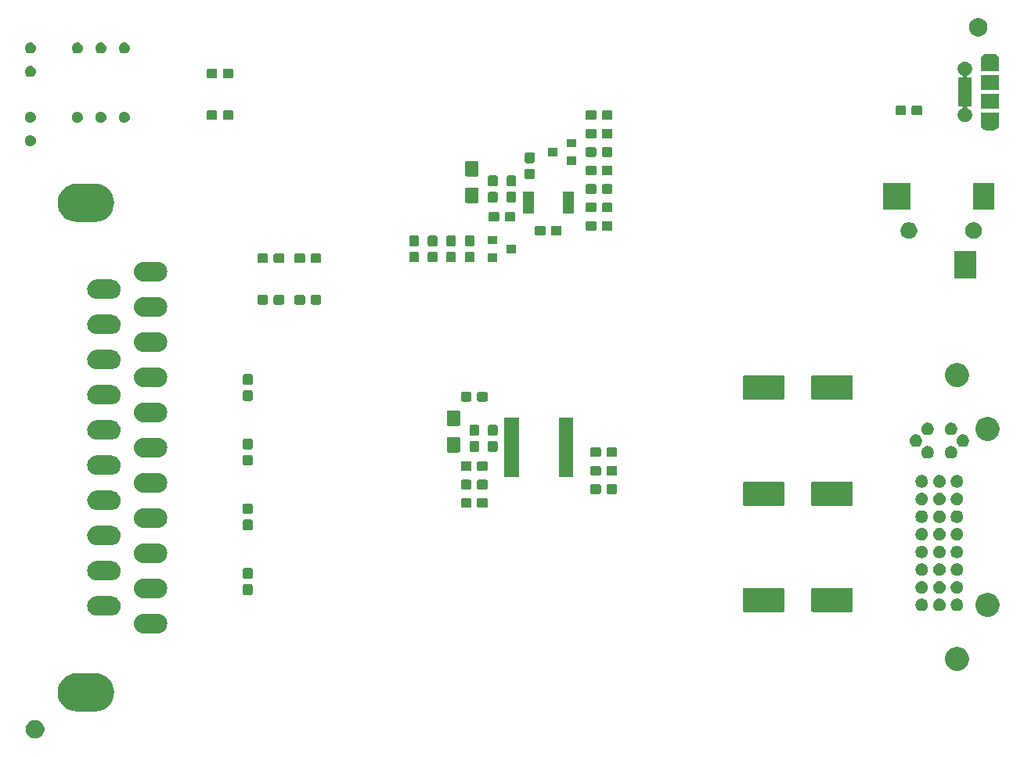
<source format=gbr>
G04 #@! TF.GenerationSoftware,KiCad,Pcbnew,(5.1.0)-1*
G04 #@! TF.CreationDate,2019-03-23T17:18:16-07:00*
G04 #@! TF.ProjectId,scart2dvi,73636172-7432-4647-9669-2e6b69636164,0.1*
G04 #@! TF.SameCoordinates,Original*
G04 #@! TF.FileFunction,Soldermask,Top*
G04 #@! TF.FilePolarity,Negative*
%FSLAX46Y46*%
G04 Gerber Fmt 4.6, Leading zero omitted, Abs format (unit mm)*
G04 Created by KiCad (PCBNEW (5.1.0)-1) date 2019-03-23 17:18:16*
%MOMM*%
%LPD*%
G04 APERTURE LIST*
%ADD10C,0.100000*%
G04 APERTURE END LIST*
D10*
G36*
X103227290Y-136025619D02*
G01*
X103291689Y-136038429D01*
X103473678Y-136113811D01*
X103637463Y-136223249D01*
X103776751Y-136362537D01*
X103886189Y-136526322D01*
X103961571Y-136708311D01*
X104000000Y-136901509D01*
X104000000Y-137098491D01*
X103961571Y-137291689D01*
X103886189Y-137473678D01*
X103776751Y-137637463D01*
X103637463Y-137776751D01*
X103473678Y-137886189D01*
X103291689Y-137961571D01*
X103227290Y-137974381D01*
X103098493Y-138000000D01*
X102901507Y-138000000D01*
X102772710Y-137974381D01*
X102708311Y-137961571D01*
X102526322Y-137886189D01*
X102362537Y-137776751D01*
X102223249Y-137637463D01*
X102113811Y-137473678D01*
X102038429Y-137291689D01*
X102000000Y-137098491D01*
X102000000Y-136901509D01*
X102038429Y-136708311D01*
X102113811Y-136526322D01*
X102223249Y-136362537D01*
X102362537Y-136223249D01*
X102526322Y-136113811D01*
X102708311Y-136038429D01*
X102772710Y-136025619D01*
X102901507Y-136000000D01*
X103098493Y-136000000D01*
X103227290Y-136025619D01*
X103227290Y-136025619D01*
G37*
G36*
X109701189Y-130958892D02*
G01*
X109902066Y-130978677D01*
X110288681Y-131095955D01*
X110288684Y-131095956D01*
X110644983Y-131286402D01*
X110644986Y-131286404D01*
X110644987Y-131286405D01*
X110957293Y-131542707D01*
X111213595Y-131855013D01*
X111213598Y-131855017D01*
X111404044Y-132211316D01*
X111404045Y-132211319D01*
X111521323Y-132597934D01*
X111560923Y-133000000D01*
X111521323Y-133402066D01*
X111404045Y-133788681D01*
X111404044Y-133788684D01*
X111213598Y-134144983D01*
X111213596Y-134144986D01*
X111213595Y-134144987D01*
X110957293Y-134457293D01*
X110644987Y-134713595D01*
X110644983Y-134713598D01*
X110288684Y-134904044D01*
X110288681Y-134904045D01*
X109902066Y-135021323D01*
X109701189Y-135041108D01*
X109600751Y-135051000D01*
X107399249Y-135051000D01*
X107298811Y-135041108D01*
X107097934Y-135021323D01*
X106711319Y-134904045D01*
X106711316Y-134904044D01*
X106355017Y-134713598D01*
X106355013Y-134713595D01*
X106042707Y-134457293D01*
X105786405Y-134144987D01*
X105786404Y-134144986D01*
X105786402Y-134144983D01*
X105595956Y-133788684D01*
X105595955Y-133788681D01*
X105478677Y-133402066D01*
X105439077Y-133000000D01*
X105478677Y-132597934D01*
X105595955Y-132211319D01*
X105595956Y-132211316D01*
X105786402Y-131855017D01*
X105786405Y-131855013D01*
X106042707Y-131542707D01*
X106355013Y-131286405D01*
X106355014Y-131286404D01*
X106355017Y-131286402D01*
X106711316Y-131095956D01*
X106711319Y-131095955D01*
X107097934Y-130978677D01*
X107298811Y-130958892D01*
X107399249Y-130949000D01*
X109600751Y-130949000D01*
X109701189Y-130958892D01*
X109701189Y-130958892D01*
G37*
G36*
X203079487Y-128113996D02*
G01*
X203316253Y-128212068D01*
X203316255Y-128212069D01*
X203529339Y-128354447D01*
X203710553Y-128535661D01*
X203852932Y-128748747D01*
X203951004Y-128985513D01*
X204001000Y-129236861D01*
X204001000Y-129493139D01*
X203951004Y-129744487D01*
X203852932Y-129981253D01*
X203852931Y-129981255D01*
X203710553Y-130194339D01*
X203529339Y-130375553D01*
X203316255Y-130517931D01*
X203316254Y-130517932D01*
X203316253Y-130517932D01*
X203079487Y-130616004D01*
X202828139Y-130666000D01*
X202571861Y-130666000D01*
X202320513Y-130616004D01*
X202083747Y-130517932D01*
X202083746Y-130517932D01*
X202083745Y-130517931D01*
X201870661Y-130375553D01*
X201689447Y-130194339D01*
X201547069Y-129981255D01*
X201547068Y-129981253D01*
X201448996Y-129744487D01*
X201399000Y-129493139D01*
X201399000Y-129236861D01*
X201448996Y-128985513D01*
X201547068Y-128748747D01*
X201689447Y-128535661D01*
X201870661Y-128354447D01*
X202083745Y-128212069D01*
X202083747Y-128212068D01*
X202320513Y-128113996D01*
X202571861Y-128064000D01*
X202828139Y-128064000D01*
X203079487Y-128113996D01*
X203079487Y-128113996D01*
G37*
G36*
X116353097Y-124504069D02*
G01*
X116456032Y-124514207D01*
X116654146Y-124574305D01*
X116654149Y-124574306D01*
X116740934Y-124620694D01*
X116836729Y-124671897D01*
X116996765Y-124803235D01*
X117128103Y-124963271D01*
X117173939Y-125049025D01*
X117225694Y-125145851D01*
X117225695Y-125145854D01*
X117285793Y-125343968D01*
X117306085Y-125550000D01*
X117285793Y-125756032D01*
X117225695Y-125954146D01*
X117225694Y-125954149D01*
X117173939Y-126050975D01*
X117128103Y-126136729D01*
X116996765Y-126296765D01*
X116836729Y-126428103D01*
X116750975Y-126473939D01*
X116654149Y-126525694D01*
X116654146Y-126525695D01*
X116456032Y-126585793D01*
X116353097Y-126595931D01*
X116301631Y-126601000D01*
X114698369Y-126601000D01*
X114646903Y-126595931D01*
X114543968Y-126585793D01*
X114345854Y-126525695D01*
X114345851Y-126525694D01*
X114249025Y-126473939D01*
X114163271Y-126428103D01*
X114003235Y-126296765D01*
X113871897Y-126136729D01*
X113826061Y-126050975D01*
X113774306Y-125954149D01*
X113774305Y-125954146D01*
X113714207Y-125756032D01*
X113693915Y-125550000D01*
X113714207Y-125343968D01*
X113774305Y-125145854D01*
X113774306Y-125145851D01*
X113826061Y-125049025D01*
X113871897Y-124963271D01*
X114003235Y-124803235D01*
X114163271Y-124671897D01*
X114259066Y-124620694D01*
X114345851Y-124574306D01*
X114345854Y-124574305D01*
X114543968Y-124514207D01*
X114646903Y-124504069D01*
X114698369Y-124499000D01*
X116301631Y-124499000D01*
X116353097Y-124504069D01*
X116353097Y-124504069D01*
G37*
G36*
X206379487Y-122273996D02*
G01*
X206590870Y-122361554D01*
X206616255Y-122372069D01*
X206829339Y-122514447D01*
X207010553Y-122695661D01*
X207127157Y-122870171D01*
X207152932Y-122908747D01*
X207251004Y-123145513D01*
X207301000Y-123396861D01*
X207301000Y-123653139D01*
X207251004Y-123904487D01*
X207155663Y-124134660D01*
X207152931Y-124141255D01*
X207010553Y-124354339D01*
X206829339Y-124535553D01*
X206616255Y-124677931D01*
X206616254Y-124677932D01*
X206616253Y-124677932D01*
X206379487Y-124776004D01*
X206128139Y-124826000D01*
X205871861Y-124826000D01*
X205620513Y-124776004D01*
X205383747Y-124677932D01*
X205383746Y-124677932D01*
X205383745Y-124677931D01*
X205170661Y-124535553D01*
X204989447Y-124354339D01*
X204847069Y-124141255D01*
X204844337Y-124134660D01*
X204748996Y-123904487D01*
X204699000Y-123653139D01*
X204699000Y-123396861D01*
X204748996Y-123145513D01*
X204847068Y-122908747D01*
X204872844Y-122870171D01*
X204989447Y-122695661D01*
X205170661Y-122514447D01*
X205383745Y-122372069D01*
X205409130Y-122361554D01*
X205620513Y-122273996D01*
X205871861Y-122224000D01*
X206128139Y-122224000D01*
X206379487Y-122273996D01*
X206379487Y-122273996D01*
G37*
G36*
X111303097Y-122599069D02*
G01*
X111406032Y-122609207D01*
X111604146Y-122669305D01*
X111604149Y-122669306D01*
X111653455Y-122695661D01*
X111786729Y-122766897D01*
X111946765Y-122898235D01*
X112078103Y-123058271D01*
X112095537Y-123090888D01*
X112175694Y-123240851D01*
X112175695Y-123240854D01*
X112235793Y-123438968D01*
X112256085Y-123645000D01*
X112235793Y-123851032D01*
X112219577Y-123904487D01*
X112175694Y-124049149D01*
X112173118Y-124053968D01*
X112078103Y-124231729D01*
X111946765Y-124391765D01*
X111786729Y-124523103D01*
X111700975Y-124568939D01*
X111604149Y-124620694D01*
X111604146Y-124620695D01*
X111406032Y-124680793D01*
X111303097Y-124690931D01*
X111251631Y-124696000D01*
X109648369Y-124696000D01*
X109596903Y-124690931D01*
X109493968Y-124680793D01*
X109295854Y-124620695D01*
X109295851Y-124620694D01*
X109199025Y-124568939D01*
X109113271Y-124523103D01*
X108953235Y-124391765D01*
X108821897Y-124231729D01*
X108726882Y-124053968D01*
X108724306Y-124049149D01*
X108680423Y-123904487D01*
X108664207Y-123851032D01*
X108643915Y-123645000D01*
X108664207Y-123438968D01*
X108724305Y-123240854D01*
X108724306Y-123240851D01*
X108804463Y-123090888D01*
X108821897Y-123058271D01*
X108953235Y-122898235D01*
X109113271Y-122766897D01*
X109246545Y-122695661D01*
X109295851Y-122669306D01*
X109295854Y-122669305D01*
X109493968Y-122609207D01*
X109596903Y-122599069D01*
X109648369Y-122594000D01*
X111251631Y-122594000D01*
X111303097Y-122599069D01*
X111303097Y-122599069D01*
G37*
G36*
X183921934Y-121702671D02*
G01*
X183951877Y-121711754D01*
X183979465Y-121726500D01*
X184003651Y-121746349D01*
X184023500Y-121770535D01*
X184038246Y-121798123D01*
X184047329Y-121828066D01*
X184051000Y-121865340D01*
X184051000Y-124134660D01*
X184047329Y-124171934D01*
X184038246Y-124201877D01*
X184023500Y-124229465D01*
X184003651Y-124253651D01*
X183979465Y-124273500D01*
X183951877Y-124288246D01*
X183921934Y-124297329D01*
X183884660Y-124301000D01*
X179715340Y-124301000D01*
X179678066Y-124297329D01*
X179648123Y-124288246D01*
X179620535Y-124273500D01*
X179596349Y-124253651D01*
X179576500Y-124229465D01*
X179561754Y-124201877D01*
X179552671Y-124171934D01*
X179549000Y-124134660D01*
X179549000Y-121865340D01*
X179552671Y-121828066D01*
X179561754Y-121798123D01*
X179576500Y-121770535D01*
X179596349Y-121746349D01*
X179620535Y-121726500D01*
X179648123Y-121711754D01*
X179678066Y-121702671D01*
X179715340Y-121699000D01*
X183884660Y-121699000D01*
X183921934Y-121702671D01*
X183921934Y-121702671D01*
G37*
G36*
X191321934Y-121702671D02*
G01*
X191351877Y-121711754D01*
X191379465Y-121726500D01*
X191403651Y-121746349D01*
X191423500Y-121770535D01*
X191438246Y-121798123D01*
X191447329Y-121828066D01*
X191451000Y-121865340D01*
X191451000Y-124134660D01*
X191447329Y-124171934D01*
X191438246Y-124201877D01*
X191423500Y-124229465D01*
X191403651Y-124253651D01*
X191379465Y-124273500D01*
X191351877Y-124288246D01*
X191321934Y-124297329D01*
X191284660Y-124301000D01*
X187115340Y-124301000D01*
X187078066Y-124297329D01*
X187048123Y-124288246D01*
X187020535Y-124273500D01*
X186996349Y-124253651D01*
X186976500Y-124229465D01*
X186961754Y-124201877D01*
X186952671Y-124171934D01*
X186949000Y-124134660D01*
X186949000Y-121865340D01*
X186952671Y-121828066D01*
X186961754Y-121798123D01*
X186976500Y-121770535D01*
X186996349Y-121746349D01*
X187020535Y-121726500D01*
X187048123Y-121711754D01*
X187078066Y-121702671D01*
X187115340Y-121699000D01*
X191284660Y-121699000D01*
X191321934Y-121702671D01*
X191321934Y-121702671D01*
G37*
G36*
X199088639Y-122870170D02*
G01*
X199212573Y-122921505D01*
X199212574Y-122921506D01*
X199324112Y-122996033D01*
X199418967Y-123090888D01*
X199418968Y-123090890D01*
X199493495Y-123202427D01*
X199544830Y-123326361D01*
X199571000Y-123457926D01*
X199571000Y-123592074D01*
X199544830Y-123723639D01*
X199493495Y-123847573D01*
X199456484Y-123902964D01*
X199418967Y-123959112D01*
X199324112Y-124053967D01*
X199267964Y-124091484D01*
X199212573Y-124128495D01*
X199088639Y-124179830D01*
X198957074Y-124206000D01*
X198822926Y-124206000D01*
X198691361Y-124179830D01*
X198567427Y-124128495D01*
X198512036Y-124091484D01*
X198455888Y-124053967D01*
X198361033Y-123959112D01*
X198323516Y-123902964D01*
X198286505Y-123847573D01*
X198235170Y-123723639D01*
X198209000Y-123592074D01*
X198209000Y-123457926D01*
X198235170Y-123326361D01*
X198286505Y-123202427D01*
X198361032Y-123090890D01*
X198361033Y-123090888D01*
X198455888Y-122996033D01*
X198567426Y-122921506D01*
X198567427Y-122921505D01*
X198691361Y-122870170D01*
X198822926Y-122844000D01*
X198957074Y-122844000D01*
X199088639Y-122870170D01*
X199088639Y-122870170D01*
G37*
G36*
X202898639Y-122870170D02*
G01*
X203022573Y-122921505D01*
X203022574Y-122921506D01*
X203134112Y-122996033D01*
X203228967Y-123090888D01*
X203228968Y-123090890D01*
X203303495Y-123202427D01*
X203354830Y-123326361D01*
X203381000Y-123457926D01*
X203381000Y-123592074D01*
X203354830Y-123723639D01*
X203303495Y-123847573D01*
X203266484Y-123902964D01*
X203228967Y-123959112D01*
X203134112Y-124053967D01*
X203077964Y-124091484D01*
X203022573Y-124128495D01*
X202898639Y-124179830D01*
X202767074Y-124206000D01*
X202632926Y-124206000D01*
X202501361Y-124179830D01*
X202377427Y-124128495D01*
X202322036Y-124091484D01*
X202265888Y-124053967D01*
X202171033Y-123959112D01*
X202133516Y-123902964D01*
X202096505Y-123847573D01*
X202045170Y-123723639D01*
X202019000Y-123592074D01*
X202019000Y-123457926D01*
X202045170Y-123326361D01*
X202096505Y-123202427D01*
X202171032Y-123090890D01*
X202171033Y-123090888D01*
X202265888Y-122996033D01*
X202377426Y-122921506D01*
X202377427Y-122921505D01*
X202501361Y-122870170D01*
X202632926Y-122844000D01*
X202767074Y-122844000D01*
X202898639Y-122870170D01*
X202898639Y-122870170D01*
G37*
G36*
X200993639Y-122870170D02*
G01*
X201117573Y-122921505D01*
X201117574Y-122921506D01*
X201229112Y-122996033D01*
X201323967Y-123090888D01*
X201323968Y-123090890D01*
X201398495Y-123202427D01*
X201449830Y-123326361D01*
X201476000Y-123457926D01*
X201476000Y-123592074D01*
X201449830Y-123723639D01*
X201398495Y-123847573D01*
X201361484Y-123902964D01*
X201323967Y-123959112D01*
X201229112Y-124053967D01*
X201172964Y-124091484D01*
X201117573Y-124128495D01*
X200993639Y-124179830D01*
X200862074Y-124206000D01*
X200727926Y-124206000D01*
X200596361Y-124179830D01*
X200472427Y-124128495D01*
X200417036Y-124091484D01*
X200360888Y-124053967D01*
X200266033Y-123959112D01*
X200228516Y-123902964D01*
X200191505Y-123847573D01*
X200140170Y-123723639D01*
X200114000Y-123592074D01*
X200114000Y-123457926D01*
X200140170Y-123326361D01*
X200191505Y-123202427D01*
X200266032Y-123090890D01*
X200266033Y-123090888D01*
X200360888Y-122996033D01*
X200472426Y-122921506D01*
X200472427Y-122921505D01*
X200596361Y-122870170D01*
X200727926Y-122844000D01*
X200862074Y-122844000D01*
X200993639Y-122870170D01*
X200993639Y-122870170D01*
G37*
G36*
X116353097Y-120694069D02*
G01*
X116456032Y-120704207D01*
X116654146Y-120764305D01*
X116654149Y-120764306D01*
X116740934Y-120810694D01*
X116836729Y-120861897D01*
X116996765Y-120993235D01*
X117128103Y-121153271D01*
X117173939Y-121239025D01*
X117225694Y-121335851D01*
X117225695Y-121335854D01*
X117285793Y-121533968D01*
X117306085Y-121740000D01*
X117285793Y-121946032D01*
X117225749Y-122143967D01*
X117225694Y-122144149D01*
X117174830Y-122239309D01*
X117128103Y-122326729D01*
X116996765Y-122486765D01*
X116836729Y-122618103D01*
X116750975Y-122663939D01*
X116654149Y-122715694D01*
X116654146Y-122715695D01*
X116456032Y-122775793D01*
X116353097Y-122785931D01*
X116301631Y-122791000D01*
X114698369Y-122791000D01*
X114646903Y-122785931D01*
X114543968Y-122775793D01*
X114345854Y-122715695D01*
X114345851Y-122715694D01*
X114249025Y-122663939D01*
X114163271Y-122618103D01*
X114003235Y-122486765D01*
X113871897Y-122326729D01*
X113825170Y-122239309D01*
X113774306Y-122144149D01*
X113774251Y-122143967D01*
X113714207Y-121946032D01*
X113693915Y-121740000D01*
X113714207Y-121533968D01*
X113774305Y-121335854D01*
X113774306Y-121335851D01*
X113826061Y-121239025D01*
X113871897Y-121153271D01*
X114003235Y-120993235D01*
X114163271Y-120861897D01*
X114259066Y-120810694D01*
X114345851Y-120764306D01*
X114345854Y-120764305D01*
X114543968Y-120704207D01*
X114646903Y-120694069D01*
X114698369Y-120689000D01*
X116301631Y-120689000D01*
X116353097Y-120694069D01*
X116353097Y-120694069D01*
G37*
G36*
X126364499Y-121303445D02*
G01*
X126401995Y-121314820D01*
X126436554Y-121333292D01*
X126466847Y-121358153D01*
X126491708Y-121388446D01*
X126510180Y-121423005D01*
X126521555Y-121460501D01*
X126526000Y-121505638D01*
X126526000Y-122244362D01*
X126521555Y-122289499D01*
X126510180Y-122326995D01*
X126491708Y-122361554D01*
X126466847Y-122391847D01*
X126436554Y-122416708D01*
X126401995Y-122435180D01*
X126364499Y-122446555D01*
X126319362Y-122451000D01*
X125680638Y-122451000D01*
X125635501Y-122446555D01*
X125598005Y-122435180D01*
X125563446Y-122416708D01*
X125533153Y-122391847D01*
X125508292Y-122361554D01*
X125489820Y-122326995D01*
X125478445Y-122289499D01*
X125474000Y-122244362D01*
X125474000Y-121505638D01*
X125478445Y-121460501D01*
X125489820Y-121423005D01*
X125508292Y-121388446D01*
X125533153Y-121358153D01*
X125563446Y-121333292D01*
X125598005Y-121314820D01*
X125635501Y-121303445D01*
X125680638Y-121299000D01*
X126319362Y-121299000D01*
X126364499Y-121303445D01*
X126364499Y-121303445D01*
G37*
G36*
X199088639Y-120960170D02*
G01*
X199212573Y-121011505D01*
X199212574Y-121011506D01*
X199324112Y-121086033D01*
X199418967Y-121180888D01*
X199418968Y-121180890D01*
X199493495Y-121292427D01*
X199544830Y-121416361D01*
X199571000Y-121547926D01*
X199571000Y-121682074D01*
X199544830Y-121813639D01*
X199493495Y-121937573D01*
X199493494Y-121937574D01*
X199418967Y-122049112D01*
X199324112Y-122143967D01*
X199267964Y-122181484D01*
X199212573Y-122218495D01*
X199088639Y-122269830D01*
X198957074Y-122296000D01*
X198822926Y-122296000D01*
X198691361Y-122269830D01*
X198567427Y-122218495D01*
X198512036Y-122181484D01*
X198455888Y-122143967D01*
X198361033Y-122049112D01*
X198286506Y-121937574D01*
X198286505Y-121937573D01*
X198235170Y-121813639D01*
X198209000Y-121682074D01*
X198209000Y-121547926D01*
X198235170Y-121416361D01*
X198286505Y-121292427D01*
X198361032Y-121180890D01*
X198361033Y-121180888D01*
X198455888Y-121086033D01*
X198567426Y-121011506D01*
X198567427Y-121011505D01*
X198691361Y-120960170D01*
X198822926Y-120934000D01*
X198957074Y-120934000D01*
X199088639Y-120960170D01*
X199088639Y-120960170D01*
G37*
G36*
X200993639Y-120960170D02*
G01*
X201117573Y-121011505D01*
X201117574Y-121011506D01*
X201229112Y-121086033D01*
X201323967Y-121180888D01*
X201323968Y-121180890D01*
X201398495Y-121292427D01*
X201449830Y-121416361D01*
X201476000Y-121547926D01*
X201476000Y-121682074D01*
X201449830Y-121813639D01*
X201398495Y-121937573D01*
X201398494Y-121937574D01*
X201323967Y-122049112D01*
X201229112Y-122143967D01*
X201172964Y-122181484D01*
X201117573Y-122218495D01*
X200993639Y-122269830D01*
X200862074Y-122296000D01*
X200727926Y-122296000D01*
X200596361Y-122269830D01*
X200472427Y-122218495D01*
X200417036Y-122181484D01*
X200360888Y-122143967D01*
X200266033Y-122049112D01*
X200191506Y-121937574D01*
X200191505Y-121937573D01*
X200140170Y-121813639D01*
X200114000Y-121682074D01*
X200114000Y-121547926D01*
X200140170Y-121416361D01*
X200191505Y-121292427D01*
X200266032Y-121180890D01*
X200266033Y-121180888D01*
X200360888Y-121086033D01*
X200472426Y-121011506D01*
X200472427Y-121011505D01*
X200596361Y-120960170D01*
X200727926Y-120934000D01*
X200862074Y-120934000D01*
X200993639Y-120960170D01*
X200993639Y-120960170D01*
G37*
G36*
X202898639Y-120960170D02*
G01*
X203022573Y-121011505D01*
X203022574Y-121011506D01*
X203134112Y-121086033D01*
X203228967Y-121180888D01*
X203228968Y-121180890D01*
X203303495Y-121292427D01*
X203354830Y-121416361D01*
X203381000Y-121547926D01*
X203381000Y-121682074D01*
X203354830Y-121813639D01*
X203303495Y-121937573D01*
X203303494Y-121937574D01*
X203228967Y-122049112D01*
X203134112Y-122143967D01*
X203077964Y-122181484D01*
X203022573Y-122218495D01*
X202898639Y-122269830D01*
X202767074Y-122296000D01*
X202632926Y-122296000D01*
X202501361Y-122269830D01*
X202377427Y-122218495D01*
X202322036Y-122181484D01*
X202265888Y-122143967D01*
X202171033Y-122049112D01*
X202096506Y-121937574D01*
X202096505Y-121937573D01*
X202045170Y-121813639D01*
X202019000Y-121682074D01*
X202019000Y-121547926D01*
X202045170Y-121416361D01*
X202096505Y-121292427D01*
X202171032Y-121180890D01*
X202171033Y-121180888D01*
X202265888Y-121086033D01*
X202377426Y-121011506D01*
X202377427Y-121011505D01*
X202501361Y-120960170D01*
X202632926Y-120934000D01*
X202767074Y-120934000D01*
X202898639Y-120960170D01*
X202898639Y-120960170D01*
G37*
G36*
X111303097Y-118789069D02*
G01*
X111406032Y-118799207D01*
X111604146Y-118859305D01*
X111604149Y-118859306D01*
X111690934Y-118905694D01*
X111786729Y-118956897D01*
X111946765Y-119088235D01*
X112078103Y-119248271D01*
X112090192Y-119270888D01*
X112175694Y-119430851D01*
X112175695Y-119430854D01*
X112235793Y-119628968D01*
X112256085Y-119835000D01*
X112235793Y-120041032D01*
X112206041Y-120139110D01*
X112175694Y-120239149D01*
X112123939Y-120335975D01*
X112078103Y-120421729D01*
X111946765Y-120581765D01*
X111786729Y-120713103D01*
X111700975Y-120758939D01*
X111604149Y-120810694D01*
X111604146Y-120810695D01*
X111406032Y-120870793D01*
X111303097Y-120880931D01*
X111251631Y-120886000D01*
X109648369Y-120886000D01*
X109596903Y-120880931D01*
X109493968Y-120870793D01*
X109295854Y-120810695D01*
X109295851Y-120810694D01*
X109199025Y-120758939D01*
X109113271Y-120713103D01*
X108953235Y-120581765D01*
X108821897Y-120421729D01*
X108776061Y-120335975D01*
X108724306Y-120239149D01*
X108693959Y-120139110D01*
X108664207Y-120041032D01*
X108643915Y-119835000D01*
X108664207Y-119628968D01*
X108724305Y-119430854D01*
X108724306Y-119430851D01*
X108809808Y-119270888D01*
X108821897Y-119248271D01*
X108953235Y-119088235D01*
X109113271Y-118956897D01*
X109209066Y-118905694D01*
X109295851Y-118859306D01*
X109295854Y-118859305D01*
X109493968Y-118799207D01*
X109596903Y-118789069D01*
X109648369Y-118784000D01*
X111251631Y-118784000D01*
X111303097Y-118789069D01*
X111303097Y-118789069D01*
G37*
G36*
X126364499Y-119553445D02*
G01*
X126401995Y-119564820D01*
X126436554Y-119583292D01*
X126466847Y-119608153D01*
X126491708Y-119638446D01*
X126510180Y-119673005D01*
X126521555Y-119710501D01*
X126526000Y-119755638D01*
X126526000Y-120494362D01*
X126521555Y-120539499D01*
X126510180Y-120576995D01*
X126491708Y-120611554D01*
X126466847Y-120641847D01*
X126436554Y-120666708D01*
X126401995Y-120685180D01*
X126364499Y-120696555D01*
X126319362Y-120701000D01*
X125680638Y-120701000D01*
X125635501Y-120696555D01*
X125598005Y-120685180D01*
X125563446Y-120666708D01*
X125533153Y-120641847D01*
X125508292Y-120611554D01*
X125489820Y-120576995D01*
X125478445Y-120539499D01*
X125474000Y-120494362D01*
X125474000Y-119755638D01*
X125478445Y-119710501D01*
X125489820Y-119673005D01*
X125508292Y-119638446D01*
X125533153Y-119608153D01*
X125563446Y-119583292D01*
X125598005Y-119564820D01*
X125635501Y-119553445D01*
X125680638Y-119549000D01*
X126319362Y-119549000D01*
X126364499Y-119553445D01*
X126364499Y-119553445D01*
G37*
G36*
X200993639Y-119050170D02*
G01*
X201117573Y-119101505D01*
X201117574Y-119101506D01*
X201229112Y-119176033D01*
X201323967Y-119270888D01*
X201323968Y-119270890D01*
X201398495Y-119382427D01*
X201449830Y-119506361D01*
X201476000Y-119637926D01*
X201476000Y-119772074D01*
X201449830Y-119903639D01*
X201398495Y-120027573D01*
X201398494Y-120027574D01*
X201323967Y-120139112D01*
X201229112Y-120233967D01*
X201172964Y-120271484D01*
X201117573Y-120308495D01*
X200993639Y-120359830D01*
X200862074Y-120386000D01*
X200727926Y-120386000D01*
X200596361Y-120359830D01*
X200472427Y-120308495D01*
X200417036Y-120271484D01*
X200360888Y-120233967D01*
X200266033Y-120139112D01*
X200191506Y-120027574D01*
X200191505Y-120027573D01*
X200140170Y-119903639D01*
X200114000Y-119772074D01*
X200114000Y-119637926D01*
X200140170Y-119506361D01*
X200191505Y-119382427D01*
X200266032Y-119270890D01*
X200266033Y-119270888D01*
X200360888Y-119176033D01*
X200472426Y-119101506D01*
X200472427Y-119101505D01*
X200596361Y-119050170D01*
X200727926Y-119024000D01*
X200862074Y-119024000D01*
X200993639Y-119050170D01*
X200993639Y-119050170D01*
G37*
G36*
X202898639Y-119050170D02*
G01*
X203022573Y-119101505D01*
X203022574Y-119101506D01*
X203134112Y-119176033D01*
X203228967Y-119270888D01*
X203228968Y-119270890D01*
X203303495Y-119382427D01*
X203354830Y-119506361D01*
X203381000Y-119637926D01*
X203381000Y-119772074D01*
X203354830Y-119903639D01*
X203303495Y-120027573D01*
X203303494Y-120027574D01*
X203228967Y-120139112D01*
X203134112Y-120233967D01*
X203077964Y-120271484D01*
X203022573Y-120308495D01*
X202898639Y-120359830D01*
X202767074Y-120386000D01*
X202632926Y-120386000D01*
X202501361Y-120359830D01*
X202377427Y-120308495D01*
X202322036Y-120271484D01*
X202265888Y-120233967D01*
X202171033Y-120139112D01*
X202096506Y-120027574D01*
X202096505Y-120027573D01*
X202045170Y-119903639D01*
X202019000Y-119772074D01*
X202019000Y-119637926D01*
X202045170Y-119506361D01*
X202096505Y-119382427D01*
X202171032Y-119270890D01*
X202171033Y-119270888D01*
X202265888Y-119176033D01*
X202377426Y-119101506D01*
X202377427Y-119101505D01*
X202501361Y-119050170D01*
X202632926Y-119024000D01*
X202767074Y-119024000D01*
X202898639Y-119050170D01*
X202898639Y-119050170D01*
G37*
G36*
X199088639Y-119050170D02*
G01*
X199212573Y-119101505D01*
X199212574Y-119101506D01*
X199324112Y-119176033D01*
X199418967Y-119270888D01*
X199418968Y-119270890D01*
X199493495Y-119382427D01*
X199544830Y-119506361D01*
X199571000Y-119637926D01*
X199571000Y-119772074D01*
X199544830Y-119903639D01*
X199493495Y-120027573D01*
X199493494Y-120027574D01*
X199418967Y-120139112D01*
X199324112Y-120233967D01*
X199267964Y-120271484D01*
X199212573Y-120308495D01*
X199088639Y-120359830D01*
X198957074Y-120386000D01*
X198822926Y-120386000D01*
X198691361Y-120359830D01*
X198567427Y-120308495D01*
X198512036Y-120271484D01*
X198455888Y-120233967D01*
X198361033Y-120139112D01*
X198286506Y-120027574D01*
X198286505Y-120027573D01*
X198235170Y-119903639D01*
X198209000Y-119772074D01*
X198209000Y-119637926D01*
X198235170Y-119506361D01*
X198286505Y-119382427D01*
X198361032Y-119270890D01*
X198361033Y-119270888D01*
X198455888Y-119176033D01*
X198567426Y-119101506D01*
X198567427Y-119101505D01*
X198691361Y-119050170D01*
X198822926Y-119024000D01*
X198957074Y-119024000D01*
X199088639Y-119050170D01*
X199088639Y-119050170D01*
G37*
G36*
X116353097Y-116884069D02*
G01*
X116456032Y-116894207D01*
X116654146Y-116954305D01*
X116654149Y-116954306D01*
X116740934Y-117000694D01*
X116836729Y-117051897D01*
X116996765Y-117183235D01*
X117128103Y-117343271D01*
X117137519Y-117360888D01*
X117225694Y-117525851D01*
X117225695Y-117525854D01*
X117285793Y-117723968D01*
X117306085Y-117930000D01*
X117285793Y-118136032D01*
X117225695Y-118334146D01*
X117225694Y-118334149D01*
X117191301Y-118398494D01*
X117128103Y-118516729D01*
X116996765Y-118676765D01*
X116836729Y-118808103D01*
X116750975Y-118853939D01*
X116654149Y-118905694D01*
X116654146Y-118905695D01*
X116456032Y-118965793D01*
X116353097Y-118975931D01*
X116301631Y-118981000D01*
X114698369Y-118981000D01*
X114646903Y-118975931D01*
X114543968Y-118965793D01*
X114345854Y-118905695D01*
X114345851Y-118905694D01*
X114249025Y-118853939D01*
X114163271Y-118808103D01*
X114003235Y-118676765D01*
X113871897Y-118516729D01*
X113808699Y-118398494D01*
X113774306Y-118334149D01*
X113774305Y-118334146D01*
X113714207Y-118136032D01*
X113693915Y-117930000D01*
X113714207Y-117723968D01*
X113774305Y-117525854D01*
X113774306Y-117525851D01*
X113862481Y-117360888D01*
X113871897Y-117343271D01*
X114003235Y-117183235D01*
X114163271Y-117051897D01*
X114259066Y-117000694D01*
X114345851Y-116954306D01*
X114345854Y-116954305D01*
X114543968Y-116894207D01*
X114646903Y-116884069D01*
X114698369Y-116879000D01*
X116301631Y-116879000D01*
X116353097Y-116884069D01*
X116353097Y-116884069D01*
G37*
G36*
X200993639Y-117140170D02*
G01*
X201117573Y-117191505D01*
X201117574Y-117191506D01*
X201229112Y-117266033D01*
X201323967Y-117360888D01*
X201323968Y-117360890D01*
X201398495Y-117472427D01*
X201449830Y-117596361D01*
X201476000Y-117727926D01*
X201476000Y-117862074D01*
X201449830Y-117993639D01*
X201398495Y-118117573D01*
X201398494Y-118117574D01*
X201323967Y-118229112D01*
X201229112Y-118323967D01*
X201213878Y-118334146D01*
X201117573Y-118398495D01*
X200993639Y-118449830D01*
X200862074Y-118476000D01*
X200727926Y-118476000D01*
X200596361Y-118449830D01*
X200472427Y-118398495D01*
X200376122Y-118334146D01*
X200360888Y-118323967D01*
X200266033Y-118229112D01*
X200191506Y-118117574D01*
X200191505Y-118117573D01*
X200140170Y-117993639D01*
X200114000Y-117862074D01*
X200114000Y-117727926D01*
X200140170Y-117596361D01*
X200191505Y-117472427D01*
X200266032Y-117360890D01*
X200266033Y-117360888D01*
X200360888Y-117266033D01*
X200472426Y-117191506D01*
X200472427Y-117191505D01*
X200596361Y-117140170D01*
X200727926Y-117114000D01*
X200862074Y-117114000D01*
X200993639Y-117140170D01*
X200993639Y-117140170D01*
G37*
G36*
X202898639Y-117140170D02*
G01*
X203022573Y-117191505D01*
X203022574Y-117191506D01*
X203134112Y-117266033D01*
X203228967Y-117360888D01*
X203228968Y-117360890D01*
X203303495Y-117472427D01*
X203354830Y-117596361D01*
X203381000Y-117727926D01*
X203381000Y-117862074D01*
X203354830Y-117993639D01*
X203303495Y-118117573D01*
X203303494Y-118117574D01*
X203228967Y-118229112D01*
X203134112Y-118323967D01*
X203118878Y-118334146D01*
X203022573Y-118398495D01*
X202898639Y-118449830D01*
X202767074Y-118476000D01*
X202632926Y-118476000D01*
X202501361Y-118449830D01*
X202377427Y-118398495D01*
X202281122Y-118334146D01*
X202265888Y-118323967D01*
X202171033Y-118229112D01*
X202096506Y-118117574D01*
X202096505Y-118117573D01*
X202045170Y-117993639D01*
X202019000Y-117862074D01*
X202019000Y-117727926D01*
X202045170Y-117596361D01*
X202096505Y-117472427D01*
X202171032Y-117360890D01*
X202171033Y-117360888D01*
X202265888Y-117266033D01*
X202377426Y-117191506D01*
X202377427Y-117191505D01*
X202501361Y-117140170D01*
X202632926Y-117114000D01*
X202767074Y-117114000D01*
X202898639Y-117140170D01*
X202898639Y-117140170D01*
G37*
G36*
X199088639Y-117140170D02*
G01*
X199212573Y-117191505D01*
X199212574Y-117191506D01*
X199324112Y-117266033D01*
X199418967Y-117360888D01*
X199418968Y-117360890D01*
X199493495Y-117472427D01*
X199544830Y-117596361D01*
X199571000Y-117727926D01*
X199571000Y-117862074D01*
X199544830Y-117993639D01*
X199493495Y-118117573D01*
X199493494Y-118117574D01*
X199418967Y-118229112D01*
X199324112Y-118323967D01*
X199308878Y-118334146D01*
X199212573Y-118398495D01*
X199088639Y-118449830D01*
X198957074Y-118476000D01*
X198822926Y-118476000D01*
X198691361Y-118449830D01*
X198567427Y-118398495D01*
X198471122Y-118334146D01*
X198455888Y-118323967D01*
X198361033Y-118229112D01*
X198286506Y-118117574D01*
X198286505Y-118117573D01*
X198235170Y-117993639D01*
X198209000Y-117862074D01*
X198209000Y-117727926D01*
X198235170Y-117596361D01*
X198286505Y-117472427D01*
X198361032Y-117360890D01*
X198361033Y-117360888D01*
X198455888Y-117266033D01*
X198567426Y-117191506D01*
X198567427Y-117191505D01*
X198691361Y-117140170D01*
X198822926Y-117114000D01*
X198957074Y-117114000D01*
X199088639Y-117140170D01*
X199088639Y-117140170D01*
G37*
G36*
X111303097Y-114979069D02*
G01*
X111406032Y-114989207D01*
X111604146Y-115049305D01*
X111604149Y-115049306D01*
X111690934Y-115095694D01*
X111786729Y-115146897D01*
X111946765Y-115278235D01*
X112078103Y-115438271D01*
X112123939Y-115524025D01*
X112175694Y-115620851D01*
X112175695Y-115620854D01*
X112235793Y-115818968D01*
X112256085Y-116025000D01*
X112235793Y-116231032D01*
X112180299Y-116413968D01*
X112175694Y-116429149D01*
X112143973Y-116488494D01*
X112078103Y-116611729D01*
X111946765Y-116771765D01*
X111786729Y-116903103D01*
X111700975Y-116948939D01*
X111604149Y-117000694D01*
X111604146Y-117000695D01*
X111406032Y-117060793D01*
X111303097Y-117070931D01*
X111251631Y-117076000D01*
X109648369Y-117076000D01*
X109596903Y-117070931D01*
X109493968Y-117060793D01*
X109295854Y-117000695D01*
X109295851Y-117000694D01*
X109199025Y-116948939D01*
X109113271Y-116903103D01*
X108953235Y-116771765D01*
X108821897Y-116611729D01*
X108756027Y-116488494D01*
X108724306Y-116429149D01*
X108719701Y-116413968D01*
X108664207Y-116231032D01*
X108643915Y-116025000D01*
X108664207Y-115818968D01*
X108724305Y-115620854D01*
X108724306Y-115620851D01*
X108776061Y-115524025D01*
X108821897Y-115438271D01*
X108953235Y-115278235D01*
X109113271Y-115146897D01*
X109209066Y-115095694D01*
X109295851Y-115049306D01*
X109295854Y-115049305D01*
X109493968Y-114989207D01*
X109596903Y-114979069D01*
X109648369Y-114974000D01*
X111251631Y-114974000D01*
X111303097Y-114979069D01*
X111303097Y-114979069D01*
G37*
G36*
X202898639Y-115230170D02*
G01*
X203022573Y-115281505D01*
X203077964Y-115318516D01*
X203134112Y-115356033D01*
X203228967Y-115450888D01*
X203228968Y-115450890D01*
X203303495Y-115562427D01*
X203354830Y-115686361D01*
X203381000Y-115817926D01*
X203381000Y-115952074D01*
X203354830Y-116083639D01*
X203303495Y-116207573D01*
X203303494Y-116207574D01*
X203228967Y-116319112D01*
X203134112Y-116413967D01*
X203111395Y-116429146D01*
X203022573Y-116488495D01*
X202898639Y-116539830D01*
X202767074Y-116566000D01*
X202632926Y-116566000D01*
X202501361Y-116539830D01*
X202377427Y-116488495D01*
X202288605Y-116429146D01*
X202265888Y-116413967D01*
X202171033Y-116319112D01*
X202096506Y-116207574D01*
X202096505Y-116207573D01*
X202045170Y-116083639D01*
X202019000Y-115952074D01*
X202019000Y-115817926D01*
X202045170Y-115686361D01*
X202096505Y-115562427D01*
X202171032Y-115450890D01*
X202171033Y-115450888D01*
X202265888Y-115356033D01*
X202322036Y-115318516D01*
X202377427Y-115281505D01*
X202501361Y-115230170D01*
X202632926Y-115204000D01*
X202767074Y-115204000D01*
X202898639Y-115230170D01*
X202898639Y-115230170D01*
G37*
G36*
X200993639Y-115230170D02*
G01*
X201117573Y-115281505D01*
X201172964Y-115318516D01*
X201229112Y-115356033D01*
X201323967Y-115450888D01*
X201323968Y-115450890D01*
X201398495Y-115562427D01*
X201449830Y-115686361D01*
X201476000Y-115817926D01*
X201476000Y-115952074D01*
X201449830Y-116083639D01*
X201398495Y-116207573D01*
X201398494Y-116207574D01*
X201323967Y-116319112D01*
X201229112Y-116413967D01*
X201206395Y-116429146D01*
X201117573Y-116488495D01*
X200993639Y-116539830D01*
X200862074Y-116566000D01*
X200727926Y-116566000D01*
X200596361Y-116539830D01*
X200472427Y-116488495D01*
X200383605Y-116429146D01*
X200360888Y-116413967D01*
X200266033Y-116319112D01*
X200191506Y-116207574D01*
X200191505Y-116207573D01*
X200140170Y-116083639D01*
X200114000Y-115952074D01*
X200114000Y-115817926D01*
X200140170Y-115686361D01*
X200191505Y-115562427D01*
X200266032Y-115450890D01*
X200266033Y-115450888D01*
X200360888Y-115356033D01*
X200417036Y-115318516D01*
X200472427Y-115281505D01*
X200596361Y-115230170D01*
X200727926Y-115204000D01*
X200862074Y-115204000D01*
X200993639Y-115230170D01*
X200993639Y-115230170D01*
G37*
G36*
X199088639Y-115230170D02*
G01*
X199212573Y-115281505D01*
X199267964Y-115318516D01*
X199324112Y-115356033D01*
X199418967Y-115450888D01*
X199418968Y-115450890D01*
X199493495Y-115562427D01*
X199544830Y-115686361D01*
X199571000Y-115817926D01*
X199571000Y-115952074D01*
X199544830Y-116083639D01*
X199493495Y-116207573D01*
X199493494Y-116207574D01*
X199418967Y-116319112D01*
X199324112Y-116413967D01*
X199301395Y-116429146D01*
X199212573Y-116488495D01*
X199088639Y-116539830D01*
X198957074Y-116566000D01*
X198822926Y-116566000D01*
X198691361Y-116539830D01*
X198567427Y-116488495D01*
X198478605Y-116429146D01*
X198455888Y-116413967D01*
X198361033Y-116319112D01*
X198286506Y-116207574D01*
X198286505Y-116207573D01*
X198235170Y-116083639D01*
X198209000Y-115952074D01*
X198209000Y-115817926D01*
X198235170Y-115686361D01*
X198286505Y-115562427D01*
X198361032Y-115450890D01*
X198361033Y-115450888D01*
X198455888Y-115356033D01*
X198512036Y-115318516D01*
X198567427Y-115281505D01*
X198691361Y-115230170D01*
X198822926Y-115204000D01*
X198957074Y-115204000D01*
X199088639Y-115230170D01*
X199088639Y-115230170D01*
G37*
G36*
X126364499Y-114303445D02*
G01*
X126401995Y-114314820D01*
X126436554Y-114333292D01*
X126466847Y-114358153D01*
X126491708Y-114388446D01*
X126510180Y-114423005D01*
X126521555Y-114460501D01*
X126526000Y-114505638D01*
X126526000Y-115244362D01*
X126521555Y-115289499D01*
X126510180Y-115326995D01*
X126491708Y-115361554D01*
X126466847Y-115391847D01*
X126436554Y-115416708D01*
X126401995Y-115435180D01*
X126364499Y-115446555D01*
X126319362Y-115451000D01*
X125680638Y-115451000D01*
X125635501Y-115446555D01*
X125598005Y-115435180D01*
X125563446Y-115416708D01*
X125533153Y-115391847D01*
X125508292Y-115361554D01*
X125489820Y-115326995D01*
X125478445Y-115289499D01*
X125474000Y-115244362D01*
X125474000Y-114505638D01*
X125478445Y-114460501D01*
X125489820Y-114423005D01*
X125508292Y-114388446D01*
X125533153Y-114358153D01*
X125563446Y-114333292D01*
X125598005Y-114314820D01*
X125635501Y-114303445D01*
X125680638Y-114299000D01*
X126319362Y-114299000D01*
X126364499Y-114303445D01*
X126364499Y-114303445D01*
G37*
G36*
X116353097Y-113074069D02*
G01*
X116456032Y-113084207D01*
X116654146Y-113144305D01*
X116654149Y-113144306D01*
X116740934Y-113190694D01*
X116836729Y-113241897D01*
X116996765Y-113373235D01*
X117128103Y-113533271D01*
X117169946Y-113611554D01*
X117225694Y-113715851D01*
X117225695Y-113715854D01*
X117285793Y-113913968D01*
X117306085Y-114120000D01*
X117285793Y-114326032D01*
X117225695Y-114524146D01*
X117225694Y-114524149D01*
X117205462Y-114562000D01*
X117128103Y-114706729D01*
X116996765Y-114866765D01*
X116836729Y-114998103D01*
X116750975Y-115043939D01*
X116654149Y-115095694D01*
X116654146Y-115095695D01*
X116456032Y-115155793D01*
X116353097Y-115165931D01*
X116301631Y-115171000D01*
X114698369Y-115171000D01*
X114646903Y-115165931D01*
X114543968Y-115155793D01*
X114345854Y-115095695D01*
X114345851Y-115095694D01*
X114249025Y-115043939D01*
X114163271Y-114998103D01*
X114003235Y-114866765D01*
X113871897Y-114706729D01*
X113794538Y-114562000D01*
X113774306Y-114524149D01*
X113774305Y-114524146D01*
X113714207Y-114326032D01*
X113693915Y-114120000D01*
X113714207Y-113913968D01*
X113774305Y-113715854D01*
X113774306Y-113715851D01*
X113830054Y-113611554D01*
X113871897Y-113533271D01*
X114003235Y-113373235D01*
X114163271Y-113241897D01*
X114259066Y-113190694D01*
X114345851Y-113144306D01*
X114345854Y-113144305D01*
X114543968Y-113084207D01*
X114646903Y-113074069D01*
X114698369Y-113069000D01*
X116301631Y-113069000D01*
X116353097Y-113074069D01*
X116353097Y-113074069D01*
G37*
G36*
X200993639Y-113320170D02*
G01*
X201117573Y-113371505D01*
X201117574Y-113371506D01*
X201229112Y-113446033D01*
X201323967Y-113540888D01*
X201323968Y-113540890D01*
X201398495Y-113652427D01*
X201449830Y-113776361D01*
X201476000Y-113907926D01*
X201476000Y-114042074D01*
X201449830Y-114173639D01*
X201398495Y-114297573D01*
X201379479Y-114326032D01*
X201323967Y-114409112D01*
X201229112Y-114503967D01*
X201198912Y-114524146D01*
X201117573Y-114578495D01*
X200993639Y-114629830D01*
X200862074Y-114656000D01*
X200727926Y-114656000D01*
X200596361Y-114629830D01*
X200472427Y-114578495D01*
X200391088Y-114524146D01*
X200360888Y-114503967D01*
X200266033Y-114409112D01*
X200210521Y-114326032D01*
X200191505Y-114297573D01*
X200140170Y-114173639D01*
X200114000Y-114042074D01*
X200114000Y-113907926D01*
X200140170Y-113776361D01*
X200191505Y-113652427D01*
X200266032Y-113540890D01*
X200266033Y-113540888D01*
X200360888Y-113446033D01*
X200472426Y-113371506D01*
X200472427Y-113371505D01*
X200596361Y-113320170D01*
X200727926Y-113294000D01*
X200862074Y-113294000D01*
X200993639Y-113320170D01*
X200993639Y-113320170D01*
G37*
G36*
X202898639Y-113320170D02*
G01*
X203022573Y-113371505D01*
X203022574Y-113371506D01*
X203134112Y-113446033D01*
X203228967Y-113540888D01*
X203228968Y-113540890D01*
X203303495Y-113652427D01*
X203354830Y-113776361D01*
X203381000Y-113907926D01*
X203381000Y-114042074D01*
X203354830Y-114173639D01*
X203303495Y-114297573D01*
X203284479Y-114326032D01*
X203228967Y-114409112D01*
X203134112Y-114503967D01*
X203103912Y-114524146D01*
X203022573Y-114578495D01*
X202898639Y-114629830D01*
X202767074Y-114656000D01*
X202632926Y-114656000D01*
X202501361Y-114629830D01*
X202377427Y-114578495D01*
X202296088Y-114524146D01*
X202265888Y-114503967D01*
X202171033Y-114409112D01*
X202115521Y-114326032D01*
X202096505Y-114297573D01*
X202045170Y-114173639D01*
X202019000Y-114042074D01*
X202019000Y-113907926D01*
X202045170Y-113776361D01*
X202096505Y-113652427D01*
X202171032Y-113540890D01*
X202171033Y-113540888D01*
X202265888Y-113446033D01*
X202377426Y-113371506D01*
X202377427Y-113371505D01*
X202501361Y-113320170D01*
X202632926Y-113294000D01*
X202767074Y-113294000D01*
X202898639Y-113320170D01*
X202898639Y-113320170D01*
G37*
G36*
X199088639Y-113320170D02*
G01*
X199212573Y-113371505D01*
X199212574Y-113371506D01*
X199324112Y-113446033D01*
X199418967Y-113540888D01*
X199418968Y-113540890D01*
X199493495Y-113652427D01*
X199544830Y-113776361D01*
X199571000Y-113907926D01*
X199571000Y-114042074D01*
X199544830Y-114173639D01*
X199493495Y-114297573D01*
X199474479Y-114326032D01*
X199418967Y-114409112D01*
X199324112Y-114503967D01*
X199293912Y-114524146D01*
X199212573Y-114578495D01*
X199088639Y-114629830D01*
X198957074Y-114656000D01*
X198822926Y-114656000D01*
X198691361Y-114629830D01*
X198567427Y-114578495D01*
X198486088Y-114524146D01*
X198455888Y-114503967D01*
X198361033Y-114409112D01*
X198305521Y-114326032D01*
X198286505Y-114297573D01*
X198235170Y-114173639D01*
X198209000Y-114042074D01*
X198209000Y-113907926D01*
X198235170Y-113776361D01*
X198286505Y-113652427D01*
X198361032Y-113540890D01*
X198361033Y-113540888D01*
X198455888Y-113446033D01*
X198567426Y-113371506D01*
X198567427Y-113371505D01*
X198691361Y-113320170D01*
X198822926Y-113294000D01*
X198957074Y-113294000D01*
X199088639Y-113320170D01*
X199088639Y-113320170D01*
G37*
G36*
X126364499Y-112553445D02*
G01*
X126401995Y-112564820D01*
X126436554Y-112583292D01*
X126466847Y-112608153D01*
X126491708Y-112638446D01*
X126510180Y-112673005D01*
X126521555Y-112710501D01*
X126526000Y-112755638D01*
X126526000Y-113494362D01*
X126521555Y-113539499D01*
X126510180Y-113576995D01*
X126491708Y-113611554D01*
X126466847Y-113641847D01*
X126436554Y-113666708D01*
X126401995Y-113685180D01*
X126364499Y-113696555D01*
X126319362Y-113701000D01*
X125680638Y-113701000D01*
X125635501Y-113696555D01*
X125598005Y-113685180D01*
X125563446Y-113666708D01*
X125533153Y-113641847D01*
X125508292Y-113611554D01*
X125489820Y-113576995D01*
X125478445Y-113539499D01*
X125474000Y-113494362D01*
X125474000Y-112755638D01*
X125478445Y-112710501D01*
X125489820Y-112673005D01*
X125508292Y-112638446D01*
X125533153Y-112608153D01*
X125563446Y-112583292D01*
X125598005Y-112564820D01*
X125635501Y-112553445D01*
X125680638Y-112549000D01*
X126319362Y-112549000D01*
X126364499Y-112553445D01*
X126364499Y-112553445D01*
G37*
G36*
X111303097Y-111169069D02*
G01*
X111406032Y-111179207D01*
X111604146Y-111239305D01*
X111604149Y-111239306D01*
X111648477Y-111263000D01*
X111786729Y-111336897D01*
X111946765Y-111468235D01*
X112078103Y-111628271D01*
X112123939Y-111714025D01*
X112175694Y-111810851D01*
X112175695Y-111810854D01*
X112235793Y-112008968D01*
X112256085Y-112215000D01*
X112235793Y-112421032D01*
X112212108Y-112499110D01*
X112175694Y-112619149D01*
X112146907Y-112673005D01*
X112078103Y-112801729D01*
X111946765Y-112961765D01*
X111786729Y-113093103D01*
X111700975Y-113138939D01*
X111604149Y-113190694D01*
X111604146Y-113190695D01*
X111406032Y-113250793D01*
X111303097Y-113260931D01*
X111251631Y-113266000D01*
X109648369Y-113266000D01*
X109596903Y-113260931D01*
X109493968Y-113250793D01*
X109295854Y-113190695D01*
X109295851Y-113190694D01*
X109199025Y-113138939D01*
X109113271Y-113093103D01*
X108953235Y-112961765D01*
X108821897Y-112801729D01*
X108753093Y-112673005D01*
X108724306Y-112619149D01*
X108687892Y-112499110D01*
X108664207Y-112421032D01*
X108643915Y-112215000D01*
X108664207Y-112008968D01*
X108724305Y-111810854D01*
X108724306Y-111810851D01*
X108776061Y-111714025D01*
X108821897Y-111628271D01*
X108953235Y-111468235D01*
X109113271Y-111336897D01*
X109251523Y-111263000D01*
X109295851Y-111239306D01*
X109295854Y-111239305D01*
X109493968Y-111179207D01*
X109596903Y-111169069D01*
X109648369Y-111164000D01*
X111251631Y-111164000D01*
X111303097Y-111169069D01*
X111303097Y-111169069D01*
G37*
G36*
X151789499Y-111978445D02*
G01*
X151826995Y-111989820D01*
X151861554Y-112008292D01*
X151891847Y-112033153D01*
X151916708Y-112063446D01*
X151935180Y-112098005D01*
X151946555Y-112135501D01*
X151951000Y-112180638D01*
X151951000Y-112819362D01*
X151946555Y-112864499D01*
X151935180Y-112901995D01*
X151916708Y-112936554D01*
X151891847Y-112966847D01*
X151861554Y-112991708D01*
X151826995Y-113010180D01*
X151789499Y-113021555D01*
X151744362Y-113026000D01*
X151005638Y-113026000D01*
X150960501Y-113021555D01*
X150923005Y-113010180D01*
X150888446Y-112991708D01*
X150858153Y-112966847D01*
X150833292Y-112936554D01*
X150814820Y-112901995D01*
X150803445Y-112864499D01*
X150799000Y-112819362D01*
X150799000Y-112180638D01*
X150803445Y-112135501D01*
X150814820Y-112098005D01*
X150833292Y-112063446D01*
X150858153Y-112033153D01*
X150888446Y-112008292D01*
X150923005Y-111989820D01*
X150960501Y-111978445D01*
X151005638Y-111974000D01*
X151744362Y-111974000D01*
X151789499Y-111978445D01*
X151789499Y-111978445D01*
G37*
G36*
X150039499Y-111978445D02*
G01*
X150076995Y-111989820D01*
X150111554Y-112008292D01*
X150141847Y-112033153D01*
X150166708Y-112063446D01*
X150185180Y-112098005D01*
X150196555Y-112135501D01*
X150201000Y-112180638D01*
X150201000Y-112819362D01*
X150196555Y-112864499D01*
X150185180Y-112901995D01*
X150166708Y-112936554D01*
X150141847Y-112966847D01*
X150111554Y-112991708D01*
X150076995Y-113010180D01*
X150039499Y-113021555D01*
X149994362Y-113026000D01*
X149255638Y-113026000D01*
X149210501Y-113021555D01*
X149173005Y-113010180D01*
X149138446Y-112991708D01*
X149108153Y-112966847D01*
X149083292Y-112936554D01*
X149064820Y-112901995D01*
X149053445Y-112864499D01*
X149049000Y-112819362D01*
X149049000Y-112180638D01*
X149053445Y-112135501D01*
X149064820Y-112098005D01*
X149083292Y-112063446D01*
X149108153Y-112033153D01*
X149138446Y-112008292D01*
X149173005Y-111989820D01*
X149210501Y-111978445D01*
X149255638Y-111974000D01*
X149994362Y-111974000D01*
X150039499Y-111978445D01*
X150039499Y-111978445D01*
G37*
G36*
X191321934Y-110202671D02*
G01*
X191351877Y-110211754D01*
X191379465Y-110226500D01*
X191403651Y-110246349D01*
X191423500Y-110270535D01*
X191438246Y-110298123D01*
X191447329Y-110328066D01*
X191451000Y-110365340D01*
X191451000Y-112634660D01*
X191447329Y-112671934D01*
X191438246Y-112701877D01*
X191423500Y-112729465D01*
X191403651Y-112753651D01*
X191379465Y-112773500D01*
X191351877Y-112788246D01*
X191321934Y-112797329D01*
X191284660Y-112801000D01*
X187115340Y-112801000D01*
X187078066Y-112797329D01*
X187048123Y-112788246D01*
X187020535Y-112773500D01*
X186996349Y-112753651D01*
X186976500Y-112729465D01*
X186961754Y-112701877D01*
X186952671Y-112671934D01*
X186949000Y-112634660D01*
X186949000Y-110365340D01*
X186952671Y-110328066D01*
X186961754Y-110298123D01*
X186976500Y-110270535D01*
X186996349Y-110246349D01*
X187020535Y-110226500D01*
X187048123Y-110211754D01*
X187078066Y-110202671D01*
X187115340Y-110199000D01*
X191284660Y-110199000D01*
X191321934Y-110202671D01*
X191321934Y-110202671D01*
G37*
G36*
X183921934Y-110202671D02*
G01*
X183951877Y-110211754D01*
X183979465Y-110226500D01*
X184003651Y-110246349D01*
X184023500Y-110270535D01*
X184038246Y-110298123D01*
X184047329Y-110328066D01*
X184051000Y-110365340D01*
X184051000Y-112634660D01*
X184047329Y-112671934D01*
X184038246Y-112701877D01*
X184023500Y-112729465D01*
X184003651Y-112753651D01*
X183979465Y-112773500D01*
X183951877Y-112788246D01*
X183921934Y-112797329D01*
X183884660Y-112801000D01*
X179715340Y-112801000D01*
X179678066Y-112797329D01*
X179648123Y-112788246D01*
X179620535Y-112773500D01*
X179596349Y-112753651D01*
X179576500Y-112729465D01*
X179561754Y-112701877D01*
X179552671Y-112671934D01*
X179549000Y-112634660D01*
X179549000Y-110365340D01*
X179552671Y-110328066D01*
X179561754Y-110298123D01*
X179576500Y-110270535D01*
X179596349Y-110246349D01*
X179620535Y-110226500D01*
X179648123Y-110211754D01*
X179678066Y-110202671D01*
X179715340Y-110199000D01*
X183884660Y-110199000D01*
X183921934Y-110202671D01*
X183921934Y-110202671D01*
G37*
G36*
X200993639Y-111410170D02*
G01*
X201117573Y-111461505D01*
X201127645Y-111468235D01*
X201229112Y-111536033D01*
X201323967Y-111630888D01*
X201323968Y-111630890D01*
X201398495Y-111742427D01*
X201449830Y-111866361D01*
X201476000Y-111997926D01*
X201476000Y-112132074D01*
X201449830Y-112263639D01*
X201398495Y-112387573D01*
X201398494Y-112387574D01*
X201323967Y-112499112D01*
X201229112Y-112593967D01*
X201207881Y-112608153D01*
X201117573Y-112668495D01*
X200993639Y-112719830D01*
X200862074Y-112746000D01*
X200727926Y-112746000D01*
X200596361Y-112719830D01*
X200472427Y-112668495D01*
X200382119Y-112608153D01*
X200360888Y-112593967D01*
X200266033Y-112499112D01*
X200191506Y-112387574D01*
X200191505Y-112387573D01*
X200140170Y-112263639D01*
X200114000Y-112132074D01*
X200114000Y-111997926D01*
X200140170Y-111866361D01*
X200191505Y-111742427D01*
X200266032Y-111630890D01*
X200266033Y-111630888D01*
X200360888Y-111536033D01*
X200462355Y-111468235D01*
X200472427Y-111461505D01*
X200596361Y-111410170D01*
X200727926Y-111384000D01*
X200862074Y-111384000D01*
X200993639Y-111410170D01*
X200993639Y-111410170D01*
G37*
G36*
X202898639Y-111410170D02*
G01*
X203022573Y-111461505D01*
X203032645Y-111468235D01*
X203134112Y-111536033D01*
X203228967Y-111630888D01*
X203228968Y-111630890D01*
X203303495Y-111742427D01*
X203354830Y-111866361D01*
X203381000Y-111997926D01*
X203381000Y-112132074D01*
X203354830Y-112263639D01*
X203303495Y-112387573D01*
X203303494Y-112387574D01*
X203228967Y-112499112D01*
X203134112Y-112593967D01*
X203112881Y-112608153D01*
X203022573Y-112668495D01*
X202898639Y-112719830D01*
X202767074Y-112746000D01*
X202632926Y-112746000D01*
X202501361Y-112719830D01*
X202377427Y-112668495D01*
X202287119Y-112608153D01*
X202265888Y-112593967D01*
X202171033Y-112499112D01*
X202096506Y-112387574D01*
X202096505Y-112387573D01*
X202045170Y-112263639D01*
X202019000Y-112132074D01*
X202019000Y-111997926D01*
X202045170Y-111866361D01*
X202096505Y-111742427D01*
X202171032Y-111630890D01*
X202171033Y-111630888D01*
X202265888Y-111536033D01*
X202367355Y-111468235D01*
X202377427Y-111461505D01*
X202501361Y-111410170D01*
X202632926Y-111384000D01*
X202767074Y-111384000D01*
X202898639Y-111410170D01*
X202898639Y-111410170D01*
G37*
G36*
X199088639Y-111410170D02*
G01*
X199212573Y-111461505D01*
X199222645Y-111468235D01*
X199324112Y-111536033D01*
X199418967Y-111630888D01*
X199418968Y-111630890D01*
X199493495Y-111742427D01*
X199544830Y-111866361D01*
X199571000Y-111997926D01*
X199571000Y-112132074D01*
X199544830Y-112263639D01*
X199493495Y-112387573D01*
X199493494Y-112387574D01*
X199418967Y-112499112D01*
X199324112Y-112593967D01*
X199302881Y-112608153D01*
X199212573Y-112668495D01*
X199088639Y-112719830D01*
X198957074Y-112746000D01*
X198822926Y-112746000D01*
X198691361Y-112719830D01*
X198567427Y-112668495D01*
X198477119Y-112608153D01*
X198455888Y-112593967D01*
X198361033Y-112499112D01*
X198286506Y-112387574D01*
X198286505Y-112387573D01*
X198235170Y-112263639D01*
X198209000Y-112132074D01*
X198209000Y-111997926D01*
X198235170Y-111866361D01*
X198286505Y-111742427D01*
X198361032Y-111630890D01*
X198361033Y-111630888D01*
X198455888Y-111536033D01*
X198557355Y-111468235D01*
X198567427Y-111461505D01*
X198691361Y-111410170D01*
X198822926Y-111384000D01*
X198957074Y-111384000D01*
X199088639Y-111410170D01*
X199088639Y-111410170D01*
G37*
G36*
X165789499Y-110478445D02*
G01*
X165826995Y-110489820D01*
X165861554Y-110508292D01*
X165891847Y-110533153D01*
X165916708Y-110563446D01*
X165935180Y-110598005D01*
X165946555Y-110635501D01*
X165951000Y-110680638D01*
X165951000Y-111319362D01*
X165946555Y-111364499D01*
X165935180Y-111401995D01*
X165916708Y-111436554D01*
X165891847Y-111466847D01*
X165861554Y-111491708D01*
X165826995Y-111510180D01*
X165789499Y-111521555D01*
X165744362Y-111526000D01*
X165005638Y-111526000D01*
X164960501Y-111521555D01*
X164923005Y-111510180D01*
X164888446Y-111491708D01*
X164858153Y-111466847D01*
X164833292Y-111436554D01*
X164814820Y-111401995D01*
X164803445Y-111364499D01*
X164799000Y-111319362D01*
X164799000Y-110680638D01*
X164803445Y-110635501D01*
X164814820Y-110598005D01*
X164833292Y-110563446D01*
X164858153Y-110533153D01*
X164888446Y-110508292D01*
X164923005Y-110489820D01*
X164960501Y-110478445D01*
X165005638Y-110474000D01*
X165744362Y-110474000D01*
X165789499Y-110478445D01*
X165789499Y-110478445D01*
G37*
G36*
X164039499Y-110478445D02*
G01*
X164076995Y-110489820D01*
X164111554Y-110508292D01*
X164141847Y-110533153D01*
X164166708Y-110563446D01*
X164185180Y-110598005D01*
X164196555Y-110635501D01*
X164201000Y-110680638D01*
X164201000Y-111319362D01*
X164196555Y-111364499D01*
X164185180Y-111401995D01*
X164166708Y-111436554D01*
X164141847Y-111466847D01*
X164111554Y-111491708D01*
X164076995Y-111510180D01*
X164039499Y-111521555D01*
X163994362Y-111526000D01*
X163255638Y-111526000D01*
X163210501Y-111521555D01*
X163173005Y-111510180D01*
X163138446Y-111491708D01*
X163108153Y-111466847D01*
X163083292Y-111436554D01*
X163064820Y-111401995D01*
X163053445Y-111364499D01*
X163049000Y-111319362D01*
X163049000Y-110680638D01*
X163053445Y-110635501D01*
X163064820Y-110598005D01*
X163083292Y-110563446D01*
X163108153Y-110533153D01*
X163138446Y-110508292D01*
X163173005Y-110489820D01*
X163210501Y-110478445D01*
X163255638Y-110474000D01*
X163994362Y-110474000D01*
X164039499Y-110478445D01*
X164039499Y-110478445D01*
G37*
G36*
X116353097Y-109264069D02*
G01*
X116456032Y-109274207D01*
X116654146Y-109334305D01*
X116654149Y-109334306D01*
X116740934Y-109380694D01*
X116836729Y-109431897D01*
X116996765Y-109563235D01*
X117128103Y-109723271D01*
X117173939Y-109809025D01*
X117225694Y-109905851D01*
X117225695Y-109905854D01*
X117285793Y-110103968D01*
X117306085Y-110310000D01*
X117285793Y-110516032D01*
X117234327Y-110685691D01*
X117225694Y-110714149D01*
X117201991Y-110758494D01*
X117128103Y-110896729D01*
X116996765Y-111056765D01*
X116836729Y-111188103D01*
X116750975Y-111233939D01*
X116654149Y-111285694D01*
X116654146Y-111285695D01*
X116456032Y-111345793D01*
X116353097Y-111355931D01*
X116301631Y-111361000D01*
X114698369Y-111361000D01*
X114646903Y-111355931D01*
X114543968Y-111345793D01*
X114345854Y-111285695D01*
X114345851Y-111285694D01*
X114249025Y-111233939D01*
X114163271Y-111188103D01*
X114003235Y-111056765D01*
X113871897Y-110896729D01*
X113798009Y-110758494D01*
X113774306Y-110714149D01*
X113765673Y-110685691D01*
X113714207Y-110516032D01*
X113693915Y-110310000D01*
X113714207Y-110103968D01*
X113774305Y-109905854D01*
X113774306Y-109905851D01*
X113826061Y-109809025D01*
X113871897Y-109723271D01*
X114003235Y-109563235D01*
X114163271Y-109431897D01*
X114259066Y-109380694D01*
X114345851Y-109334306D01*
X114345854Y-109334305D01*
X114543968Y-109274207D01*
X114646903Y-109264069D01*
X114698369Y-109259000D01*
X116301631Y-109259000D01*
X116353097Y-109264069D01*
X116353097Y-109264069D01*
G37*
G36*
X150039499Y-109978445D02*
G01*
X150076995Y-109989820D01*
X150111554Y-110008292D01*
X150141847Y-110033153D01*
X150166708Y-110063446D01*
X150185180Y-110098005D01*
X150196555Y-110135501D01*
X150201000Y-110180638D01*
X150201000Y-110819362D01*
X150196555Y-110864499D01*
X150185180Y-110901995D01*
X150166708Y-110936554D01*
X150141847Y-110966847D01*
X150111554Y-110991708D01*
X150076995Y-111010180D01*
X150039499Y-111021555D01*
X149994362Y-111026000D01*
X149255638Y-111026000D01*
X149210501Y-111021555D01*
X149173005Y-111010180D01*
X149138446Y-110991708D01*
X149108153Y-110966847D01*
X149083292Y-110936554D01*
X149064820Y-110901995D01*
X149053445Y-110864499D01*
X149049000Y-110819362D01*
X149049000Y-110180638D01*
X149053445Y-110135501D01*
X149064820Y-110098005D01*
X149083292Y-110063446D01*
X149108153Y-110033153D01*
X149138446Y-110008292D01*
X149173005Y-109989820D01*
X149210501Y-109978445D01*
X149255638Y-109974000D01*
X149994362Y-109974000D01*
X150039499Y-109978445D01*
X150039499Y-109978445D01*
G37*
G36*
X151789499Y-109978445D02*
G01*
X151826995Y-109989820D01*
X151861554Y-110008292D01*
X151891847Y-110033153D01*
X151916708Y-110063446D01*
X151935180Y-110098005D01*
X151946555Y-110135501D01*
X151951000Y-110180638D01*
X151951000Y-110819362D01*
X151946555Y-110864499D01*
X151935180Y-110901995D01*
X151916708Y-110936554D01*
X151891847Y-110966847D01*
X151861554Y-110991708D01*
X151826995Y-111010180D01*
X151789499Y-111021555D01*
X151744362Y-111026000D01*
X151005638Y-111026000D01*
X150960501Y-111021555D01*
X150923005Y-111010180D01*
X150888446Y-110991708D01*
X150858153Y-110966847D01*
X150833292Y-110936554D01*
X150814820Y-110901995D01*
X150803445Y-110864499D01*
X150799000Y-110819362D01*
X150799000Y-110180638D01*
X150803445Y-110135501D01*
X150814820Y-110098005D01*
X150833292Y-110063446D01*
X150858153Y-110033153D01*
X150888446Y-110008292D01*
X150923005Y-109989820D01*
X150960501Y-109978445D01*
X151005638Y-109974000D01*
X151744362Y-109974000D01*
X151789499Y-109978445D01*
X151789499Y-109978445D01*
G37*
G36*
X200993639Y-109500170D02*
G01*
X201117573Y-109551505D01*
X201117574Y-109551506D01*
X201229112Y-109626033D01*
X201323967Y-109720888D01*
X201323968Y-109720890D01*
X201398495Y-109832427D01*
X201449830Y-109956361D01*
X201476000Y-110087926D01*
X201476000Y-110222074D01*
X201449830Y-110353639D01*
X201398495Y-110477573D01*
X201398494Y-110477574D01*
X201323967Y-110589112D01*
X201229112Y-110683967D01*
X201183946Y-110714146D01*
X201117573Y-110758495D01*
X200993639Y-110809830D01*
X200862074Y-110836000D01*
X200727926Y-110836000D01*
X200596361Y-110809830D01*
X200472427Y-110758495D01*
X200406054Y-110714146D01*
X200360888Y-110683967D01*
X200266033Y-110589112D01*
X200191506Y-110477574D01*
X200191505Y-110477573D01*
X200140170Y-110353639D01*
X200114000Y-110222074D01*
X200114000Y-110087926D01*
X200140170Y-109956361D01*
X200191505Y-109832427D01*
X200266032Y-109720890D01*
X200266033Y-109720888D01*
X200360888Y-109626033D01*
X200472426Y-109551506D01*
X200472427Y-109551505D01*
X200596361Y-109500170D01*
X200727926Y-109474000D01*
X200862074Y-109474000D01*
X200993639Y-109500170D01*
X200993639Y-109500170D01*
G37*
G36*
X199088639Y-109500170D02*
G01*
X199212573Y-109551505D01*
X199212574Y-109551506D01*
X199324112Y-109626033D01*
X199418967Y-109720888D01*
X199418968Y-109720890D01*
X199493495Y-109832427D01*
X199544830Y-109956361D01*
X199571000Y-110087926D01*
X199571000Y-110222074D01*
X199544830Y-110353639D01*
X199493495Y-110477573D01*
X199493494Y-110477574D01*
X199418967Y-110589112D01*
X199324112Y-110683967D01*
X199278946Y-110714146D01*
X199212573Y-110758495D01*
X199088639Y-110809830D01*
X198957074Y-110836000D01*
X198822926Y-110836000D01*
X198691361Y-110809830D01*
X198567427Y-110758495D01*
X198501054Y-110714146D01*
X198455888Y-110683967D01*
X198361033Y-110589112D01*
X198286506Y-110477574D01*
X198286505Y-110477573D01*
X198235170Y-110353639D01*
X198209000Y-110222074D01*
X198209000Y-110087926D01*
X198235170Y-109956361D01*
X198286505Y-109832427D01*
X198361032Y-109720890D01*
X198361033Y-109720888D01*
X198455888Y-109626033D01*
X198567426Y-109551506D01*
X198567427Y-109551505D01*
X198691361Y-109500170D01*
X198822926Y-109474000D01*
X198957074Y-109474000D01*
X199088639Y-109500170D01*
X199088639Y-109500170D01*
G37*
G36*
X202898639Y-109500170D02*
G01*
X203022573Y-109551505D01*
X203022574Y-109551506D01*
X203134112Y-109626033D01*
X203228967Y-109720888D01*
X203228968Y-109720890D01*
X203303495Y-109832427D01*
X203354830Y-109956361D01*
X203381000Y-110087926D01*
X203381000Y-110222074D01*
X203354830Y-110353639D01*
X203303495Y-110477573D01*
X203303494Y-110477574D01*
X203228967Y-110589112D01*
X203134112Y-110683967D01*
X203088946Y-110714146D01*
X203022573Y-110758495D01*
X202898639Y-110809830D01*
X202767074Y-110836000D01*
X202632926Y-110836000D01*
X202501361Y-110809830D01*
X202377427Y-110758495D01*
X202311054Y-110714146D01*
X202265888Y-110683967D01*
X202171033Y-110589112D01*
X202096506Y-110477574D01*
X202096505Y-110477573D01*
X202045170Y-110353639D01*
X202019000Y-110222074D01*
X202019000Y-110087926D01*
X202045170Y-109956361D01*
X202096505Y-109832427D01*
X202171032Y-109720890D01*
X202171033Y-109720888D01*
X202265888Y-109626033D01*
X202377426Y-109551506D01*
X202377427Y-109551505D01*
X202501361Y-109500170D01*
X202632926Y-109474000D01*
X202767074Y-109474000D01*
X202898639Y-109500170D01*
X202898639Y-109500170D01*
G37*
G36*
X161226000Y-109676000D02*
G01*
X159674000Y-109676000D01*
X159674000Y-103274000D01*
X161226000Y-103274000D01*
X161226000Y-109676000D01*
X161226000Y-109676000D01*
G37*
G36*
X155326000Y-109676000D02*
G01*
X153774000Y-109676000D01*
X153774000Y-103274000D01*
X155326000Y-103274000D01*
X155326000Y-109676000D01*
X155326000Y-109676000D01*
G37*
G36*
X165789499Y-108478445D02*
G01*
X165826995Y-108489820D01*
X165861554Y-108508292D01*
X165891847Y-108533153D01*
X165916708Y-108563446D01*
X165935180Y-108598005D01*
X165946555Y-108635501D01*
X165951000Y-108680638D01*
X165951000Y-109319362D01*
X165946555Y-109364499D01*
X165935180Y-109401995D01*
X165916708Y-109436554D01*
X165891847Y-109466847D01*
X165861554Y-109491708D01*
X165826995Y-109510180D01*
X165789499Y-109521555D01*
X165744362Y-109526000D01*
X165005638Y-109526000D01*
X164960501Y-109521555D01*
X164923005Y-109510180D01*
X164888446Y-109491708D01*
X164858153Y-109466847D01*
X164833292Y-109436554D01*
X164814820Y-109401995D01*
X164803445Y-109364499D01*
X164799000Y-109319362D01*
X164799000Y-108680638D01*
X164803445Y-108635501D01*
X164814820Y-108598005D01*
X164833292Y-108563446D01*
X164858153Y-108533153D01*
X164888446Y-108508292D01*
X164923005Y-108489820D01*
X164960501Y-108478445D01*
X165005638Y-108474000D01*
X165744362Y-108474000D01*
X165789499Y-108478445D01*
X165789499Y-108478445D01*
G37*
G36*
X164039499Y-108478445D02*
G01*
X164076995Y-108489820D01*
X164111554Y-108508292D01*
X164141847Y-108533153D01*
X164166708Y-108563446D01*
X164185180Y-108598005D01*
X164196555Y-108635501D01*
X164201000Y-108680638D01*
X164201000Y-109319362D01*
X164196555Y-109364499D01*
X164185180Y-109401995D01*
X164166708Y-109436554D01*
X164141847Y-109466847D01*
X164111554Y-109491708D01*
X164076995Y-109510180D01*
X164039499Y-109521555D01*
X163994362Y-109526000D01*
X163255638Y-109526000D01*
X163210501Y-109521555D01*
X163173005Y-109510180D01*
X163138446Y-109491708D01*
X163108153Y-109466847D01*
X163083292Y-109436554D01*
X163064820Y-109401995D01*
X163053445Y-109364499D01*
X163049000Y-109319362D01*
X163049000Y-108680638D01*
X163053445Y-108635501D01*
X163064820Y-108598005D01*
X163083292Y-108563446D01*
X163108153Y-108533153D01*
X163138446Y-108508292D01*
X163173005Y-108489820D01*
X163210501Y-108478445D01*
X163255638Y-108474000D01*
X163994362Y-108474000D01*
X164039499Y-108478445D01*
X164039499Y-108478445D01*
G37*
G36*
X111293797Y-107358153D02*
G01*
X111406032Y-107369207D01*
X111604146Y-107429305D01*
X111604149Y-107429306D01*
X111641199Y-107449110D01*
X111786729Y-107526897D01*
X111946765Y-107658235D01*
X112078103Y-107818271D01*
X112081165Y-107824000D01*
X112175694Y-108000851D01*
X112175695Y-108000854D01*
X112235793Y-108198968D01*
X112256085Y-108405000D01*
X112235793Y-108611032D01*
X112189693Y-108763000D01*
X112175694Y-108809149D01*
X112126067Y-108901995D01*
X112078103Y-108991729D01*
X111946765Y-109151765D01*
X111786729Y-109283103D01*
X111728346Y-109314309D01*
X111604149Y-109380694D01*
X111604146Y-109380695D01*
X111406032Y-109440793D01*
X111323018Y-109448969D01*
X111251631Y-109456000D01*
X109648369Y-109456000D01*
X109576982Y-109448969D01*
X109493968Y-109440793D01*
X109295854Y-109380695D01*
X109295851Y-109380694D01*
X109171654Y-109314309D01*
X109113271Y-109283103D01*
X108953235Y-109151765D01*
X108821897Y-108991729D01*
X108773933Y-108901995D01*
X108724306Y-108809149D01*
X108710307Y-108763000D01*
X108664207Y-108611032D01*
X108643915Y-108405000D01*
X108664207Y-108198968D01*
X108724305Y-108000854D01*
X108724306Y-108000851D01*
X108818835Y-107824000D01*
X108821897Y-107818271D01*
X108953235Y-107658235D01*
X109113271Y-107526897D01*
X109258801Y-107449110D01*
X109295851Y-107429306D01*
X109295854Y-107429305D01*
X109493968Y-107369207D01*
X109606203Y-107358153D01*
X109648369Y-107354000D01*
X111251631Y-107354000D01*
X111293797Y-107358153D01*
X111293797Y-107358153D01*
G37*
G36*
X151789499Y-107978445D02*
G01*
X151826995Y-107989820D01*
X151861554Y-108008292D01*
X151891847Y-108033153D01*
X151916708Y-108063446D01*
X151935180Y-108098005D01*
X151946555Y-108135501D01*
X151951000Y-108180638D01*
X151951000Y-108819362D01*
X151946555Y-108864499D01*
X151935180Y-108901995D01*
X151916708Y-108936554D01*
X151891847Y-108966847D01*
X151861554Y-108991708D01*
X151826995Y-109010180D01*
X151789499Y-109021555D01*
X151744362Y-109026000D01*
X151005638Y-109026000D01*
X150960501Y-109021555D01*
X150923005Y-109010180D01*
X150888446Y-108991708D01*
X150858153Y-108966847D01*
X150833292Y-108936554D01*
X150814820Y-108901995D01*
X150803445Y-108864499D01*
X150799000Y-108819362D01*
X150799000Y-108180638D01*
X150803445Y-108135501D01*
X150814820Y-108098005D01*
X150833292Y-108063446D01*
X150858153Y-108033153D01*
X150888446Y-108008292D01*
X150923005Y-107989820D01*
X150960501Y-107978445D01*
X151005638Y-107974000D01*
X151744362Y-107974000D01*
X151789499Y-107978445D01*
X151789499Y-107978445D01*
G37*
G36*
X150039499Y-107978445D02*
G01*
X150076995Y-107989820D01*
X150111554Y-108008292D01*
X150141847Y-108033153D01*
X150166708Y-108063446D01*
X150185180Y-108098005D01*
X150196555Y-108135501D01*
X150201000Y-108180638D01*
X150201000Y-108819362D01*
X150196555Y-108864499D01*
X150185180Y-108901995D01*
X150166708Y-108936554D01*
X150141847Y-108966847D01*
X150111554Y-108991708D01*
X150076995Y-109010180D01*
X150039499Y-109021555D01*
X149994362Y-109026000D01*
X149255638Y-109026000D01*
X149210501Y-109021555D01*
X149173005Y-109010180D01*
X149138446Y-108991708D01*
X149108153Y-108966847D01*
X149083292Y-108936554D01*
X149064820Y-108901995D01*
X149053445Y-108864499D01*
X149049000Y-108819362D01*
X149049000Y-108180638D01*
X149053445Y-108135501D01*
X149064820Y-108098005D01*
X149083292Y-108063446D01*
X149108153Y-108033153D01*
X149138446Y-108008292D01*
X149173005Y-107989820D01*
X149210501Y-107978445D01*
X149255638Y-107974000D01*
X149994362Y-107974000D01*
X150039499Y-107978445D01*
X150039499Y-107978445D01*
G37*
G36*
X126364499Y-107303445D02*
G01*
X126401995Y-107314820D01*
X126436554Y-107333292D01*
X126466847Y-107358153D01*
X126491708Y-107388446D01*
X126510180Y-107423005D01*
X126521555Y-107460501D01*
X126526000Y-107505638D01*
X126526000Y-108244362D01*
X126521555Y-108289499D01*
X126510180Y-108326995D01*
X126491708Y-108361554D01*
X126466847Y-108391847D01*
X126436554Y-108416708D01*
X126401995Y-108435180D01*
X126364499Y-108446555D01*
X126319362Y-108451000D01*
X125680638Y-108451000D01*
X125635501Y-108446555D01*
X125598005Y-108435180D01*
X125563446Y-108416708D01*
X125533153Y-108391847D01*
X125508292Y-108361554D01*
X125489820Y-108326995D01*
X125478445Y-108289499D01*
X125474000Y-108244362D01*
X125474000Y-107505638D01*
X125478445Y-107460501D01*
X125489820Y-107423005D01*
X125508292Y-107388446D01*
X125533153Y-107358153D01*
X125563446Y-107333292D01*
X125598005Y-107314820D01*
X125635501Y-107303445D01*
X125680638Y-107299000D01*
X126319362Y-107299000D01*
X126364499Y-107303445D01*
X126364499Y-107303445D01*
G37*
G36*
X202258639Y-106360170D02*
G01*
X202382573Y-106411505D01*
X202382574Y-106411506D01*
X202494112Y-106486033D01*
X202588967Y-106580888D01*
X202600404Y-106598005D01*
X202663495Y-106692427D01*
X202714830Y-106816361D01*
X202741000Y-106947926D01*
X202741000Y-107082074D01*
X202714830Y-107213639D01*
X202663495Y-107337573D01*
X202642358Y-107369207D01*
X202588967Y-107449112D01*
X202494112Y-107543967D01*
X202437964Y-107581484D01*
X202382573Y-107618495D01*
X202258639Y-107669830D01*
X202127074Y-107696000D01*
X201992926Y-107696000D01*
X201861361Y-107669830D01*
X201737427Y-107618495D01*
X201682036Y-107581484D01*
X201625888Y-107543967D01*
X201531033Y-107449112D01*
X201477642Y-107369207D01*
X201456505Y-107337573D01*
X201405170Y-107213639D01*
X201379000Y-107082074D01*
X201379000Y-106947926D01*
X201405170Y-106816361D01*
X201456505Y-106692427D01*
X201519596Y-106598005D01*
X201531033Y-106580888D01*
X201625888Y-106486033D01*
X201737426Y-106411506D01*
X201737427Y-106411505D01*
X201861361Y-106360170D01*
X201992926Y-106334000D01*
X202127074Y-106334000D01*
X202258639Y-106360170D01*
X202258639Y-106360170D01*
G37*
G36*
X199718639Y-106360170D02*
G01*
X199842573Y-106411505D01*
X199842574Y-106411506D01*
X199954112Y-106486033D01*
X200048967Y-106580888D01*
X200060404Y-106598005D01*
X200123495Y-106692427D01*
X200174830Y-106816361D01*
X200201000Y-106947926D01*
X200201000Y-107082074D01*
X200174830Y-107213639D01*
X200123495Y-107337573D01*
X200102358Y-107369207D01*
X200048967Y-107449112D01*
X199954112Y-107543967D01*
X199897964Y-107581484D01*
X199842573Y-107618495D01*
X199718639Y-107669830D01*
X199587074Y-107696000D01*
X199452926Y-107696000D01*
X199321361Y-107669830D01*
X199197427Y-107618495D01*
X199142036Y-107581484D01*
X199085888Y-107543967D01*
X198991033Y-107449112D01*
X198937642Y-107369207D01*
X198916505Y-107337573D01*
X198865170Y-107213639D01*
X198839000Y-107082074D01*
X198839000Y-106947926D01*
X198865170Y-106816361D01*
X198916505Y-106692427D01*
X198979596Y-106598005D01*
X198991033Y-106580888D01*
X199085888Y-106486033D01*
X199197426Y-106411506D01*
X199197427Y-106411505D01*
X199321361Y-106360170D01*
X199452926Y-106334000D01*
X199587074Y-106334000D01*
X199718639Y-106360170D01*
X199718639Y-106360170D01*
G37*
G36*
X116353097Y-105454069D02*
G01*
X116456032Y-105464207D01*
X116654146Y-105524305D01*
X116654149Y-105524306D01*
X116740934Y-105570694D01*
X116836729Y-105621897D01*
X116996765Y-105753235D01*
X117128103Y-105913271D01*
X117173939Y-105999025D01*
X117225694Y-106095851D01*
X117225695Y-106095854D01*
X117285793Y-106293968D01*
X117306085Y-106500000D01*
X117285793Y-106706032D01*
X117249099Y-106826995D01*
X117225694Y-106904149D01*
X117173939Y-107000975D01*
X117128103Y-107086729D01*
X116996765Y-107246765D01*
X116836729Y-107378103D01*
X116778709Y-107409115D01*
X116654149Y-107475694D01*
X116654146Y-107475695D01*
X116456032Y-107535793D01*
X116373028Y-107543968D01*
X116301631Y-107551000D01*
X114698369Y-107551000D01*
X114626972Y-107543968D01*
X114543968Y-107535793D01*
X114345854Y-107475695D01*
X114345851Y-107475694D01*
X114221291Y-107409115D01*
X114163271Y-107378103D01*
X114003235Y-107246765D01*
X113871897Y-107086729D01*
X113826061Y-107000975D01*
X113774306Y-106904149D01*
X113750901Y-106826995D01*
X113714207Y-106706032D01*
X113693915Y-106500000D01*
X113714207Y-106293968D01*
X113774305Y-106095854D01*
X113774306Y-106095851D01*
X113826061Y-105999025D01*
X113871897Y-105913271D01*
X114003235Y-105753235D01*
X114163271Y-105621897D01*
X114259066Y-105570694D01*
X114345851Y-105524306D01*
X114345854Y-105524305D01*
X114543968Y-105464207D01*
X114646903Y-105454069D01*
X114698369Y-105449000D01*
X116301631Y-105449000D01*
X116353097Y-105454069D01*
X116353097Y-105454069D01*
G37*
G36*
X165789499Y-106478445D02*
G01*
X165826995Y-106489820D01*
X165861554Y-106508292D01*
X165891847Y-106533153D01*
X165916708Y-106563446D01*
X165935180Y-106598005D01*
X165946555Y-106635501D01*
X165951000Y-106680638D01*
X165951000Y-107319362D01*
X165946555Y-107364499D01*
X165935180Y-107401995D01*
X165916708Y-107436554D01*
X165891847Y-107466847D01*
X165861554Y-107491708D01*
X165826995Y-107510180D01*
X165789499Y-107521555D01*
X165744362Y-107526000D01*
X165005638Y-107526000D01*
X164960501Y-107521555D01*
X164923005Y-107510180D01*
X164888446Y-107491708D01*
X164858153Y-107466847D01*
X164833292Y-107436554D01*
X164814820Y-107401995D01*
X164803445Y-107364499D01*
X164799000Y-107319362D01*
X164799000Y-106680638D01*
X164803445Y-106635501D01*
X164814820Y-106598005D01*
X164833292Y-106563446D01*
X164858153Y-106533153D01*
X164888446Y-106508292D01*
X164923005Y-106489820D01*
X164960501Y-106478445D01*
X165005638Y-106474000D01*
X165744362Y-106474000D01*
X165789499Y-106478445D01*
X165789499Y-106478445D01*
G37*
G36*
X164039499Y-106478445D02*
G01*
X164076995Y-106489820D01*
X164111554Y-106508292D01*
X164141847Y-106533153D01*
X164166708Y-106563446D01*
X164185180Y-106598005D01*
X164196555Y-106635501D01*
X164201000Y-106680638D01*
X164201000Y-107319362D01*
X164196555Y-107364499D01*
X164185180Y-107401995D01*
X164166708Y-107436554D01*
X164141847Y-107466847D01*
X164111554Y-107491708D01*
X164076995Y-107510180D01*
X164039499Y-107521555D01*
X163994362Y-107526000D01*
X163255638Y-107526000D01*
X163210501Y-107521555D01*
X163173005Y-107510180D01*
X163138446Y-107491708D01*
X163108153Y-107466847D01*
X163083292Y-107436554D01*
X163064820Y-107401995D01*
X163053445Y-107364499D01*
X163049000Y-107319362D01*
X163049000Y-106680638D01*
X163053445Y-106635501D01*
X163064820Y-106598005D01*
X163083292Y-106563446D01*
X163108153Y-106533153D01*
X163138446Y-106508292D01*
X163173005Y-106489820D01*
X163210501Y-106478445D01*
X163255638Y-106474000D01*
X163994362Y-106474000D01*
X164039499Y-106478445D01*
X164039499Y-106478445D01*
G37*
G36*
X148822798Y-105353247D02*
G01*
X148858367Y-105364037D01*
X148891139Y-105381554D01*
X148919869Y-105405131D01*
X148943446Y-105433861D01*
X148960963Y-105466633D01*
X148971753Y-105502202D01*
X148976000Y-105545325D01*
X148976000Y-106829675D01*
X148971753Y-106872798D01*
X148960963Y-106908367D01*
X148943446Y-106941139D01*
X148919869Y-106969869D01*
X148891139Y-106993446D01*
X148858367Y-107010963D01*
X148822798Y-107021753D01*
X148779675Y-107026000D01*
X147720325Y-107026000D01*
X147677202Y-107021753D01*
X147641633Y-107010963D01*
X147608861Y-106993446D01*
X147580131Y-106969869D01*
X147556554Y-106941139D01*
X147539037Y-106908367D01*
X147528247Y-106872798D01*
X147524000Y-106829675D01*
X147524000Y-105545325D01*
X147528247Y-105502202D01*
X147539037Y-105466633D01*
X147556554Y-105433861D01*
X147580131Y-105405131D01*
X147608861Y-105381554D01*
X147641633Y-105364037D01*
X147677202Y-105353247D01*
X147720325Y-105349000D01*
X148779675Y-105349000D01*
X148822798Y-105353247D01*
X148822798Y-105353247D01*
G37*
G36*
X152864499Y-105803445D02*
G01*
X152901995Y-105814820D01*
X152936554Y-105833292D01*
X152966847Y-105858153D01*
X152991708Y-105888446D01*
X153010180Y-105923005D01*
X153021555Y-105960501D01*
X153026000Y-106005638D01*
X153026000Y-106744362D01*
X153021555Y-106789499D01*
X153010180Y-106826995D01*
X152991708Y-106861554D01*
X152966847Y-106891847D01*
X152936554Y-106916708D01*
X152901995Y-106935180D01*
X152864499Y-106946555D01*
X152819362Y-106951000D01*
X152180638Y-106951000D01*
X152135501Y-106946555D01*
X152098005Y-106935180D01*
X152063446Y-106916708D01*
X152033153Y-106891847D01*
X152008292Y-106861554D01*
X151989820Y-106826995D01*
X151978445Y-106789499D01*
X151974000Y-106744362D01*
X151974000Y-106005638D01*
X151978445Y-105960501D01*
X151989820Y-105923005D01*
X152008292Y-105888446D01*
X152033153Y-105858153D01*
X152063446Y-105833292D01*
X152098005Y-105814820D01*
X152135501Y-105803445D01*
X152180638Y-105799000D01*
X152819362Y-105799000D01*
X152864499Y-105803445D01*
X152864499Y-105803445D01*
G37*
G36*
X150864499Y-105803445D02*
G01*
X150901995Y-105814820D01*
X150936554Y-105833292D01*
X150966847Y-105858153D01*
X150991708Y-105888446D01*
X151010180Y-105923005D01*
X151021555Y-105960501D01*
X151026000Y-106005638D01*
X151026000Y-106744362D01*
X151021555Y-106789499D01*
X151010180Y-106826995D01*
X150991708Y-106861554D01*
X150966847Y-106891847D01*
X150936554Y-106916708D01*
X150901995Y-106935180D01*
X150864499Y-106946555D01*
X150819362Y-106951000D01*
X150180638Y-106951000D01*
X150135501Y-106946555D01*
X150098005Y-106935180D01*
X150063446Y-106916708D01*
X150033153Y-106891847D01*
X150008292Y-106861554D01*
X149989820Y-106826995D01*
X149978445Y-106789499D01*
X149974000Y-106744362D01*
X149974000Y-106005638D01*
X149978445Y-105960501D01*
X149989820Y-105923005D01*
X150008292Y-105888446D01*
X150033153Y-105858153D01*
X150063446Y-105833292D01*
X150098005Y-105814820D01*
X150135501Y-105803445D01*
X150180638Y-105799000D01*
X150819362Y-105799000D01*
X150864499Y-105803445D01*
X150864499Y-105803445D01*
G37*
G36*
X126364499Y-105553445D02*
G01*
X126401995Y-105564820D01*
X126436554Y-105583292D01*
X126466847Y-105608153D01*
X126491708Y-105638446D01*
X126510180Y-105673005D01*
X126521555Y-105710501D01*
X126526000Y-105755638D01*
X126526000Y-106494362D01*
X126521555Y-106539499D01*
X126510180Y-106576995D01*
X126491708Y-106611554D01*
X126466847Y-106641847D01*
X126436554Y-106666708D01*
X126401995Y-106685180D01*
X126364499Y-106696555D01*
X126319362Y-106701000D01*
X125680638Y-106701000D01*
X125635501Y-106696555D01*
X125598005Y-106685180D01*
X125563446Y-106666708D01*
X125533153Y-106641847D01*
X125508292Y-106611554D01*
X125489820Y-106576995D01*
X125478445Y-106539499D01*
X125474000Y-106494362D01*
X125474000Y-105755638D01*
X125478445Y-105710501D01*
X125489820Y-105673005D01*
X125508292Y-105638446D01*
X125533153Y-105608153D01*
X125563446Y-105583292D01*
X125598005Y-105564820D01*
X125635501Y-105553445D01*
X125680638Y-105549000D01*
X126319362Y-105549000D01*
X126364499Y-105553445D01*
X126364499Y-105553445D01*
G37*
G36*
X203528639Y-105090170D02*
G01*
X203652573Y-105141505D01*
X203674266Y-105156000D01*
X203764112Y-105216033D01*
X203858967Y-105310888D01*
X203887270Y-105353247D01*
X203933495Y-105422427D01*
X203984830Y-105546361D01*
X204011000Y-105677926D01*
X204011000Y-105812074D01*
X203984830Y-105943639D01*
X203933495Y-106067573D01*
X203933494Y-106067574D01*
X203858967Y-106179112D01*
X203764112Y-106273967D01*
X203734178Y-106293968D01*
X203652573Y-106348495D01*
X203528639Y-106399830D01*
X203397074Y-106426000D01*
X203262926Y-106426000D01*
X203131361Y-106399830D01*
X203007427Y-106348495D01*
X202925822Y-106293968D01*
X202895888Y-106273967D01*
X202801033Y-106179112D01*
X202726506Y-106067574D01*
X202726505Y-106067573D01*
X202675170Y-105943639D01*
X202649000Y-105812074D01*
X202649000Y-105677926D01*
X202675170Y-105546361D01*
X202726505Y-105422427D01*
X202772730Y-105353247D01*
X202801033Y-105310888D01*
X202895888Y-105216033D01*
X202985734Y-105156000D01*
X203007427Y-105141505D01*
X203131361Y-105090170D01*
X203262926Y-105064000D01*
X203397074Y-105064000D01*
X203528639Y-105090170D01*
X203528639Y-105090170D01*
G37*
G36*
X198448639Y-105090170D02*
G01*
X198572573Y-105141505D01*
X198594266Y-105156000D01*
X198684112Y-105216033D01*
X198778967Y-105310888D01*
X198807270Y-105353247D01*
X198853495Y-105422427D01*
X198904830Y-105546361D01*
X198931000Y-105677926D01*
X198931000Y-105812074D01*
X198904830Y-105943639D01*
X198853495Y-106067573D01*
X198853494Y-106067574D01*
X198778967Y-106179112D01*
X198684112Y-106273967D01*
X198654178Y-106293968D01*
X198572573Y-106348495D01*
X198448639Y-106399830D01*
X198317074Y-106426000D01*
X198182926Y-106426000D01*
X198051361Y-106399830D01*
X197927427Y-106348495D01*
X197845822Y-106293968D01*
X197815888Y-106273967D01*
X197721033Y-106179112D01*
X197646506Y-106067574D01*
X197646505Y-106067573D01*
X197595170Y-105943639D01*
X197569000Y-105812074D01*
X197569000Y-105677926D01*
X197595170Y-105546361D01*
X197646505Y-105422427D01*
X197692730Y-105353247D01*
X197721033Y-105310888D01*
X197815888Y-105216033D01*
X197905734Y-105156000D01*
X197927427Y-105141505D01*
X198051361Y-105090170D01*
X198182926Y-105064000D01*
X198317074Y-105064000D01*
X198448639Y-105090170D01*
X198448639Y-105090170D01*
G37*
G36*
X206379487Y-103223996D02*
G01*
X206616253Y-103322068D01*
X206616255Y-103322069D01*
X206829339Y-103464447D01*
X207010553Y-103645661D01*
X207131052Y-103826000D01*
X207152932Y-103858747D01*
X207251004Y-104095513D01*
X207301000Y-104346861D01*
X207301000Y-104603139D01*
X207251004Y-104854487D01*
X207153380Y-105090171D01*
X207152931Y-105091255D01*
X207010553Y-105304339D01*
X206829339Y-105485553D01*
X206616255Y-105627931D01*
X206616254Y-105627932D01*
X206616253Y-105627932D01*
X206379487Y-105726004D01*
X206128139Y-105776000D01*
X205871861Y-105776000D01*
X205620513Y-105726004D01*
X205383747Y-105627932D01*
X205383746Y-105627932D01*
X205383745Y-105627931D01*
X205170661Y-105485553D01*
X204989447Y-105304339D01*
X204847069Y-105091255D01*
X204846620Y-105090171D01*
X204748996Y-104854487D01*
X204699000Y-104603139D01*
X204699000Y-104346861D01*
X204748996Y-104095513D01*
X204847068Y-103858747D01*
X204868949Y-103826000D01*
X204989447Y-103645661D01*
X205170661Y-103464447D01*
X205383745Y-103322069D01*
X205383747Y-103322068D01*
X205620513Y-103223996D01*
X205871861Y-103174000D01*
X206128139Y-103174000D01*
X206379487Y-103223996D01*
X206379487Y-103223996D01*
G37*
G36*
X111303097Y-103549069D02*
G01*
X111406032Y-103559207D01*
X111604146Y-103619305D01*
X111604149Y-103619306D01*
X111653455Y-103645661D01*
X111786729Y-103716897D01*
X111946765Y-103848235D01*
X112078103Y-104008271D01*
X112118202Y-104083292D01*
X112175694Y-104190851D01*
X112175695Y-104190854D01*
X112235793Y-104388968D01*
X112256085Y-104595000D01*
X112235793Y-104801032D01*
X112178679Y-104989309D01*
X112175694Y-104999149D01*
X112173118Y-105003968D01*
X112078103Y-105181729D01*
X111946765Y-105341765D01*
X111786729Y-105473103D01*
X111732288Y-105502202D01*
X111604149Y-105570694D01*
X111604146Y-105570695D01*
X111406032Y-105630793D01*
X111328328Y-105638446D01*
X111251631Y-105646000D01*
X109648369Y-105646000D01*
X109571672Y-105638446D01*
X109493968Y-105630793D01*
X109295854Y-105570695D01*
X109295851Y-105570694D01*
X109167712Y-105502202D01*
X109113271Y-105473103D01*
X108953235Y-105341765D01*
X108821897Y-105181729D01*
X108726882Y-105003968D01*
X108724306Y-104999149D01*
X108721321Y-104989309D01*
X108664207Y-104801032D01*
X108643915Y-104595000D01*
X108664207Y-104388968D01*
X108724305Y-104190854D01*
X108724306Y-104190851D01*
X108781798Y-104083292D01*
X108821897Y-104008271D01*
X108953235Y-103848235D01*
X109113271Y-103716897D01*
X109246545Y-103645661D01*
X109295851Y-103619306D01*
X109295854Y-103619305D01*
X109493968Y-103559207D01*
X109596903Y-103549069D01*
X109648369Y-103544000D01*
X111251631Y-103544000D01*
X111303097Y-103549069D01*
X111303097Y-103549069D01*
G37*
G36*
X150864499Y-104053445D02*
G01*
X150901995Y-104064820D01*
X150936554Y-104083292D01*
X150966847Y-104108153D01*
X150991708Y-104138446D01*
X151010180Y-104173005D01*
X151021555Y-104210501D01*
X151026000Y-104255638D01*
X151026000Y-104994362D01*
X151021555Y-105039499D01*
X151010180Y-105076995D01*
X150991708Y-105111554D01*
X150966847Y-105141847D01*
X150936554Y-105166708D01*
X150901995Y-105185180D01*
X150864499Y-105196555D01*
X150819362Y-105201000D01*
X150180638Y-105201000D01*
X150135501Y-105196555D01*
X150098005Y-105185180D01*
X150063446Y-105166708D01*
X150033153Y-105141847D01*
X150008292Y-105111554D01*
X149989820Y-105076995D01*
X149978445Y-105039499D01*
X149974000Y-104994362D01*
X149974000Y-104255638D01*
X149978445Y-104210501D01*
X149989820Y-104173005D01*
X150008292Y-104138446D01*
X150033153Y-104108153D01*
X150063446Y-104083292D01*
X150098005Y-104064820D01*
X150135501Y-104053445D01*
X150180638Y-104049000D01*
X150819362Y-104049000D01*
X150864499Y-104053445D01*
X150864499Y-104053445D01*
G37*
G36*
X152864499Y-104053445D02*
G01*
X152901995Y-104064820D01*
X152936554Y-104083292D01*
X152966847Y-104108153D01*
X152991708Y-104138446D01*
X153010180Y-104173005D01*
X153021555Y-104210501D01*
X153026000Y-104255638D01*
X153026000Y-104994362D01*
X153021555Y-105039499D01*
X153010180Y-105076995D01*
X152991708Y-105111554D01*
X152966847Y-105141847D01*
X152936554Y-105166708D01*
X152901995Y-105185180D01*
X152864499Y-105196555D01*
X152819362Y-105201000D01*
X152180638Y-105201000D01*
X152135501Y-105196555D01*
X152098005Y-105185180D01*
X152063446Y-105166708D01*
X152033153Y-105141847D01*
X152008292Y-105111554D01*
X151989820Y-105076995D01*
X151978445Y-105039499D01*
X151974000Y-104994362D01*
X151974000Y-104255638D01*
X151978445Y-104210501D01*
X151989820Y-104173005D01*
X152008292Y-104138446D01*
X152033153Y-104108153D01*
X152063446Y-104083292D01*
X152098005Y-104064820D01*
X152135501Y-104053445D01*
X152180638Y-104049000D01*
X152819362Y-104049000D01*
X152864499Y-104053445D01*
X152864499Y-104053445D01*
G37*
G36*
X202258639Y-103820170D02*
G01*
X202382573Y-103871505D01*
X202382574Y-103871506D01*
X202494112Y-103946033D01*
X202588967Y-104040888D01*
X202604958Y-104064820D01*
X202663495Y-104152427D01*
X202714830Y-104276361D01*
X202741000Y-104407926D01*
X202741000Y-104542074D01*
X202714830Y-104673639D01*
X202663495Y-104797573D01*
X202626484Y-104852964D01*
X202588967Y-104909112D01*
X202494112Y-105003967D01*
X202442211Y-105038646D01*
X202382573Y-105078495D01*
X202258639Y-105129830D01*
X202127074Y-105156000D01*
X201992926Y-105156000D01*
X201861361Y-105129830D01*
X201737427Y-105078495D01*
X201677789Y-105038646D01*
X201625888Y-105003967D01*
X201531033Y-104909112D01*
X201493516Y-104852964D01*
X201456505Y-104797573D01*
X201405170Y-104673639D01*
X201379000Y-104542074D01*
X201379000Y-104407926D01*
X201405170Y-104276361D01*
X201456505Y-104152427D01*
X201515042Y-104064820D01*
X201531033Y-104040888D01*
X201625888Y-103946033D01*
X201737426Y-103871506D01*
X201737427Y-103871505D01*
X201861361Y-103820170D01*
X201992926Y-103794000D01*
X202127074Y-103794000D01*
X202258639Y-103820170D01*
X202258639Y-103820170D01*
G37*
G36*
X199718639Y-103820170D02*
G01*
X199842573Y-103871505D01*
X199842574Y-103871506D01*
X199954112Y-103946033D01*
X200048967Y-104040888D01*
X200064958Y-104064820D01*
X200123495Y-104152427D01*
X200174830Y-104276361D01*
X200201000Y-104407926D01*
X200201000Y-104542074D01*
X200174830Y-104673639D01*
X200123495Y-104797573D01*
X200086484Y-104852964D01*
X200048967Y-104909112D01*
X199954112Y-105003967D01*
X199902211Y-105038646D01*
X199842573Y-105078495D01*
X199718639Y-105129830D01*
X199587074Y-105156000D01*
X199452926Y-105156000D01*
X199321361Y-105129830D01*
X199197427Y-105078495D01*
X199137789Y-105038646D01*
X199085888Y-105003967D01*
X198991033Y-104909112D01*
X198953516Y-104852964D01*
X198916505Y-104797573D01*
X198865170Y-104673639D01*
X198839000Y-104542074D01*
X198839000Y-104407926D01*
X198865170Y-104276361D01*
X198916505Y-104152427D01*
X198975042Y-104064820D01*
X198991033Y-104040888D01*
X199085888Y-103946033D01*
X199197426Y-103871506D01*
X199197427Y-103871505D01*
X199321361Y-103820170D01*
X199452926Y-103794000D01*
X199587074Y-103794000D01*
X199718639Y-103820170D01*
X199718639Y-103820170D01*
G37*
G36*
X148822798Y-102478247D02*
G01*
X148858367Y-102489037D01*
X148891139Y-102506554D01*
X148919869Y-102530131D01*
X148943446Y-102558861D01*
X148960963Y-102591633D01*
X148971753Y-102627202D01*
X148976000Y-102670325D01*
X148976000Y-103954675D01*
X148971753Y-103997798D01*
X148960963Y-104033367D01*
X148943446Y-104066139D01*
X148919869Y-104094869D01*
X148891139Y-104118446D01*
X148858367Y-104135963D01*
X148822798Y-104146753D01*
X148779675Y-104151000D01*
X147720325Y-104151000D01*
X147677202Y-104146753D01*
X147641633Y-104135963D01*
X147608861Y-104118446D01*
X147580131Y-104094869D01*
X147556554Y-104066139D01*
X147539037Y-104033367D01*
X147528247Y-103997798D01*
X147524000Y-103954675D01*
X147524000Y-102670325D01*
X147528247Y-102627202D01*
X147539037Y-102591633D01*
X147556554Y-102558861D01*
X147580131Y-102530131D01*
X147608861Y-102506554D01*
X147641633Y-102489037D01*
X147677202Y-102478247D01*
X147720325Y-102474000D01*
X148779675Y-102474000D01*
X148822798Y-102478247D01*
X148822798Y-102478247D01*
G37*
G36*
X116353097Y-101644069D02*
G01*
X116456032Y-101654207D01*
X116654146Y-101714305D01*
X116654149Y-101714306D01*
X116740934Y-101760694D01*
X116836729Y-101811897D01*
X116996765Y-101943235D01*
X117128103Y-102103271D01*
X117173939Y-102189025D01*
X117225694Y-102285851D01*
X117225695Y-102285854D01*
X117285793Y-102483968D01*
X117306085Y-102690000D01*
X117285793Y-102896032D01*
X117225695Y-103094146D01*
X117225694Y-103094149D01*
X117173939Y-103190975D01*
X117128103Y-103276729D01*
X116996765Y-103436765D01*
X116836729Y-103568103D01*
X116750975Y-103613939D01*
X116654149Y-103665694D01*
X116654146Y-103665695D01*
X116456032Y-103725793D01*
X116353097Y-103735931D01*
X116301631Y-103741000D01*
X114698369Y-103741000D01*
X114646903Y-103735931D01*
X114543968Y-103725793D01*
X114345854Y-103665695D01*
X114345851Y-103665694D01*
X114249025Y-103613939D01*
X114163271Y-103568103D01*
X114003235Y-103436765D01*
X113871897Y-103276729D01*
X113826061Y-103190975D01*
X113774306Y-103094149D01*
X113774305Y-103094146D01*
X113714207Y-102896032D01*
X113693915Y-102690000D01*
X113714207Y-102483968D01*
X113774305Y-102285854D01*
X113774306Y-102285851D01*
X113826061Y-102189025D01*
X113871897Y-102103271D01*
X114003235Y-101943235D01*
X114163271Y-101811897D01*
X114259066Y-101760694D01*
X114345851Y-101714306D01*
X114345854Y-101714305D01*
X114543968Y-101654207D01*
X114646903Y-101644069D01*
X114698369Y-101639000D01*
X116301631Y-101639000D01*
X116353097Y-101644069D01*
X116353097Y-101644069D01*
G37*
G36*
X111303097Y-99739069D02*
G01*
X111406032Y-99749207D01*
X111604146Y-99809305D01*
X111604149Y-99809306D01*
X111690934Y-99855694D01*
X111786729Y-99906897D01*
X111946765Y-100038235D01*
X112078103Y-100198271D01*
X112123939Y-100284025D01*
X112175694Y-100380851D01*
X112175695Y-100380854D01*
X112235793Y-100578968D01*
X112256085Y-100785000D01*
X112235793Y-100991032D01*
X112205297Y-101091563D01*
X112175694Y-101189149D01*
X112130607Y-101273500D01*
X112078103Y-101371729D01*
X111946765Y-101531765D01*
X111786729Y-101663103D01*
X111700975Y-101708939D01*
X111604149Y-101760694D01*
X111604146Y-101760695D01*
X111406032Y-101820793D01*
X111303097Y-101830931D01*
X111251631Y-101836000D01*
X109648369Y-101836000D01*
X109596903Y-101830931D01*
X109493968Y-101820793D01*
X109295854Y-101760695D01*
X109295851Y-101760694D01*
X109199025Y-101708939D01*
X109113271Y-101663103D01*
X108953235Y-101531765D01*
X108821897Y-101371729D01*
X108769393Y-101273500D01*
X108724306Y-101189149D01*
X108694703Y-101091563D01*
X108664207Y-100991032D01*
X108643915Y-100785000D01*
X108664207Y-100578968D01*
X108724305Y-100380854D01*
X108724306Y-100380851D01*
X108776061Y-100284025D01*
X108821897Y-100198271D01*
X108953235Y-100038235D01*
X109113271Y-99906897D01*
X109209066Y-99855694D01*
X109295851Y-99809306D01*
X109295854Y-99809305D01*
X109493968Y-99749207D01*
X109596903Y-99739069D01*
X109648369Y-99734000D01*
X111251631Y-99734000D01*
X111303097Y-99739069D01*
X111303097Y-99739069D01*
G37*
G36*
X150039499Y-100478445D02*
G01*
X150076995Y-100489820D01*
X150111554Y-100508292D01*
X150141847Y-100533153D01*
X150166708Y-100563446D01*
X150185180Y-100598005D01*
X150196555Y-100635501D01*
X150201000Y-100680638D01*
X150201000Y-101319362D01*
X150196555Y-101364499D01*
X150185180Y-101401995D01*
X150166708Y-101436554D01*
X150141847Y-101466847D01*
X150111554Y-101491708D01*
X150076995Y-101510180D01*
X150039499Y-101521555D01*
X149994362Y-101526000D01*
X149255638Y-101526000D01*
X149210501Y-101521555D01*
X149173005Y-101510180D01*
X149138446Y-101491708D01*
X149108153Y-101466847D01*
X149083292Y-101436554D01*
X149064820Y-101401995D01*
X149053445Y-101364499D01*
X149049000Y-101319362D01*
X149049000Y-100680638D01*
X149053445Y-100635501D01*
X149064820Y-100598005D01*
X149083292Y-100563446D01*
X149108153Y-100533153D01*
X149138446Y-100508292D01*
X149173005Y-100489820D01*
X149210501Y-100478445D01*
X149255638Y-100474000D01*
X149994362Y-100474000D01*
X150039499Y-100478445D01*
X150039499Y-100478445D01*
G37*
G36*
X151789499Y-100478445D02*
G01*
X151826995Y-100489820D01*
X151861554Y-100508292D01*
X151891847Y-100533153D01*
X151916708Y-100563446D01*
X151935180Y-100598005D01*
X151946555Y-100635501D01*
X151951000Y-100680638D01*
X151951000Y-101319362D01*
X151946555Y-101364499D01*
X151935180Y-101401995D01*
X151916708Y-101436554D01*
X151891847Y-101466847D01*
X151861554Y-101491708D01*
X151826995Y-101510180D01*
X151789499Y-101521555D01*
X151744362Y-101526000D01*
X151005638Y-101526000D01*
X150960501Y-101521555D01*
X150923005Y-101510180D01*
X150888446Y-101491708D01*
X150858153Y-101466847D01*
X150833292Y-101436554D01*
X150814820Y-101401995D01*
X150803445Y-101364499D01*
X150799000Y-101319362D01*
X150799000Y-100680638D01*
X150803445Y-100635501D01*
X150814820Y-100598005D01*
X150833292Y-100563446D01*
X150858153Y-100533153D01*
X150888446Y-100508292D01*
X150923005Y-100489820D01*
X150960501Y-100478445D01*
X151005638Y-100474000D01*
X151744362Y-100474000D01*
X151789499Y-100478445D01*
X151789499Y-100478445D01*
G37*
G36*
X126364499Y-100303445D02*
G01*
X126401995Y-100314820D01*
X126436554Y-100333292D01*
X126466847Y-100358153D01*
X126491708Y-100388446D01*
X126510180Y-100423005D01*
X126521555Y-100460501D01*
X126526000Y-100505638D01*
X126526000Y-101244362D01*
X126521555Y-101289499D01*
X126510180Y-101326995D01*
X126491708Y-101361554D01*
X126466847Y-101391847D01*
X126436554Y-101416708D01*
X126401995Y-101435180D01*
X126364499Y-101446555D01*
X126319362Y-101451000D01*
X125680638Y-101451000D01*
X125635501Y-101446555D01*
X125598005Y-101435180D01*
X125563446Y-101416708D01*
X125533153Y-101391847D01*
X125508292Y-101361554D01*
X125489820Y-101326995D01*
X125478445Y-101289499D01*
X125474000Y-101244362D01*
X125474000Y-100505638D01*
X125478445Y-100460501D01*
X125489820Y-100423005D01*
X125508292Y-100388446D01*
X125533153Y-100358153D01*
X125563446Y-100333292D01*
X125598005Y-100314820D01*
X125635501Y-100303445D01*
X125680638Y-100299000D01*
X126319362Y-100299000D01*
X126364499Y-100303445D01*
X126364499Y-100303445D01*
G37*
G36*
X191321934Y-98702671D02*
G01*
X191351877Y-98711754D01*
X191379465Y-98726500D01*
X191403651Y-98746349D01*
X191423500Y-98770535D01*
X191438246Y-98798123D01*
X191447329Y-98828066D01*
X191451000Y-98865340D01*
X191451000Y-101134660D01*
X191447329Y-101171934D01*
X191438246Y-101201877D01*
X191423500Y-101229465D01*
X191403651Y-101253651D01*
X191379465Y-101273500D01*
X191351877Y-101288246D01*
X191321934Y-101297329D01*
X191284660Y-101301000D01*
X187115340Y-101301000D01*
X187078066Y-101297329D01*
X187048123Y-101288246D01*
X187020535Y-101273500D01*
X186996349Y-101253651D01*
X186976500Y-101229465D01*
X186961754Y-101201877D01*
X186952671Y-101171934D01*
X186949000Y-101134660D01*
X186949000Y-98865340D01*
X186952671Y-98828066D01*
X186961754Y-98798123D01*
X186976500Y-98770535D01*
X186996349Y-98746349D01*
X187020535Y-98726500D01*
X187048123Y-98711754D01*
X187078066Y-98702671D01*
X187115340Y-98699000D01*
X191284660Y-98699000D01*
X191321934Y-98702671D01*
X191321934Y-98702671D01*
G37*
G36*
X183921934Y-98702671D02*
G01*
X183951877Y-98711754D01*
X183979465Y-98726500D01*
X184003651Y-98746349D01*
X184023500Y-98770535D01*
X184038246Y-98798123D01*
X184047329Y-98828066D01*
X184051000Y-98865340D01*
X184051000Y-101134660D01*
X184047329Y-101171934D01*
X184038246Y-101201877D01*
X184023500Y-101229465D01*
X184003651Y-101253651D01*
X183979465Y-101273500D01*
X183951877Y-101288246D01*
X183921934Y-101297329D01*
X183884660Y-101301000D01*
X179715340Y-101301000D01*
X179678066Y-101297329D01*
X179648123Y-101288246D01*
X179620535Y-101273500D01*
X179596349Y-101253651D01*
X179576500Y-101229465D01*
X179561754Y-101201877D01*
X179552671Y-101171934D01*
X179549000Y-101134660D01*
X179549000Y-98865340D01*
X179552671Y-98828066D01*
X179561754Y-98798123D01*
X179576500Y-98770535D01*
X179596349Y-98746349D01*
X179620535Y-98726500D01*
X179648123Y-98711754D01*
X179678066Y-98702671D01*
X179715340Y-98699000D01*
X183884660Y-98699000D01*
X183921934Y-98702671D01*
X183921934Y-98702671D01*
G37*
G36*
X203079487Y-97383996D02*
G01*
X203316253Y-97482068D01*
X203316255Y-97482069D01*
X203529339Y-97624447D01*
X203710553Y-97805661D01*
X203847618Y-98010793D01*
X203852932Y-98018747D01*
X203951004Y-98255513D01*
X204001000Y-98506861D01*
X204001000Y-98763139D01*
X203951004Y-99014487D01*
X203921369Y-99086032D01*
X203852931Y-99251255D01*
X203710553Y-99464339D01*
X203529339Y-99645553D01*
X203316255Y-99787931D01*
X203316254Y-99787932D01*
X203316253Y-99787932D01*
X203079487Y-99886004D01*
X202828139Y-99936000D01*
X202571861Y-99936000D01*
X202320513Y-99886004D01*
X202083747Y-99787932D01*
X202083746Y-99787932D01*
X202083745Y-99787931D01*
X201870661Y-99645553D01*
X201689447Y-99464339D01*
X201547069Y-99251255D01*
X201478631Y-99086032D01*
X201448996Y-99014487D01*
X201399000Y-98763139D01*
X201399000Y-98506861D01*
X201448996Y-98255513D01*
X201547068Y-98018747D01*
X201552383Y-98010793D01*
X201689447Y-97805661D01*
X201870661Y-97624447D01*
X202083745Y-97482069D01*
X202083747Y-97482068D01*
X202320513Y-97383996D01*
X202571861Y-97334000D01*
X202828139Y-97334000D01*
X203079487Y-97383996D01*
X203079487Y-97383996D01*
G37*
G36*
X116353097Y-97834069D02*
G01*
X116456032Y-97844207D01*
X116654146Y-97904305D01*
X116654149Y-97904306D01*
X116740934Y-97950694D01*
X116836729Y-98001897D01*
X116996765Y-98133235D01*
X117128103Y-98293271D01*
X117173939Y-98379025D01*
X117225694Y-98475851D01*
X117225695Y-98475854D01*
X117285793Y-98673968D01*
X117306085Y-98880000D01*
X117285793Y-99086032D01*
X117225695Y-99284146D01*
X117225694Y-99284149D01*
X117173939Y-99380975D01*
X117128103Y-99466729D01*
X116996765Y-99626765D01*
X116836729Y-99758103D01*
X116780924Y-99787931D01*
X116654149Y-99855694D01*
X116654146Y-99855695D01*
X116456032Y-99915793D01*
X116353097Y-99925931D01*
X116301631Y-99931000D01*
X114698369Y-99931000D01*
X114646903Y-99925931D01*
X114543968Y-99915793D01*
X114345854Y-99855695D01*
X114345851Y-99855694D01*
X114219076Y-99787931D01*
X114163271Y-99758103D01*
X114003235Y-99626765D01*
X113871897Y-99466729D01*
X113826061Y-99380975D01*
X113774306Y-99284149D01*
X113774305Y-99284146D01*
X113714207Y-99086032D01*
X113693915Y-98880000D01*
X113714207Y-98673968D01*
X113774305Y-98475854D01*
X113774306Y-98475851D01*
X113826061Y-98379025D01*
X113871897Y-98293271D01*
X114003235Y-98133235D01*
X114163271Y-98001897D01*
X114259066Y-97950694D01*
X114345851Y-97904306D01*
X114345854Y-97904305D01*
X114543968Y-97844207D01*
X114646903Y-97834069D01*
X114698369Y-97829000D01*
X116301631Y-97829000D01*
X116353097Y-97834069D01*
X116353097Y-97834069D01*
G37*
G36*
X126364499Y-98553445D02*
G01*
X126401995Y-98564820D01*
X126436554Y-98583292D01*
X126466847Y-98608153D01*
X126491708Y-98638446D01*
X126510180Y-98673005D01*
X126521555Y-98710501D01*
X126526000Y-98755638D01*
X126526000Y-99494362D01*
X126521555Y-99539499D01*
X126510180Y-99576995D01*
X126491708Y-99611554D01*
X126466847Y-99641847D01*
X126436554Y-99666708D01*
X126401995Y-99685180D01*
X126364499Y-99696555D01*
X126319362Y-99701000D01*
X125680638Y-99701000D01*
X125635501Y-99696555D01*
X125598005Y-99685180D01*
X125563446Y-99666708D01*
X125533153Y-99641847D01*
X125508292Y-99611554D01*
X125489820Y-99576995D01*
X125478445Y-99539499D01*
X125474000Y-99494362D01*
X125474000Y-98755638D01*
X125478445Y-98710501D01*
X125489820Y-98673005D01*
X125508292Y-98638446D01*
X125533153Y-98608153D01*
X125563446Y-98583292D01*
X125598005Y-98564820D01*
X125635501Y-98553445D01*
X125680638Y-98549000D01*
X126319362Y-98549000D01*
X126364499Y-98553445D01*
X126364499Y-98553445D01*
G37*
G36*
X111303097Y-95929069D02*
G01*
X111406032Y-95939207D01*
X111604146Y-95999305D01*
X111604149Y-95999306D01*
X111690934Y-96045694D01*
X111786729Y-96096897D01*
X111946765Y-96228235D01*
X112078103Y-96388271D01*
X112123939Y-96474025D01*
X112175694Y-96570851D01*
X112175695Y-96570854D01*
X112235793Y-96768968D01*
X112256085Y-96975000D01*
X112235793Y-97181032D01*
X112189390Y-97334000D01*
X112175694Y-97379149D01*
X112123939Y-97475975D01*
X112078103Y-97561729D01*
X111946765Y-97721765D01*
X111786729Y-97853103D01*
X111700975Y-97898939D01*
X111604149Y-97950694D01*
X111604146Y-97950695D01*
X111406032Y-98010793D01*
X111325272Y-98018747D01*
X111251631Y-98026000D01*
X109648369Y-98026000D01*
X109574728Y-98018747D01*
X109493968Y-98010793D01*
X109295854Y-97950695D01*
X109295851Y-97950694D01*
X109199025Y-97898939D01*
X109113271Y-97853103D01*
X108953235Y-97721765D01*
X108821897Y-97561729D01*
X108776061Y-97475975D01*
X108724306Y-97379149D01*
X108710610Y-97334000D01*
X108664207Y-97181032D01*
X108643915Y-96975000D01*
X108664207Y-96768968D01*
X108724305Y-96570854D01*
X108724306Y-96570851D01*
X108776061Y-96474025D01*
X108821897Y-96388271D01*
X108953235Y-96228235D01*
X109113271Y-96096897D01*
X109209066Y-96045694D01*
X109295851Y-95999306D01*
X109295854Y-95999305D01*
X109493968Y-95939207D01*
X109596903Y-95929069D01*
X109648369Y-95924000D01*
X111251631Y-95924000D01*
X111303097Y-95929069D01*
X111303097Y-95929069D01*
G37*
G36*
X116353097Y-94024069D02*
G01*
X116456032Y-94034207D01*
X116654146Y-94094305D01*
X116654149Y-94094306D01*
X116740934Y-94140694D01*
X116836729Y-94191897D01*
X116996765Y-94323235D01*
X117128103Y-94483271D01*
X117173939Y-94569025D01*
X117225694Y-94665851D01*
X117225695Y-94665854D01*
X117285793Y-94863968D01*
X117306085Y-95070000D01*
X117285793Y-95276032D01*
X117225695Y-95474146D01*
X117225694Y-95474149D01*
X117173939Y-95570975D01*
X117128103Y-95656729D01*
X116996765Y-95816765D01*
X116836729Y-95948103D01*
X116750975Y-95993939D01*
X116654149Y-96045694D01*
X116654146Y-96045695D01*
X116456032Y-96105793D01*
X116353097Y-96115931D01*
X116301631Y-96121000D01*
X114698369Y-96121000D01*
X114646903Y-96115931D01*
X114543968Y-96105793D01*
X114345854Y-96045695D01*
X114345851Y-96045694D01*
X114249025Y-95993939D01*
X114163271Y-95948103D01*
X114003235Y-95816765D01*
X113871897Y-95656729D01*
X113826061Y-95570975D01*
X113774306Y-95474149D01*
X113774305Y-95474146D01*
X113714207Y-95276032D01*
X113693915Y-95070000D01*
X113714207Y-94863968D01*
X113774305Y-94665854D01*
X113774306Y-94665851D01*
X113826061Y-94569025D01*
X113871897Y-94483271D01*
X114003235Y-94323235D01*
X114163271Y-94191897D01*
X114259066Y-94140694D01*
X114345851Y-94094306D01*
X114345854Y-94094305D01*
X114543968Y-94034207D01*
X114646903Y-94024069D01*
X114698369Y-94019000D01*
X116301631Y-94019000D01*
X116353097Y-94024069D01*
X116353097Y-94024069D01*
G37*
G36*
X111303097Y-92119069D02*
G01*
X111406032Y-92129207D01*
X111604146Y-92189305D01*
X111604149Y-92189306D01*
X111690934Y-92235694D01*
X111786729Y-92286897D01*
X111946765Y-92418235D01*
X112078103Y-92578271D01*
X112123939Y-92664025D01*
X112175694Y-92760851D01*
X112175695Y-92760854D01*
X112235793Y-92958968D01*
X112256085Y-93165000D01*
X112235793Y-93371032D01*
X112175695Y-93569146D01*
X112175694Y-93569149D01*
X112123939Y-93665975D01*
X112078103Y-93751729D01*
X111946765Y-93911765D01*
X111786729Y-94043103D01*
X111700975Y-94088939D01*
X111604149Y-94140694D01*
X111604146Y-94140695D01*
X111406032Y-94200793D01*
X111303097Y-94210931D01*
X111251631Y-94216000D01*
X109648369Y-94216000D01*
X109596903Y-94210931D01*
X109493968Y-94200793D01*
X109295854Y-94140695D01*
X109295851Y-94140694D01*
X109199025Y-94088939D01*
X109113271Y-94043103D01*
X108953235Y-93911765D01*
X108821897Y-93751729D01*
X108776061Y-93665975D01*
X108724306Y-93569149D01*
X108724305Y-93569146D01*
X108664207Y-93371032D01*
X108643915Y-93165000D01*
X108664207Y-92958968D01*
X108724305Y-92760854D01*
X108724306Y-92760851D01*
X108776061Y-92664025D01*
X108821897Y-92578271D01*
X108953235Y-92418235D01*
X109113271Y-92286897D01*
X109209066Y-92235694D01*
X109295851Y-92189306D01*
X109295854Y-92189305D01*
X109493968Y-92129207D01*
X109596903Y-92119069D01*
X109648369Y-92114000D01*
X111251631Y-92114000D01*
X111303097Y-92119069D01*
X111303097Y-92119069D01*
G37*
G36*
X116353097Y-90214069D02*
G01*
X116456032Y-90224207D01*
X116654146Y-90284305D01*
X116654149Y-90284306D01*
X116740934Y-90330694D01*
X116836729Y-90381897D01*
X116996765Y-90513235D01*
X117128103Y-90673271D01*
X117173939Y-90759025D01*
X117225694Y-90855851D01*
X117225695Y-90855854D01*
X117285793Y-91053968D01*
X117306085Y-91260000D01*
X117285793Y-91466032D01*
X117225695Y-91664146D01*
X117225694Y-91664149D01*
X117173939Y-91760975D01*
X117128103Y-91846729D01*
X116996765Y-92006765D01*
X116836729Y-92138103D01*
X116750975Y-92183939D01*
X116654149Y-92235694D01*
X116654146Y-92235695D01*
X116456032Y-92295793D01*
X116353097Y-92305931D01*
X116301631Y-92311000D01*
X114698369Y-92311000D01*
X114646903Y-92305931D01*
X114543968Y-92295793D01*
X114345854Y-92235695D01*
X114345851Y-92235694D01*
X114249025Y-92183939D01*
X114163271Y-92138103D01*
X114003235Y-92006765D01*
X113871897Y-91846729D01*
X113826061Y-91760975D01*
X113774306Y-91664149D01*
X113774305Y-91664146D01*
X113714207Y-91466032D01*
X113693915Y-91260000D01*
X113714207Y-91053968D01*
X113774305Y-90855854D01*
X113774306Y-90855851D01*
X113826061Y-90759025D01*
X113871897Y-90673271D01*
X114003235Y-90513235D01*
X114163271Y-90381897D01*
X114259066Y-90330694D01*
X114345851Y-90284306D01*
X114345854Y-90284305D01*
X114543968Y-90224207D01*
X114646903Y-90214069D01*
X114698369Y-90209000D01*
X116301631Y-90209000D01*
X116353097Y-90214069D01*
X116353097Y-90214069D01*
G37*
G36*
X132039499Y-89978445D02*
G01*
X132076995Y-89989820D01*
X132111554Y-90008292D01*
X132141847Y-90033153D01*
X132166708Y-90063446D01*
X132185180Y-90098005D01*
X132196555Y-90135501D01*
X132201000Y-90180638D01*
X132201000Y-90819362D01*
X132196555Y-90864499D01*
X132185180Y-90901995D01*
X132166708Y-90936554D01*
X132141847Y-90966847D01*
X132111554Y-90991708D01*
X132076995Y-91010180D01*
X132039499Y-91021555D01*
X131994362Y-91026000D01*
X131255638Y-91026000D01*
X131210501Y-91021555D01*
X131173005Y-91010180D01*
X131138446Y-90991708D01*
X131108153Y-90966847D01*
X131083292Y-90936554D01*
X131064820Y-90901995D01*
X131053445Y-90864499D01*
X131049000Y-90819362D01*
X131049000Y-90180638D01*
X131053445Y-90135501D01*
X131064820Y-90098005D01*
X131083292Y-90063446D01*
X131108153Y-90033153D01*
X131138446Y-90008292D01*
X131173005Y-89989820D01*
X131210501Y-89978445D01*
X131255638Y-89974000D01*
X131994362Y-89974000D01*
X132039499Y-89978445D01*
X132039499Y-89978445D01*
G37*
G36*
X128039499Y-89978445D02*
G01*
X128076995Y-89989820D01*
X128111554Y-90008292D01*
X128141847Y-90033153D01*
X128166708Y-90063446D01*
X128185180Y-90098005D01*
X128196555Y-90135501D01*
X128201000Y-90180638D01*
X128201000Y-90819362D01*
X128196555Y-90864499D01*
X128185180Y-90901995D01*
X128166708Y-90936554D01*
X128141847Y-90966847D01*
X128111554Y-90991708D01*
X128076995Y-91010180D01*
X128039499Y-91021555D01*
X127994362Y-91026000D01*
X127255638Y-91026000D01*
X127210501Y-91021555D01*
X127173005Y-91010180D01*
X127138446Y-90991708D01*
X127108153Y-90966847D01*
X127083292Y-90936554D01*
X127064820Y-90901995D01*
X127053445Y-90864499D01*
X127049000Y-90819362D01*
X127049000Y-90180638D01*
X127053445Y-90135501D01*
X127064820Y-90098005D01*
X127083292Y-90063446D01*
X127108153Y-90033153D01*
X127138446Y-90008292D01*
X127173005Y-89989820D01*
X127210501Y-89978445D01*
X127255638Y-89974000D01*
X127994362Y-89974000D01*
X128039499Y-89978445D01*
X128039499Y-89978445D01*
G37*
G36*
X129789499Y-89978445D02*
G01*
X129826995Y-89989820D01*
X129861554Y-90008292D01*
X129891847Y-90033153D01*
X129916708Y-90063446D01*
X129935180Y-90098005D01*
X129946555Y-90135501D01*
X129951000Y-90180638D01*
X129951000Y-90819362D01*
X129946555Y-90864499D01*
X129935180Y-90901995D01*
X129916708Y-90936554D01*
X129891847Y-90966847D01*
X129861554Y-90991708D01*
X129826995Y-91010180D01*
X129789499Y-91021555D01*
X129744362Y-91026000D01*
X129005638Y-91026000D01*
X128960501Y-91021555D01*
X128923005Y-91010180D01*
X128888446Y-90991708D01*
X128858153Y-90966847D01*
X128833292Y-90936554D01*
X128814820Y-90901995D01*
X128803445Y-90864499D01*
X128799000Y-90819362D01*
X128799000Y-90180638D01*
X128803445Y-90135501D01*
X128814820Y-90098005D01*
X128833292Y-90063446D01*
X128858153Y-90033153D01*
X128888446Y-90008292D01*
X128923005Y-89989820D01*
X128960501Y-89978445D01*
X129005638Y-89974000D01*
X129744362Y-89974000D01*
X129789499Y-89978445D01*
X129789499Y-89978445D01*
G37*
G36*
X133789499Y-89978445D02*
G01*
X133826995Y-89989820D01*
X133861554Y-90008292D01*
X133891847Y-90033153D01*
X133916708Y-90063446D01*
X133935180Y-90098005D01*
X133946555Y-90135501D01*
X133951000Y-90180638D01*
X133951000Y-90819362D01*
X133946555Y-90864499D01*
X133935180Y-90901995D01*
X133916708Y-90936554D01*
X133891847Y-90966847D01*
X133861554Y-90991708D01*
X133826995Y-91010180D01*
X133789499Y-91021555D01*
X133744362Y-91026000D01*
X133005638Y-91026000D01*
X132960501Y-91021555D01*
X132923005Y-91010180D01*
X132888446Y-90991708D01*
X132858153Y-90966847D01*
X132833292Y-90936554D01*
X132814820Y-90901995D01*
X132803445Y-90864499D01*
X132799000Y-90819362D01*
X132799000Y-90180638D01*
X132803445Y-90135501D01*
X132814820Y-90098005D01*
X132833292Y-90063446D01*
X132858153Y-90033153D01*
X132888446Y-90008292D01*
X132923005Y-89989820D01*
X132960501Y-89978445D01*
X133005638Y-89974000D01*
X133744362Y-89974000D01*
X133789499Y-89978445D01*
X133789499Y-89978445D01*
G37*
G36*
X111303097Y-88309069D02*
G01*
X111406032Y-88319207D01*
X111604146Y-88379305D01*
X111604149Y-88379306D01*
X111690934Y-88425694D01*
X111786729Y-88476897D01*
X111946765Y-88608235D01*
X112078103Y-88768271D01*
X112123939Y-88854025D01*
X112175694Y-88950851D01*
X112175695Y-88950854D01*
X112235793Y-89148968D01*
X112256085Y-89355000D01*
X112235793Y-89561032D01*
X112175695Y-89759146D01*
X112175694Y-89759149D01*
X112123939Y-89855975D01*
X112078103Y-89941729D01*
X111946765Y-90101765D01*
X111786729Y-90233103D01*
X111700975Y-90278939D01*
X111604149Y-90330694D01*
X111604146Y-90330695D01*
X111406032Y-90390793D01*
X111303097Y-90400931D01*
X111251631Y-90406000D01*
X109648369Y-90406000D01*
X109596903Y-90400931D01*
X109493968Y-90390793D01*
X109295854Y-90330695D01*
X109295851Y-90330694D01*
X109199025Y-90278939D01*
X109113271Y-90233103D01*
X108953235Y-90101765D01*
X108821897Y-89941729D01*
X108776061Y-89855975D01*
X108724306Y-89759149D01*
X108724305Y-89759146D01*
X108664207Y-89561032D01*
X108643915Y-89355000D01*
X108664207Y-89148968D01*
X108724305Y-88950854D01*
X108724306Y-88950851D01*
X108776061Y-88854025D01*
X108821897Y-88768271D01*
X108953235Y-88608235D01*
X109113271Y-88476897D01*
X109209066Y-88425694D01*
X109295851Y-88379306D01*
X109295854Y-88379305D01*
X109493968Y-88319207D01*
X109596903Y-88309069D01*
X109648369Y-88304000D01*
X111251631Y-88304000D01*
X111303097Y-88309069D01*
X111303097Y-88309069D01*
G37*
G36*
X116353097Y-86404069D02*
G01*
X116456032Y-86414207D01*
X116654146Y-86474305D01*
X116654149Y-86474306D01*
X116721264Y-86510180D01*
X116836729Y-86571897D01*
X116996765Y-86703235D01*
X117128103Y-86863271D01*
X117173939Y-86949025D01*
X117225694Y-87045851D01*
X117225695Y-87045854D01*
X117285793Y-87243968D01*
X117306085Y-87450000D01*
X117285793Y-87656032D01*
X117225695Y-87854146D01*
X117225694Y-87854149D01*
X117173939Y-87950975D01*
X117128103Y-88036729D01*
X116996765Y-88196765D01*
X116836729Y-88328103D01*
X116750975Y-88373939D01*
X116654149Y-88425694D01*
X116654146Y-88425695D01*
X116456032Y-88485793D01*
X116353097Y-88495931D01*
X116301631Y-88501000D01*
X114698369Y-88501000D01*
X114646903Y-88495931D01*
X114543968Y-88485793D01*
X114345854Y-88425695D01*
X114345851Y-88425694D01*
X114249025Y-88373939D01*
X114163271Y-88328103D01*
X114003235Y-88196765D01*
X113871897Y-88036729D01*
X113826061Y-87950975D01*
X113774306Y-87854149D01*
X113774305Y-87854146D01*
X113714207Y-87656032D01*
X113693915Y-87450000D01*
X113714207Y-87243968D01*
X113774305Y-87045854D01*
X113774306Y-87045851D01*
X113826061Y-86949025D01*
X113871897Y-86863271D01*
X114003235Y-86703235D01*
X114163271Y-86571897D01*
X114278736Y-86510180D01*
X114345851Y-86474306D01*
X114345854Y-86474305D01*
X114543968Y-86414207D01*
X114646903Y-86404069D01*
X114698369Y-86399000D01*
X116301631Y-86399000D01*
X116353097Y-86404069D01*
X116353097Y-86404069D01*
G37*
G36*
X204751000Y-88151000D02*
G01*
X202449000Y-88151000D01*
X202449000Y-85249000D01*
X204751000Y-85249000D01*
X204751000Y-88151000D01*
X204751000Y-88151000D01*
G37*
G36*
X133789499Y-85478445D02*
G01*
X133826995Y-85489820D01*
X133861554Y-85508292D01*
X133891847Y-85533153D01*
X133916708Y-85563446D01*
X133935180Y-85598005D01*
X133946555Y-85635501D01*
X133951000Y-85680638D01*
X133951000Y-86319362D01*
X133946555Y-86364499D01*
X133935180Y-86401995D01*
X133916708Y-86436554D01*
X133891847Y-86466847D01*
X133861554Y-86491708D01*
X133826995Y-86510180D01*
X133789499Y-86521555D01*
X133744362Y-86526000D01*
X133005638Y-86526000D01*
X132960501Y-86521555D01*
X132923005Y-86510180D01*
X132888446Y-86491708D01*
X132858153Y-86466847D01*
X132833292Y-86436554D01*
X132814820Y-86401995D01*
X132803445Y-86364499D01*
X132799000Y-86319362D01*
X132799000Y-85680638D01*
X132803445Y-85635501D01*
X132814820Y-85598005D01*
X132833292Y-85563446D01*
X132858153Y-85533153D01*
X132888446Y-85508292D01*
X132923005Y-85489820D01*
X132960501Y-85478445D01*
X133005638Y-85474000D01*
X133744362Y-85474000D01*
X133789499Y-85478445D01*
X133789499Y-85478445D01*
G37*
G36*
X128039499Y-85478445D02*
G01*
X128076995Y-85489820D01*
X128111554Y-85508292D01*
X128141847Y-85533153D01*
X128166708Y-85563446D01*
X128185180Y-85598005D01*
X128196555Y-85635501D01*
X128201000Y-85680638D01*
X128201000Y-86319362D01*
X128196555Y-86364499D01*
X128185180Y-86401995D01*
X128166708Y-86436554D01*
X128141847Y-86466847D01*
X128111554Y-86491708D01*
X128076995Y-86510180D01*
X128039499Y-86521555D01*
X127994362Y-86526000D01*
X127255638Y-86526000D01*
X127210501Y-86521555D01*
X127173005Y-86510180D01*
X127138446Y-86491708D01*
X127108153Y-86466847D01*
X127083292Y-86436554D01*
X127064820Y-86401995D01*
X127053445Y-86364499D01*
X127049000Y-86319362D01*
X127049000Y-85680638D01*
X127053445Y-85635501D01*
X127064820Y-85598005D01*
X127083292Y-85563446D01*
X127108153Y-85533153D01*
X127138446Y-85508292D01*
X127173005Y-85489820D01*
X127210501Y-85478445D01*
X127255638Y-85474000D01*
X127994362Y-85474000D01*
X128039499Y-85478445D01*
X128039499Y-85478445D01*
G37*
G36*
X129789499Y-85478445D02*
G01*
X129826995Y-85489820D01*
X129861554Y-85508292D01*
X129891847Y-85533153D01*
X129916708Y-85563446D01*
X129935180Y-85598005D01*
X129946555Y-85635501D01*
X129951000Y-85680638D01*
X129951000Y-86319362D01*
X129946555Y-86364499D01*
X129935180Y-86401995D01*
X129916708Y-86436554D01*
X129891847Y-86466847D01*
X129861554Y-86491708D01*
X129826995Y-86510180D01*
X129789499Y-86521555D01*
X129744362Y-86526000D01*
X129005638Y-86526000D01*
X128960501Y-86521555D01*
X128923005Y-86510180D01*
X128888446Y-86491708D01*
X128858153Y-86466847D01*
X128833292Y-86436554D01*
X128814820Y-86401995D01*
X128803445Y-86364499D01*
X128799000Y-86319362D01*
X128799000Y-85680638D01*
X128803445Y-85635501D01*
X128814820Y-85598005D01*
X128833292Y-85563446D01*
X128858153Y-85533153D01*
X128888446Y-85508292D01*
X128923005Y-85489820D01*
X128960501Y-85478445D01*
X129005638Y-85474000D01*
X129744362Y-85474000D01*
X129789499Y-85478445D01*
X129789499Y-85478445D01*
G37*
G36*
X132039499Y-85478445D02*
G01*
X132076995Y-85489820D01*
X132111554Y-85508292D01*
X132141847Y-85533153D01*
X132166708Y-85563446D01*
X132185180Y-85598005D01*
X132196555Y-85635501D01*
X132201000Y-85680638D01*
X132201000Y-86319362D01*
X132196555Y-86364499D01*
X132185180Y-86401995D01*
X132166708Y-86436554D01*
X132141847Y-86466847D01*
X132111554Y-86491708D01*
X132076995Y-86510180D01*
X132039499Y-86521555D01*
X131994362Y-86526000D01*
X131255638Y-86526000D01*
X131210501Y-86521555D01*
X131173005Y-86510180D01*
X131138446Y-86491708D01*
X131108153Y-86466847D01*
X131083292Y-86436554D01*
X131064820Y-86401995D01*
X131053445Y-86364499D01*
X131049000Y-86319362D01*
X131049000Y-85680638D01*
X131053445Y-85635501D01*
X131064820Y-85598005D01*
X131083292Y-85563446D01*
X131108153Y-85533153D01*
X131138446Y-85508292D01*
X131173005Y-85489820D01*
X131210501Y-85478445D01*
X131255638Y-85474000D01*
X131994362Y-85474000D01*
X132039499Y-85478445D01*
X132039499Y-85478445D01*
G37*
G36*
X146364499Y-85303445D02*
G01*
X146401995Y-85314820D01*
X146436554Y-85333292D01*
X146466847Y-85358153D01*
X146491708Y-85388446D01*
X146510180Y-85423005D01*
X146521555Y-85460501D01*
X146526000Y-85505638D01*
X146526000Y-86244362D01*
X146521555Y-86289499D01*
X146510180Y-86326995D01*
X146491708Y-86361554D01*
X146466847Y-86391847D01*
X146436554Y-86416708D01*
X146401995Y-86435180D01*
X146364499Y-86446555D01*
X146319362Y-86451000D01*
X145680638Y-86451000D01*
X145635501Y-86446555D01*
X145598005Y-86435180D01*
X145563446Y-86416708D01*
X145533153Y-86391847D01*
X145508292Y-86361554D01*
X145489820Y-86326995D01*
X145478445Y-86289499D01*
X145474000Y-86244362D01*
X145474000Y-85505638D01*
X145478445Y-85460501D01*
X145489820Y-85423005D01*
X145508292Y-85388446D01*
X145533153Y-85358153D01*
X145563446Y-85333292D01*
X145598005Y-85314820D01*
X145635501Y-85303445D01*
X145680638Y-85299000D01*
X146319362Y-85299000D01*
X146364499Y-85303445D01*
X146364499Y-85303445D01*
G37*
G36*
X144364499Y-85303445D02*
G01*
X144401995Y-85314820D01*
X144436554Y-85333292D01*
X144466847Y-85358153D01*
X144491708Y-85388446D01*
X144510180Y-85423005D01*
X144521555Y-85460501D01*
X144526000Y-85505638D01*
X144526000Y-86244362D01*
X144521555Y-86289499D01*
X144510180Y-86326995D01*
X144491708Y-86361554D01*
X144466847Y-86391847D01*
X144436554Y-86416708D01*
X144401995Y-86435180D01*
X144364499Y-86446555D01*
X144319362Y-86451000D01*
X143680638Y-86451000D01*
X143635501Y-86446555D01*
X143598005Y-86435180D01*
X143563446Y-86416708D01*
X143533153Y-86391847D01*
X143508292Y-86361554D01*
X143489820Y-86326995D01*
X143478445Y-86289499D01*
X143474000Y-86244362D01*
X143474000Y-85505638D01*
X143478445Y-85460501D01*
X143489820Y-85423005D01*
X143508292Y-85388446D01*
X143533153Y-85358153D01*
X143563446Y-85333292D01*
X143598005Y-85314820D01*
X143635501Y-85303445D01*
X143680638Y-85299000D01*
X144319362Y-85299000D01*
X144364499Y-85303445D01*
X144364499Y-85303445D01*
G37*
G36*
X148364499Y-85303445D02*
G01*
X148401995Y-85314820D01*
X148436554Y-85333292D01*
X148466847Y-85358153D01*
X148491708Y-85388446D01*
X148510180Y-85423005D01*
X148521555Y-85460501D01*
X148526000Y-85505638D01*
X148526000Y-86244362D01*
X148521555Y-86289499D01*
X148510180Y-86326995D01*
X148491708Y-86361554D01*
X148466847Y-86391847D01*
X148436554Y-86416708D01*
X148401995Y-86435180D01*
X148364499Y-86446555D01*
X148319362Y-86451000D01*
X147680638Y-86451000D01*
X147635501Y-86446555D01*
X147598005Y-86435180D01*
X147563446Y-86416708D01*
X147533153Y-86391847D01*
X147508292Y-86361554D01*
X147489820Y-86326995D01*
X147478445Y-86289499D01*
X147474000Y-86244362D01*
X147474000Y-85505638D01*
X147478445Y-85460501D01*
X147489820Y-85423005D01*
X147508292Y-85388446D01*
X147533153Y-85358153D01*
X147563446Y-85333292D01*
X147598005Y-85314820D01*
X147635501Y-85303445D01*
X147680638Y-85299000D01*
X148319362Y-85299000D01*
X148364499Y-85303445D01*
X148364499Y-85303445D01*
G37*
G36*
X150364499Y-85303445D02*
G01*
X150401995Y-85314820D01*
X150436554Y-85333292D01*
X150466847Y-85358153D01*
X150491708Y-85388446D01*
X150510180Y-85423005D01*
X150521555Y-85460501D01*
X150526000Y-85505638D01*
X150526000Y-86244362D01*
X150521555Y-86289499D01*
X150510180Y-86326995D01*
X150491708Y-86361554D01*
X150466847Y-86391847D01*
X150436554Y-86416708D01*
X150401995Y-86435180D01*
X150364499Y-86446555D01*
X150319362Y-86451000D01*
X149680638Y-86451000D01*
X149635501Y-86446555D01*
X149598005Y-86435180D01*
X149563446Y-86416708D01*
X149533153Y-86391847D01*
X149508292Y-86361554D01*
X149489820Y-86326995D01*
X149478445Y-86289499D01*
X149474000Y-86244362D01*
X149474000Y-85505638D01*
X149478445Y-85460501D01*
X149489820Y-85423005D01*
X149508292Y-85388446D01*
X149533153Y-85358153D01*
X149563446Y-85333292D01*
X149598005Y-85314820D01*
X149635501Y-85303445D01*
X149680638Y-85299000D01*
X150319362Y-85299000D01*
X150364499Y-85303445D01*
X150364499Y-85303445D01*
G37*
G36*
X153001000Y-86401000D02*
G01*
X151999000Y-86401000D01*
X151999000Y-85499000D01*
X153001000Y-85499000D01*
X153001000Y-86401000D01*
X153001000Y-86401000D01*
G37*
G36*
X155001000Y-85451000D02*
G01*
X153999000Y-85451000D01*
X153999000Y-84549000D01*
X155001000Y-84549000D01*
X155001000Y-85451000D01*
X155001000Y-85451000D01*
G37*
G36*
X150364499Y-83553445D02*
G01*
X150401995Y-83564820D01*
X150436554Y-83583292D01*
X150466847Y-83608153D01*
X150491708Y-83638446D01*
X150510180Y-83673005D01*
X150521555Y-83710501D01*
X150526000Y-83755638D01*
X150526000Y-84494362D01*
X150521555Y-84539499D01*
X150510180Y-84576995D01*
X150491708Y-84611554D01*
X150466847Y-84641847D01*
X150436554Y-84666708D01*
X150401995Y-84685180D01*
X150364499Y-84696555D01*
X150319362Y-84701000D01*
X149680638Y-84701000D01*
X149635501Y-84696555D01*
X149598005Y-84685180D01*
X149563446Y-84666708D01*
X149533153Y-84641847D01*
X149508292Y-84611554D01*
X149489820Y-84576995D01*
X149478445Y-84539499D01*
X149474000Y-84494362D01*
X149474000Y-83755638D01*
X149478445Y-83710501D01*
X149489820Y-83673005D01*
X149508292Y-83638446D01*
X149533153Y-83608153D01*
X149563446Y-83583292D01*
X149598005Y-83564820D01*
X149635501Y-83553445D01*
X149680638Y-83549000D01*
X150319362Y-83549000D01*
X150364499Y-83553445D01*
X150364499Y-83553445D01*
G37*
G36*
X144364499Y-83553445D02*
G01*
X144401995Y-83564820D01*
X144436554Y-83583292D01*
X144466847Y-83608153D01*
X144491708Y-83638446D01*
X144510180Y-83673005D01*
X144521555Y-83710501D01*
X144526000Y-83755638D01*
X144526000Y-84494362D01*
X144521555Y-84539499D01*
X144510180Y-84576995D01*
X144491708Y-84611554D01*
X144466847Y-84641847D01*
X144436554Y-84666708D01*
X144401995Y-84685180D01*
X144364499Y-84696555D01*
X144319362Y-84701000D01*
X143680638Y-84701000D01*
X143635501Y-84696555D01*
X143598005Y-84685180D01*
X143563446Y-84666708D01*
X143533153Y-84641847D01*
X143508292Y-84611554D01*
X143489820Y-84576995D01*
X143478445Y-84539499D01*
X143474000Y-84494362D01*
X143474000Y-83755638D01*
X143478445Y-83710501D01*
X143489820Y-83673005D01*
X143508292Y-83638446D01*
X143533153Y-83608153D01*
X143563446Y-83583292D01*
X143598005Y-83564820D01*
X143635501Y-83553445D01*
X143680638Y-83549000D01*
X144319362Y-83549000D01*
X144364499Y-83553445D01*
X144364499Y-83553445D01*
G37*
G36*
X148364499Y-83553445D02*
G01*
X148401995Y-83564820D01*
X148436554Y-83583292D01*
X148466847Y-83608153D01*
X148491708Y-83638446D01*
X148510180Y-83673005D01*
X148521555Y-83710501D01*
X148526000Y-83755638D01*
X148526000Y-84494362D01*
X148521555Y-84539499D01*
X148510180Y-84576995D01*
X148491708Y-84611554D01*
X148466847Y-84641847D01*
X148436554Y-84666708D01*
X148401995Y-84685180D01*
X148364499Y-84696555D01*
X148319362Y-84701000D01*
X147680638Y-84701000D01*
X147635501Y-84696555D01*
X147598005Y-84685180D01*
X147563446Y-84666708D01*
X147533153Y-84641847D01*
X147508292Y-84611554D01*
X147489820Y-84576995D01*
X147478445Y-84539499D01*
X147474000Y-84494362D01*
X147474000Y-83755638D01*
X147478445Y-83710501D01*
X147489820Y-83673005D01*
X147508292Y-83638446D01*
X147533153Y-83608153D01*
X147563446Y-83583292D01*
X147598005Y-83564820D01*
X147635501Y-83553445D01*
X147680638Y-83549000D01*
X148319362Y-83549000D01*
X148364499Y-83553445D01*
X148364499Y-83553445D01*
G37*
G36*
X146364499Y-83553445D02*
G01*
X146401995Y-83564820D01*
X146436554Y-83583292D01*
X146466847Y-83608153D01*
X146491708Y-83638446D01*
X146510180Y-83673005D01*
X146521555Y-83710501D01*
X146526000Y-83755638D01*
X146526000Y-84494362D01*
X146521555Y-84539499D01*
X146510180Y-84576995D01*
X146491708Y-84611554D01*
X146466847Y-84641847D01*
X146436554Y-84666708D01*
X146401995Y-84685180D01*
X146364499Y-84696555D01*
X146319362Y-84701000D01*
X145680638Y-84701000D01*
X145635501Y-84696555D01*
X145598005Y-84685180D01*
X145563446Y-84666708D01*
X145533153Y-84641847D01*
X145508292Y-84611554D01*
X145489820Y-84576995D01*
X145478445Y-84539499D01*
X145474000Y-84494362D01*
X145474000Y-83755638D01*
X145478445Y-83710501D01*
X145489820Y-83673005D01*
X145508292Y-83638446D01*
X145533153Y-83608153D01*
X145563446Y-83583292D01*
X145598005Y-83564820D01*
X145635501Y-83553445D01*
X145680638Y-83549000D01*
X146319362Y-83549000D01*
X146364499Y-83553445D01*
X146364499Y-83553445D01*
G37*
G36*
X153001000Y-84501000D02*
G01*
X151999000Y-84501000D01*
X151999000Y-83599000D01*
X153001000Y-83599000D01*
X153001000Y-84501000D01*
X153001000Y-84501000D01*
G37*
G36*
X204613512Y-82103927D02*
G01*
X204762812Y-82133624D01*
X204926784Y-82201544D01*
X205074354Y-82300147D01*
X205199853Y-82425646D01*
X205298456Y-82573216D01*
X205366376Y-82737188D01*
X205401000Y-82911259D01*
X205401000Y-83088741D01*
X205366376Y-83262812D01*
X205298456Y-83426784D01*
X205199853Y-83574354D01*
X205074354Y-83699853D01*
X204926784Y-83798456D01*
X204762812Y-83866376D01*
X204613512Y-83896073D01*
X204588742Y-83901000D01*
X204411258Y-83901000D01*
X204386488Y-83896073D01*
X204237188Y-83866376D01*
X204073216Y-83798456D01*
X203925646Y-83699853D01*
X203800147Y-83574354D01*
X203701544Y-83426784D01*
X203633624Y-83262812D01*
X203599000Y-83088741D01*
X203599000Y-82911259D01*
X203633624Y-82737188D01*
X203701544Y-82573216D01*
X203800147Y-82425646D01*
X203925646Y-82300147D01*
X204073216Y-82201544D01*
X204237188Y-82133624D01*
X204386488Y-82103927D01*
X204411258Y-82099000D01*
X204588742Y-82099000D01*
X204613512Y-82103927D01*
X204613512Y-82103927D01*
G37*
G36*
X197613512Y-82103927D02*
G01*
X197762812Y-82133624D01*
X197926784Y-82201544D01*
X198074354Y-82300147D01*
X198199853Y-82425646D01*
X198298456Y-82573216D01*
X198366376Y-82737188D01*
X198401000Y-82911259D01*
X198401000Y-83088741D01*
X198366376Y-83262812D01*
X198298456Y-83426784D01*
X198199853Y-83574354D01*
X198074354Y-83699853D01*
X197926784Y-83798456D01*
X197762812Y-83866376D01*
X197613512Y-83896073D01*
X197588742Y-83901000D01*
X197411258Y-83901000D01*
X197386488Y-83896073D01*
X197237188Y-83866376D01*
X197073216Y-83798456D01*
X196925646Y-83699853D01*
X196800147Y-83574354D01*
X196701544Y-83426784D01*
X196633624Y-83262812D01*
X196599000Y-83088741D01*
X196599000Y-82911259D01*
X196633624Y-82737188D01*
X196701544Y-82573216D01*
X196800147Y-82425646D01*
X196925646Y-82300147D01*
X197073216Y-82201544D01*
X197237188Y-82133624D01*
X197386488Y-82103927D01*
X197411258Y-82099000D01*
X197588742Y-82099000D01*
X197613512Y-82103927D01*
X197613512Y-82103927D01*
G37*
G36*
X159789499Y-82478445D02*
G01*
X159826995Y-82489820D01*
X159861554Y-82508292D01*
X159891847Y-82533153D01*
X159916708Y-82563446D01*
X159935180Y-82598005D01*
X159946555Y-82635501D01*
X159951000Y-82680638D01*
X159951000Y-83319362D01*
X159946555Y-83364499D01*
X159935180Y-83401995D01*
X159916708Y-83436554D01*
X159891847Y-83466847D01*
X159861554Y-83491708D01*
X159826995Y-83510180D01*
X159789499Y-83521555D01*
X159744362Y-83526000D01*
X159005638Y-83526000D01*
X158960501Y-83521555D01*
X158923005Y-83510180D01*
X158888446Y-83491708D01*
X158858153Y-83466847D01*
X158833292Y-83436554D01*
X158814820Y-83401995D01*
X158803445Y-83364499D01*
X158799000Y-83319362D01*
X158799000Y-82680638D01*
X158803445Y-82635501D01*
X158814820Y-82598005D01*
X158833292Y-82563446D01*
X158858153Y-82533153D01*
X158888446Y-82508292D01*
X158923005Y-82489820D01*
X158960501Y-82478445D01*
X159005638Y-82474000D01*
X159744362Y-82474000D01*
X159789499Y-82478445D01*
X159789499Y-82478445D01*
G37*
G36*
X158039499Y-82478445D02*
G01*
X158076995Y-82489820D01*
X158111554Y-82508292D01*
X158141847Y-82533153D01*
X158166708Y-82563446D01*
X158185180Y-82598005D01*
X158196555Y-82635501D01*
X158201000Y-82680638D01*
X158201000Y-83319362D01*
X158196555Y-83364499D01*
X158185180Y-83401995D01*
X158166708Y-83436554D01*
X158141847Y-83466847D01*
X158111554Y-83491708D01*
X158076995Y-83510180D01*
X158039499Y-83521555D01*
X157994362Y-83526000D01*
X157255638Y-83526000D01*
X157210501Y-83521555D01*
X157173005Y-83510180D01*
X157138446Y-83491708D01*
X157108153Y-83466847D01*
X157083292Y-83436554D01*
X157064820Y-83401995D01*
X157053445Y-83364499D01*
X157049000Y-83319362D01*
X157049000Y-82680638D01*
X157053445Y-82635501D01*
X157064820Y-82598005D01*
X157083292Y-82563446D01*
X157108153Y-82533153D01*
X157138446Y-82508292D01*
X157173005Y-82489820D01*
X157210501Y-82478445D01*
X157255638Y-82474000D01*
X157994362Y-82474000D01*
X158039499Y-82478445D01*
X158039499Y-82478445D01*
G37*
G36*
X163539499Y-81978445D02*
G01*
X163576995Y-81989820D01*
X163611554Y-82008292D01*
X163641847Y-82033153D01*
X163666708Y-82063446D01*
X163685180Y-82098005D01*
X163696555Y-82135501D01*
X163701000Y-82180638D01*
X163701000Y-82819362D01*
X163696555Y-82864499D01*
X163685180Y-82901995D01*
X163666708Y-82936554D01*
X163641847Y-82966847D01*
X163611554Y-82991708D01*
X163576995Y-83010180D01*
X163539499Y-83021555D01*
X163494362Y-83026000D01*
X162755638Y-83026000D01*
X162710501Y-83021555D01*
X162673005Y-83010180D01*
X162638446Y-82991708D01*
X162608153Y-82966847D01*
X162583292Y-82936554D01*
X162564820Y-82901995D01*
X162553445Y-82864499D01*
X162549000Y-82819362D01*
X162549000Y-82180638D01*
X162553445Y-82135501D01*
X162564820Y-82098005D01*
X162583292Y-82063446D01*
X162608153Y-82033153D01*
X162638446Y-82008292D01*
X162673005Y-81989820D01*
X162710501Y-81978445D01*
X162755638Y-81974000D01*
X163494362Y-81974000D01*
X163539499Y-81978445D01*
X163539499Y-81978445D01*
G37*
G36*
X165289499Y-81978445D02*
G01*
X165326995Y-81989820D01*
X165361554Y-82008292D01*
X165391847Y-82033153D01*
X165416708Y-82063446D01*
X165435180Y-82098005D01*
X165446555Y-82135501D01*
X165451000Y-82180638D01*
X165451000Y-82819362D01*
X165446555Y-82864499D01*
X165435180Y-82901995D01*
X165416708Y-82936554D01*
X165391847Y-82966847D01*
X165361554Y-82991708D01*
X165326995Y-83010180D01*
X165289499Y-83021555D01*
X165244362Y-83026000D01*
X164505638Y-83026000D01*
X164460501Y-83021555D01*
X164423005Y-83010180D01*
X164388446Y-82991708D01*
X164358153Y-82966847D01*
X164333292Y-82936554D01*
X164314820Y-82901995D01*
X164303445Y-82864499D01*
X164299000Y-82819362D01*
X164299000Y-82180638D01*
X164303445Y-82135501D01*
X164314820Y-82098005D01*
X164333292Y-82063446D01*
X164358153Y-82033153D01*
X164388446Y-82008292D01*
X164423005Y-81989820D01*
X164460501Y-81978445D01*
X164505638Y-81974000D01*
X165244362Y-81974000D01*
X165289499Y-81978445D01*
X165289499Y-81978445D01*
G37*
G36*
X109701189Y-77958892D02*
G01*
X109902066Y-77978677D01*
X110271967Y-78090885D01*
X110288684Y-78095956D01*
X110644983Y-78286402D01*
X110644986Y-78286404D01*
X110644987Y-78286405D01*
X110957293Y-78542707D01*
X111184056Y-78819020D01*
X111213598Y-78855017D01*
X111404044Y-79211316D01*
X111404045Y-79211319D01*
X111521323Y-79597934D01*
X111560923Y-80000000D01*
X111521323Y-80402066D01*
X111438226Y-80676000D01*
X111404044Y-80788684D01*
X111213598Y-81144983D01*
X111213596Y-81144986D01*
X111213595Y-81144987D01*
X110957293Y-81457293D01*
X110644987Y-81713595D01*
X110644983Y-81713598D01*
X110288684Y-81904044D01*
X110288681Y-81904045D01*
X109902066Y-82021323D01*
X109701189Y-82041108D01*
X109600751Y-82051000D01*
X107399249Y-82051000D01*
X107298811Y-82041108D01*
X107097934Y-82021323D01*
X106711319Y-81904045D01*
X106711316Y-81904044D01*
X106355017Y-81713598D01*
X106355013Y-81713595D01*
X106042707Y-81457293D01*
X105786405Y-81144987D01*
X105786404Y-81144986D01*
X105786402Y-81144983D01*
X105595956Y-80788684D01*
X105561774Y-80676000D01*
X105478677Y-80402066D01*
X105439077Y-80000000D01*
X105478677Y-79597934D01*
X105595955Y-79211319D01*
X105595956Y-79211316D01*
X105786402Y-78855017D01*
X105815944Y-78819020D01*
X106042707Y-78542707D01*
X106355013Y-78286405D01*
X106355014Y-78286404D01*
X106355017Y-78286402D01*
X106711316Y-78095956D01*
X106728033Y-78090885D01*
X107097934Y-77978677D01*
X107298811Y-77958892D01*
X107399249Y-77949000D01*
X109600751Y-77949000D01*
X109701189Y-77958892D01*
X109701189Y-77958892D01*
G37*
G36*
X153039499Y-80978445D02*
G01*
X153076995Y-80989820D01*
X153111554Y-81008292D01*
X153141847Y-81033153D01*
X153166708Y-81063446D01*
X153185180Y-81098005D01*
X153196555Y-81135501D01*
X153201000Y-81180638D01*
X153201000Y-81819362D01*
X153196555Y-81864499D01*
X153185180Y-81901995D01*
X153166708Y-81936554D01*
X153141847Y-81966847D01*
X153111554Y-81991708D01*
X153076995Y-82010180D01*
X153039499Y-82021555D01*
X152994362Y-82026000D01*
X152255638Y-82026000D01*
X152210501Y-82021555D01*
X152173005Y-82010180D01*
X152138446Y-81991708D01*
X152108153Y-81966847D01*
X152083292Y-81936554D01*
X152064820Y-81901995D01*
X152053445Y-81864499D01*
X152049000Y-81819362D01*
X152049000Y-81180638D01*
X152053445Y-81135501D01*
X152064820Y-81098005D01*
X152083292Y-81063446D01*
X152108153Y-81033153D01*
X152138446Y-81008292D01*
X152173005Y-80989820D01*
X152210501Y-80978445D01*
X152255638Y-80974000D01*
X152994362Y-80974000D01*
X153039499Y-80978445D01*
X153039499Y-80978445D01*
G37*
G36*
X154789499Y-80978445D02*
G01*
X154826995Y-80989820D01*
X154861554Y-81008292D01*
X154891847Y-81033153D01*
X154916708Y-81063446D01*
X154935180Y-81098005D01*
X154946555Y-81135501D01*
X154951000Y-81180638D01*
X154951000Y-81819362D01*
X154946555Y-81864499D01*
X154935180Y-81901995D01*
X154916708Y-81936554D01*
X154891847Y-81966847D01*
X154861554Y-81991708D01*
X154826995Y-82010180D01*
X154789499Y-82021555D01*
X154744362Y-82026000D01*
X154005638Y-82026000D01*
X153960501Y-82021555D01*
X153923005Y-82010180D01*
X153888446Y-81991708D01*
X153858153Y-81966847D01*
X153833292Y-81936554D01*
X153814820Y-81901995D01*
X153803445Y-81864499D01*
X153799000Y-81819362D01*
X153799000Y-81180638D01*
X153803445Y-81135501D01*
X153814820Y-81098005D01*
X153833292Y-81063446D01*
X153858153Y-81033153D01*
X153888446Y-81008292D01*
X153923005Y-80989820D01*
X153960501Y-80978445D01*
X154005638Y-80974000D01*
X154744362Y-80974000D01*
X154789499Y-80978445D01*
X154789499Y-80978445D01*
G37*
G36*
X161251000Y-81176000D02*
G01*
X160049000Y-81176000D01*
X160049000Y-78824000D01*
X161251000Y-78824000D01*
X161251000Y-81176000D01*
X161251000Y-81176000D01*
G37*
G36*
X156951000Y-81176000D02*
G01*
X155749000Y-81176000D01*
X155749000Y-78824000D01*
X156951000Y-78824000D01*
X156951000Y-81176000D01*
X156951000Y-81176000D01*
G37*
G36*
X163539499Y-79978445D02*
G01*
X163576995Y-79989820D01*
X163611554Y-80008292D01*
X163641847Y-80033153D01*
X163666708Y-80063446D01*
X163685180Y-80098005D01*
X163696555Y-80135501D01*
X163701000Y-80180638D01*
X163701000Y-80819362D01*
X163696555Y-80864499D01*
X163685180Y-80901995D01*
X163666708Y-80936554D01*
X163641847Y-80966847D01*
X163611554Y-80991708D01*
X163576995Y-81010180D01*
X163539499Y-81021555D01*
X163494362Y-81026000D01*
X162755638Y-81026000D01*
X162710501Y-81021555D01*
X162673005Y-81010180D01*
X162638446Y-80991708D01*
X162608153Y-80966847D01*
X162583292Y-80936554D01*
X162564820Y-80901995D01*
X162553445Y-80864499D01*
X162549000Y-80819362D01*
X162549000Y-80180638D01*
X162553445Y-80135501D01*
X162564820Y-80098005D01*
X162583292Y-80063446D01*
X162608153Y-80033153D01*
X162638446Y-80008292D01*
X162673005Y-79989820D01*
X162710501Y-79978445D01*
X162755638Y-79974000D01*
X163494362Y-79974000D01*
X163539499Y-79978445D01*
X163539499Y-79978445D01*
G37*
G36*
X165289499Y-79978445D02*
G01*
X165326995Y-79989820D01*
X165361554Y-80008292D01*
X165391847Y-80033153D01*
X165416708Y-80063446D01*
X165435180Y-80098005D01*
X165446555Y-80135501D01*
X165451000Y-80180638D01*
X165451000Y-80819362D01*
X165446555Y-80864499D01*
X165435180Y-80901995D01*
X165416708Y-80936554D01*
X165391847Y-80966847D01*
X165361554Y-80991708D01*
X165326995Y-81010180D01*
X165289499Y-81021555D01*
X165244362Y-81026000D01*
X164505638Y-81026000D01*
X164460501Y-81021555D01*
X164423005Y-81010180D01*
X164388446Y-80991708D01*
X164358153Y-80966847D01*
X164333292Y-80936554D01*
X164314820Y-80901995D01*
X164303445Y-80864499D01*
X164299000Y-80819362D01*
X164299000Y-80180638D01*
X164303445Y-80135501D01*
X164314820Y-80098005D01*
X164333292Y-80063446D01*
X164358153Y-80033153D01*
X164388446Y-80008292D01*
X164423005Y-79989820D01*
X164460501Y-79978445D01*
X164505638Y-79974000D01*
X165244362Y-79974000D01*
X165289499Y-79978445D01*
X165289499Y-79978445D01*
G37*
G36*
X197651000Y-80751000D02*
G01*
X194749000Y-80751000D01*
X194749000Y-77849000D01*
X197651000Y-77849000D01*
X197651000Y-80751000D01*
X197651000Y-80751000D01*
G37*
G36*
X206751000Y-80751000D02*
G01*
X204449000Y-80751000D01*
X204449000Y-77849000D01*
X206751000Y-77849000D01*
X206751000Y-80751000D01*
X206751000Y-80751000D01*
G37*
G36*
X150822798Y-78353247D02*
G01*
X150858367Y-78364037D01*
X150891139Y-78381554D01*
X150919869Y-78405131D01*
X150943446Y-78433861D01*
X150960963Y-78466633D01*
X150971753Y-78502202D01*
X150976000Y-78545325D01*
X150976000Y-79829675D01*
X150971753Y-79872798D01*
X150960963Y-79908367D01*
X150943446Y-79941139D01*
X150919869Y-79969869D01*
X150891139Y-79993446D01*
X150858367Y-80010963D01*
X150822798Y-80021753D01*
X150779675Y-80026000D01*
X149720325Y-80026000D01*
X149677202Y-80021753D01*
X149641633Y-80010963D01*
X149608861Y-79993446D01*
X149580131Y-79969869D01*
X149556554Y-79941139D01*
X149539037Y-79908367D01*
X149528247Y-79872798D01*
X149524000Y-79829675D01*
X149524000Y-78545325D01*
X149528247Y-78502202D01*
X149539037Y-78466633D01*
X149556554Y-78433861D01*
X149580131Y-78405131D01*
X149608861Y-78381554D01*
X149641633Y-78364037D01*
X149677202Y-78353247D01*
X149720325Y-78349000D01*
X150779675Y-78349000D01*
X150822798Y-78353247D01*
X150822798Y-78353247D01*
G37*
G36*
X152864499Y-78803445D02*
G01*
X152901995Y-78814820D01*
X152936554Y-78833292D01*
X152966847Y-78858153D01*
X152991708Y-78888446D01*
X153010180Y-78923005D01*
X153021555Y-78960501D01*
X153026000Y-79005638D01*
X153026000Y-79744362D01*
X153021555Y-79789499D01*
X153010180Y-79826995D01*
X152991708Y-79861554D01*
X152966847Y-79891847D01*
X152936554Y-79916708D01*
X152901995Y-79935180D01*
X152864499Y-79946555D01*
X152819362Y-79951000D01*
X152180638Y-79951000D01*
X152135501Y-79946555D01*
X152098005Y-79935180D01*
X152063446Y-79916708D01*
X152033153Y-79891847D01*
X152008292Y-79861554D01*
X151989820Y-79826995D01*
X151978445Y-79789499D01*
X151974000Y-79744362D01*
X151974000Y-79005638D01*
X151978445Y-78960501D01*
X151989820Y-78923005D01*
X152008292Y-78888446D01*
X152033153Y-78858153D01*
X152063446Y-78833292D01*
X152098005Y-78814820D01*
X152135501Y-78803445D01*
X152180638Y-78799000D01*
X152819362Y-78799000D01*
X152864499Y-78803445D01*
X152864499Y-78803445D01*
G37*
G36*
X154864499Y-78803445D02*
G01*
X154901995Y-78814820D01*
X154936554Y-78833292D01*
X154966847Y-78858153D01*
X154991708Y-78888446D01*
X155010180Y-78923005D01*
X155021555Y-78960501D01*
X155026000Y-79005638D01*
X155026000Y-79744362D01*
X155021555Y-79789499D01*
X155010180Y-79826995D01*
X154991708Y-79861554D01*
X154966847Y-79891847D01*
X154936554Y-79916708D01*
X154901995Y-79935180D01*
X154864499Y-79946555D01*
X154819362Y-79951000D01*
X154180638Y-79951000D01*
X154135501Y-79946555D01*
X154098005Y-79935180D01*
X154063446Y-79916708D01*
X154033153Y-79891847D01*
X154008292Y-79861554D01*
X153989820Y-79826995D01*
X153978445Y-79789499D01*
X153974000Y-79744362D01*
X153974000Y-79005638D01*
X153978445Y-78960501D01*
X153989820Y-78923005D01*
X154008292Y-78888446D01*
X154033153Y-78858153D01*
X154063446Y-78833292D01*
X154098005Y-78814820D01*
X154135501Y-78803445D01*
X154180638Y-78799000D01*
X154819362Y-78799000D01*
X154864499Y-78803445D01*
X154864499Y-78803445D01*
G37*
G36*
X165289499Y-77978445D02*
G01*
X165326995Y-77989820D01*
X165361554Y-78008292D01*
X165391847Y-78033153D01*
X165416708Y-78063446D01*
X165435180Y-78098005D01*
X165446555Y-78135501D01*
X165451000Y-78180638D01*
X165451000Y-78819362D01*
X165446555Y-78864499D01*
X165435180Y-78901995D01*
X165416708Y-78936554D01*
X165391847Y-78966847D01*
X165361554Y-78991708D01*
X165326995Y-79010180D01*
X165289499Y-79021555D01*
X165244362Y-79026000D01*
X164505638Y-79026000D01*
X164460501Y-79021555D01*
X164423005Y-79010180D01*
X164388446Y-78991708D01*
X164358153Y-78966847D01*
X164333292Y-78936554D01*
X164314820Y-78901995D01*
X164303445Y-78864499D01*
X164299000Y-78819362D01*
X164299000Y-78180638D01*
X164303445Y-78135501D01*
X164314820Y-78098005D01*
X164333292Y-78063446D01*
X164358153Y-78033153D01*
X164388446Y-78008292D01*
X164423005Y-77989820D01*
X164460501Y-77978445D01*
X164505638Y-77974000D01*
X165244362Y-77974000D01*
X165289499Y-77978445D01*
X165289499Y-77978445D01*
G37*
G36*
X163539499Y-77978445D02*
G01*
X163576995Y-77989820D01*
X163611554Y-78008292D01*
X163641847Y-78033153D01*
X163666708Y-78063446D01*
X163685180Y-78098005D01*
X163696555Y-78135501D01*
X163701000Y-78180638D01*
X163701000Y-78819362D01*
X163696555Y-78864499D01*
X163685180Y-78901995D01*
X163666708Y-78936554D01*
X163641847Y-78966847D01*
X163611554Y-78991708D01*
X163576995Y-79010180D01*
X163539499Y-79021555D01*
X163494362Y-79026000D01*
X162755638Y-79026000D01*
X162710501Y-79021555D01*
X162673005Y-79010180D01*
X162638446Y-78991708D01*
X162608153Y-78966847D01*
X162583292Y-78936554D01*
X162564820Y-78901995D01*
X162553445Y-78864499D01*
X162549000Y-78819362D01*
X162549000Y-78180638D01*
X162553445Y-78135501D01*
X162564820Y-78098005D01*
X162583292Y-78063446D01*
X162608153Y-78033153D01*
X162638446Y-78008292D01*
X162673005Y-77989820D01*
X162710501Y-77978445D01*
X162755638Y-77974000D01*
X163494362Y-77974000D01*
X163539499Y-77978445D01*
X163539499Y-77978445D01*
G37*
G36*
X152864499Y-77053445D02*
G01*
X152901995Y-77064820D01*
X152936554Y-77083292D01*
X152966847Y-77108153D01*
X152991708Y-77138446D01*
X153010180Y-77173005D01*
X153021555Y-77210501D01*
X153026000Y-77255638D01*
X153026000Y-77994362D01*
X153021555Y-78039499D01*
X153010180Y-78076995D01*
X152991708Y-78111554D01*
X152966847Y-78141847D01*
X152936554Y-78166708D01*
X152901995Y-78185180D01*
X152864499Y-78196555D01*
X152819362Y-78201000D01*
X152180638Y-78201000D01*
X152135501Y-78196555D01*
X152098005Y-78185180D01*
X152063446Y-78166708D01*
X152033153Y-78141847D01*
X152008292Y-78111554D01*
X151989820Y-78076995D01*
X151978445Y-78039499D01*
X151974000Y-77994362D01*
X151974000Y-77255638D01*
X151978445Y-77210501D01*
X151989820Y-77173005D01*
X152008292Y-77138446D01*
X152033153Y-77108153D01*
X152063446Y-77083292D01*
X152098005Y-77064820D01*
X152135501Y-77053445D01*
X152180638Y-77049000D01*
X152819362Y-77049000D01*
X152864499Y-77053445D01*
X152864499Y-77053445D01*
G37*
G36*
X154864499Y-77053445D02*
G01*
X154901995Y-77064820D01*
X154936554Y-77083292D01*
X154966847Y-77108153D01*
X154991708Y-77138446D01*
X155010180Y-77173005D01*
X155021555Y-77210501D01*
X155026000Y-77255638D01*
X155026000Y-77994362D01*
X155021555Y-78039499D01*
X155010180Y-78076995D01*
X154991708Y-78111554D01*
X154966847Y-78141847D01*
X154936554Y-78166708D01*
X154901995Y-78185180D01*
X154864499Y-78196555D01*
X154819362Y-78201000D01*
X154180638Y-78201000D01*
X154135501Y-78196555D01*
X154098005Y-78185180D01*
X154063446Y-78166708D01*
X154033153Y-78141847D01*
X154008292Y-78111554D01*
X153989820Y-78076995D01*
X153978445Y-78039499D01*
X153974000Y-77994362D01*
X153974000Y-77255638D01*
X153978445Y-77210501D01*
X153989820Y-77173005D01*
X154008292Y-77138446D01*
X154033153Y-77108153D01*
X154063446Y-77083292D01*
X154098005Y-77064820D01*
X154135501Y-77053445D01*
X154180638Y-77049000D01*
X154819362Y-77049000D01*
X154864499Y-77053445D01*
X154864499Y-77053445D01*
G37*
G36*
X156864499Y-76303445D02*
G01*
X156901995Y-76314820D01*
X156936554Y-76333292D01*
X156966847Y-76358153D01*
X156991708Y-76388446D01*
X157010180Y-76423005D01*
X157021555Y-76460501D01*
X157026000Y-76505638D01*
X157026000Y-77244362D01*
X157021555Y-77289499D01*
X157010180Y-77326995D01*
X156991708Y-77361554D01*
X156966847Y-77391847D01*
X156936554Y-77416708D01*
X156901995Y-77435180D01*
X156864499Y-77446555D01*
X156819362Y-77451000D01*
X156180638Y-77451000D01*
X156135501Y-77446555D01*
X156098005Y-77435180D01*
X156063446Y-77416708D01*
X156033153Y-77391847D01*
X156008292Y-77361554D01*
X155989820Y-77326995D01*
X155978445Y-77289499D01*
X155974000Y-77244362D01*
X155974000Y-76505638D01*
X155978445Y-76460501D01*
X155989820Y-76423005D01*
X156008292Y-76388446D01*
X156033153Y-76358153D01*
X156063446Y-76333292D01*
X156098005Y-76314820D01*
X156135501Y-76303445D01*
X156180638Y-76299000D01*
X156819362Y-76299000D01*
X156864499Y-76303445D01*
X156864499Y-76303445D01*
G37*
G36*
X150822798Y-75478247D02*
G01*
X150858367Y-75489037D01*
X150891139Y-75506554D01*
X150919869Y-75530131D01*
X150943446Y-75558861D01*
X150960963Y-75591633D01*
X150971753Y-75627202D01*
X150976000Y-75670325D01*
X150976000Y-76954675D01*
X150971753Y-76997798D01*
X150960963Y-77033367D01*
X150943446Y-77066139D01*
X150919869Y-77094869D01*
X150891139Y-77118446D01*
X150858367Y-77135963D01*
X150822798Y-77146753D01*
X150779675Y-77151000D01*
X149720325Y-77151000D01*
X149677202Y-77146753D01*
X149641633Y-77135963D01*
X149608861Y-77118446D01*
X149580131Y-77094869D01*
X149556554Y-77066139D01*
X149539037Y-77033367D01*
X149528247Y-76997798D01*
X149524000Y-76954675D01*
X149524000Y-75670325D01*
X149528247Y-75627202D01*
X149539037Y-75591633D01*
X149556554Y-75558861D01*
X149580131Y-75530131D01*
X149608861Y-75506554D01*
X149641633Y-75489037D01*
X149677202Y-75478247D01*
X149720325Y-75474000D01*
X150779675Y-75474000D01*
X150822798Y-75478247D01*
X150822798Y-75478247D01*
G37*
G36*
X163539499Y-75978445D02*
G01*
X163576995Y-75989820D01*
X163611554Y-76008292D01*
X163641847Y-76033153D01*
X163666708Y-76063446D01*
X163685180Y-76098005D01*
X163696555Y-76135501D01*
X163701000Y-76180638D01*
X163701000Y-76819362D01*
X163696555Y-76864499D01*
X163685180Y-76901995D01*
X163666708Y-76936554D01*
X163641847Y-76966847D01*
X163611554Y-76991708D01*
X163576995Y-77010180D01*
X163539499Y-77021555D01*
X163494362Y-77026000D01*
X162755638Y-77026000D01*
X162710501Y-77021555D01*
X162673005Y-77010180D01*
X162638446Y-76991708D01*
X162608153Y-76966847D01*
X162583292Y-76936554D01*
X162564820Y-76901995D01*
X162553445Y-76864499D01*
X162549000Y-76819362D01*
X162549000Y-76180638D01*
X162553445Y-76135501D01*
X162564820Y-76098005D01*
X162583292Y-76063446D01*
X162608153Y-76033153D01*
X162638446Y-76008292D01*
X162673005Y-75989820D01*
X162710501Y-75978445D01*
X162755638Y-75974000D01*
X163494362Y-75974000D01*
X163539499Y-75978445D01*
X163539499Y-75978445D01*
G37*
G36*
X165289499Y-75978445D02*
G01*
X165326995Y-75989820D01*
X165361554Y-76008292D01*
X165391847Y-76033153D01*
X165416708Y-76063446D01*
X165435180Y-76098005D01*
X165446555Y-76135501D01*
X165451000Y-76180638D01*
X165451000Y-76819362D01*
X165446555Y-76864499D01*
X165435180Y-76901995D01*
X165416708Y-76936554D01*
X165391847Y-76966847D01*
X165361554Y-76991708D01*
X165326995Y-77010180D01*
X165289499Y-77021555D01*
X165244362Y-77026000D01*
X164505638Y-77026000D01*
X164460501Y-77021555D01*
X164423005Y-77010180D01*
X164388446Y-76991708D01*
X164358153Y-76966847D01*
X164333292Y-76936554D01*
X164314820Y-76901995D01*
X164303445Y-76864499D01*
X164299000Y-76819362D01*
X164299000Y-76180638D01*
X164303445Y-76135501D01*
X164314820Y-76098005D01*
X164333292Y-76063446D01*
X164358153Y-76033153D01*
X164388446Y-76008292D01*
X164423005Y-75989820D01*
X164460501Y-75978445D01*
X164505638Y-75974000D01*
X165244362Y-75974000D01*
X165289499Y-75978445D01*
X165289499Y-75978445D01*
G37*
G36*
X161501000Y-75901000D02*
G01*
X160499000Y-75901000D01*
X160499000Y-74999000D01*
X161501000Y-74999000D01*
X161501000Y-75901000D01*
X161501000Y-75901000D01*
G37*
G36*
X156864499Y-74553445D02*
G01*
X156901995Y-74564820D01*
X156936554Y-74583292D01*
X156966847Y-74608153D01*
X156991708Y-74638446D01*
X157010180Y-74673005D01*
X157021555Y-74710501D01*
X157026000Y-74755638D01*
X157026000Y-75494362D01*
X157021555Y-75539499D01*
X157010180Y-75576995D01*
X156991708Y-75611554D01*
X156966847Y-75641847D01*
X156936554Y-75666708D01*
X156901995Y-75685180D01*
X156864499Y-75696555D01*
X156819362Y-75701000D01*
X156180638Y-75701000D01*
X156135501Y-75696555D01*
X156098005Y-75685180D01*
X156063446Y-75666708D01*
X156033153Y-75641847D01*
X156008292Y-75611554D01*
X155989820Y-75576995D01*
X155978445Y-75539499D01*
X155974000Y-75494362D01*
X155974000Y-74755638D01*
X155978445Y-74710501D01*
X155989820Y-74673005D01*
X156008292Y-74638446D01*
X156033153Y-74608153D01*
X156063446Y-74583292D01*
X156098005Y-74564820D01*
X156135501Y-74553445D01*
X156180638Y-74549000D01*
X156819362Y-74549000D01*
X156864499Y-74553445D01*
X156864499Y-74553445D01*
G37*
G36*
X165289499Y-73978445D02*
G01*
X165326995Y-73989820D01*
X165361554Y-74008292D01*
X165391847Y-74033153D01*
X165416708Y-74063446D01*
X165435180Y-74098005D01*
X165446555Y-74135501D01*
X165451000Y-74180638D01*
X165451000Y-74819362D01*
X165446555Y-74864499D01*
X165435180Y-74901995D01*
X165416708Y-74936554D01*
X165391847Y-74966847D01*
X165361554Y-74991708D01*
X165326995Y-75010180D01*
X165289499Y-75021555D01*
X165244362Y-75026000D01*
X164505638Y-75026000D01*
X164460501Y-75021555D01*
X164423005Y-75010180D01*
X164388446Y-74991708D01*
X164358153Y-74966847D01*
X164333292Y-74936554D01*
X164314820Y-74901995D01*
X164303445Y-74864499D01*
X164299000Y-74819362D01*
X164299000Y-74180638D01*
X164303445Y-74135501D01*
X164314820Y-74098005D01*
X164333292Y-74063446D01*
X164358153Y-74033153D01*
X164388446Y-74008292D01*
X164423005Y-73989820D01*
X164460501Y-73978445D01*
X164505638Y-73974000D01*
X165244362Y-73974000D01*
X165289499Y-73978445D01*
X165289499Y-73978445D01*
G37*
G36*
X163539499Y-73978445D02*
G01*
X163576995Y-73989820D01*
X163611554Y-74008292D01*
X163641847Y-74033153D01*
X163666708Y-74063446D01*
X163685180Y-74098005D01*
X163696555Y-74135501D01*
X163701000Y-74180638D01*
X163701000Y-74819362D01*
X163696555Y-74864499D01*
X163685180Y-74901995D01*
X163666708Y-74936554D01*
X163641847Y-74966847D01*
X163611554Y-74991708D01*
X163576995Y-75010180D01*
X163539499Y-75021555D01*
X163494362Y-75026000D01*
X162755638Y-75026000D01*
X162710501Y-75021555D01*
X162673005Y-75010180D01*
X162638446Y-74991708D01*
X162608153Y-74966847D01*
X162583292Y-74936554D01*
X162564820Y-74901995D01*
X162553445Y-74864499D01*
X162549000Y-74819362D01*
X162549000Y-74180638D01*
X162553445Y-74135501D01*
X162564820Y-74098005D01*
X162583292Y-74063446D01*
X162608153Y-74033153D01*
X162638446Y-74008292D01*
X162673005Y-73989820D01*
X162710501Y-73978445D01*
X162755638Y-73974000D01*
X163494362Y-73974000D01*
X163539499Y-73978445D01*
X163539499Y-73978445D01*
G37*
G36*
X159501000Y-74951000D02*
G01*
X158499000Y-74951000D01*
X158499000Y-74049000D01*
X159501000Y-74049000D01*
X159501000Y-74951000D01*
X159501000Y-74951000D01*
G37*
G36*
X161501000Y-74001000D02*
G01*
X160499000Y-74001000D01*
X160499000Y-73099000D01*
X161501000Y-73099000D01*
X161501000Y-74001000D01*
X161501000Y-74001000D01*
G37*
G36*
X102636601Y-72684397D02*
G01*
X102675305Y-72692096D01*
X102707340Y-72705365D01*
X102784680Y-72737400D01*
X102883115Y-72803173D01*
X102966827Y-72886885D01*
X103032600Y-72985320D01*
X103077904Y-73094696D01*
X103101000Y-73210805D01*
X103101000Y-73329195D01*
X103077904Y-73445304D01*
X103032600Y-73554680D01*
X102966827Y-73653115D01*
X102883115Y-73736827D01*
X102784680Y-73802600D01*
X102707340Y-73834635D01*
X102675305Y-73847904D01*
X102636601Y-73855603D01*
X102559195Y-73871000D01*
X102440805Y-73871000D01*
X102363399Y-73855603D01*
X102324695Y-73847904D01*
X102292660Y-73834635D01*
X102215320Y-73802600D01*
X102116885Y-73736827D01*
X102033173Y-73653115D01*
X101967400Y-73554680D01*
X101922096Y-73445304D01*
X101899000Y-73329195D01*
X101899000Y-73210805D01*
X101922096Y-73094696D01*
X101967400Y-72985320D01*
X102033173Y-72886885D01*
X102116885Y-72803173D01*
X102215320Y-72737400D01*
X102292660Y-72705365D01*
X102324695Y-72692096D01*
X102363399Y-72684397D01*
X102440805Y-72669000D01*
X102559195Y-72669000D01*
X102636601Y-72684397D01*
X102636601Y-72684397D01*
G37*
G36*
X165289499Y-71978445D02*
G01*
X165326995Y-71989820D01*
X165361554Y-72008292D01*
X165391847Y-72033153D01*
X165416708Y-72063446D01*
X165435180Y-72098005D01*
X165446555Y-72135501D01*
X165451000Y-72180638D01*
X165451000Y-72819362D01*
X165446555Y-72864499D01*
X165435180Y-72901995D01*
X165416708Y-72936554D01*
X165391847Y-72966847D01*
X165361554Y-72991708D01*
X165326995Y-73010180D01*
X165289499Y-73021555D01*
X165244362Y-73026000D01*
X164505638Y-73026000D01*
X164460501Y-73021555D01*
X164423005Y-73010180D01*
X164388446Y-72991708D01*
X164358153Y-72966847D01*
X164333292Y-72936554D01*
X164314820Y-72901995D01*
X164303445Y-72864499D01*
X164299000Y-72819362D01*
X164299000Y-72180638D01*
X164303445Y-72135501D01*
X164314820Y-72098005D01*
X164333292Y-72063446D01*
X164358153Y-72033153D01*
X164388446Y-72008292D01*
X164423005Y-71989820D01*
X164460501Y-71978445D01*
X164505638Y-71974000D01*
X165244362Y-71974000D01*
X165289499Y-71978445D01*
X165289499Y-71978445D01*
G37*
G36*
X163539499Y-71978445D02*
G01*
X163576995Y-71989820D01*
X163611554Y-72008292D01*
X163641847Y-72033153D01*
X163666708Y-72063446D01*
X163685180Y-72098005D01*
X163696555Y-72135501D01*
X163701000Y-72180638D01*
X163701000Y-72819362D01*
X163696555Y-72864499D01*
X163685180Y-72901995D01*
X163666708Y-72936554D01*
X163641847Y-72966847D01*
X163611554Y-72991708D01*
X163576995Y-73010180D01*
X163539499Y-73021555D01*
X163494362Y-73026000D01*
X162755638Y-73026000D01*
X162710501Y-73021555D01*
X162673005Y-73010180D01*
X162638446Y-72991708D01*
X162608153Y-72966847D01*
X162583292Y-72936554D01*
X162564820Y-72901995D01*
X162553445Y-72864499D01*
X162549000Y-72819362D01*
X162549000Y-72180638D01*
X162553445Y-72135501D01*
X162564820Y-72098005D01*
X162583292Y-72063446D01*
X162608153Y-72033153D01*
X162638446Y-72008292D01*
X162673005Y-71989820D01*
X162710501Y-71978445D01*
X162755638Y-71974000D01*
X163494362Y-71974000D01*
X163539499Y-71978445D01*
X163539499Y-71978445D01*
G37*
G36*
X207263500Y-71461886D02*
G01*
X207264102Y-71474138D01*
X207266649Y-71500000D01*
X207264102Y-71525862D01*
X207263500Y-71538114D01*
X207263500Y-71611406D01*
X207254543Y-71628164D01*
X207250415Y-71639701D01*
X207224632Y-71724693D01*
X207216854Y-71750336D01*
X207156406Y-71863425D01*
X207075054Y-71962554D01*
X206975925Y-72043906D01*
X206862836Y-72104354D01*
X206830904Y-72114040D01*
X206740118Y-72141580D01*
X206676355Y-72147860D01*
X206644474Y-72151000D01*
X205880526Y-72151000D01*
X205848645Y-72147860D01*
X205784882Y-72141580D01*
X205694096Y-72114040D01*
X205662164Y-72104354D01*
X205549075Y-72043906D01*
X205449946Y-71962554D01*
X205368594Y-71863425D01*
X205308146Y-71750336D01*
X205300368Y-71724693D01*
X205274587Y-71639708D01*
X205265213Y-71617075D01*
X205261500Y-71611518D01*
X205261500Y-71538114D01*
X205260898Y-71525862D01*
X205258351Y-71500000D01*
X205260898Y-71474138D01*
X205261500Y-71461886D01*
X205261500Y-70249000D01*
X207263500Y-70249000D01*
X207263500Y-71461886D01*
X207263500Y-71461886D01*
G37*
G36*
X107716601Y-70144397D02*
G01*
X107755305Y-70152096D01*
X107787340Y-70165365D01*
X107864680Y-70197400D01*
X107963115Y-70263173D01*
X108046827Y-70346885D01*
X108112600Y-70445320D01*
X108139465Y-70510180D01*
X108157904Y-70554695D01*
X108181000Y-70670807D01*
X108181000Y-70789193D01*
X108157904Y-70905305D01*
X108144960Y-70936554D01*
X108112600Y-71014680D01*
X108046827Y-71113115D01*
X107963115Y-71196827D01*
X107864680Y-71262600D01*
X107787340Y-71294635D01*
X107755305Y-71307904D01*
X107716601Y-71315603D01*
X107639195Y-71331000D01*
X107520805Y-71331000D01*
X107443399Y-71315603D01*
X107404695Y-71307904D01*
X107372660Y-71294635D01*
X107295320Y-71262600D01*
X107196885Y-71196827D01*
X107113173Y-71113115D01*
X107047400Y-71014680D01*
X107015040Y-70936554D01*
X107002096Y-70905305D01*
X106979000Y-70789193D01*
X106979000Y-70670807D01*
X107002096Y-70554695D01*
X107020535Y-70510180D01*
X107047400Y-70445320D01*
X107113173Y-70346885D01*
X107196885Y-70263173D01*
X107295320Y-70197400D01*
X107372660Y-70165365D01*
X107404695Y-70152096D01*
X107443399Y-70144397D01*
X107520805Y-70129000D01*
X107639195Y-70129000D01*
X107716601Y-70144397D01*
X107716601Y-70144397D01*
G37*
G36*
X112796601Y-70144397D02*
G01*
X112835305Y-70152096D01*
X112867340Y-70165365D01*
X112944680Y-70197400D01*
X113043115Y-70263173D01*
X113126827Y-70346885D01*
X113192600Y-70445320D01*
X113219465Y-70510180D01*
X113237904Y-70554695D01*
X113261000Y-70670807D01*
X113261000Y-70789193D01*
X113237904Y-70905305D01*
X113224960Y-70936554D01*
X113192600Y-71014680D01*
X113126827Y-71113115D01*
X113043115Y-71196827D01*
X112944680Y-71262600D01*
X112867340Y-71294635D01*
X112835305Y-71307904D01*
X112796601Y-71315603D01*
X112719195Y-71331000D01*
X112600805Y-71331000D01*
X112523399Y-71315603D01*
X112484695Y-71307904D01*
X112452660Y-71294635D01*
X112375320Y-71262600D01*
X112276885Y-71196827D01*
X112193173Y-71113115D01*
X112127400Y-71014680D01*
X112095040Y-70936554D01*
X112082096Y-70905305D01*
X112059000Y-70789193D01*
X112059000Y-70670807D01*
X112082096Y-70554695D01*
X112100535Y-70510180D01*
X112127400Y-70445320D01*
X112193173Y-70346885D01*
X112276885Y-70263173D01*
X112375320Y-70197400D01*
X112452660Y-70165365D01*
X112484695Y-70152096D01*
X112523399Y-70144397D01*
X112600805Y-70129000D01*
X112719195Y-70129000D01*
X112796601Y-70144397D01*
X112796601Y-70144397D01*
G37*
G36*
X102636601Y-70144397D02*
G01*
X102675305Y-70152096D01*
X102707340Y-70165365D01*
X102784680Y-70197400D01*
X102883115Y-70263173D01*
X102966827Y-70346885D01*
X103032600Y-70445320D01*
X103059465Y-70510180D01*
X103077904Y-70554695D01*
X103101000Y-70670807D01*
X103101000Y-70789193D01*
X103077904Y-70905305D01*
X103064960Y-70936554D01*
X103032600Y-71014680D01*
X102966827Y-71113115D01*
X102883115Y-71196827D01*
X102784680Y-71262600D01*
X102707340Y-71294635D01*
X102675305Y-71307904D01*
X102636601Y-71315603D01*
X102559195Y-71331000D01*
X102440805Y-71331000D01*
X102363399Y-71315603D01*
X102324695Y-71307904D01*
X102292660Y-71294635D01*
X102215320Y-71262600D01*
X102116885Y-71196827D01*
X102033173Y-71113115D01*
X101967400Y-71014680D01*
X101935040Y-70936554D01*
X101922096Y-70905305D01*
X101899000Y-70789193D01*
X101899000Y-70670807D01*
X101922096Y-70554695D01*
X101940535Y-70510180D01*
X101967400Y-70445320D01*
X102033173Y-70346885D01*
X102116885Y-70263173D01*
X102215320Y-70197400D01*
X102292660Y-70165365D01*
X102324695Y-70152096D01*
X102363399Y-70144397D01*
X102440805Y-70129000D01*
X102559195Y-70129000D01*
X102636601Y-70144397D01*
X102636601Y-70144397D01*
G37*
G36*
X110256601Y-70144397D02*
G01*
X110295305Y-70152096D01*
X110327340Y-70165365D01*
X110404680Y-70197400D01*
X110503115Y-70263173D01*
X110586827Y-70346885D01*
X110652600Y-70445320D01*
X110679465Y-70510180D01*
X110697904Y-70554695D01*
X110721000Y-70670807D01*
X110721000Y-70789193D01*
X110697904Y-70905305D01*
X110684960Y-70936554D01*
X110652600Y-71014680D01*
X110586827Y-71113115D01*
X110503115Y-71196827D01*
X110404680Y-71262600D01*
X110327340Y-71294635D01*
X110295305Y-71307904D01*
X110256601Y-71315603D01*
X110179195Y-71331000D01*
X110060805Y-71331000D01*
X109983399Y-71315603D01*
X109944695Y-71307904D01*
X109912660Y-71294635D01*
X109835320Y-71262600D01*
X109736885Y-71196827D01*
X109653173Y-71113115D01*
X109587400Y-71014680D01*
X109555040Y-70936554D01*
X109542096Y-70905305D01*
X109519000Y-70789193D01*
X109519000Y-70670807D01*
X109542096Y-70554695D01*
X109560535Y-70510180D01*
X109587400Y-70445320D01*
X109653173Y-70346885D01*
X109736885Y-70263173D01*
X109835320Y-70197400D01*
X109912660Y-70165365D01*
X109944695Y-70152096D01*
X109983399Y-70144397D01*
X110060805Y-70129000D01*
X110179195Y-70129000D01*
X110256601Y-70144397D01*
X110256601Y-70144397D01*
G37*
G36*
X203788848Y-64753820D02*
G01*
X203788850Y-64753821D01*
X203788851Y-64753821D01*
X203930074Y-64812317D01*
X203930077Y-64812319D01*
X204057169Y-64897239D01*
X204165261Y-65005331D01*
X204250181Y-65132423D01*
X204250183Y-65132426D01*
X204308679Y-65273649D01*
X204308680Y-65273652D01*
X204338500Y-65423569D01*
X204338500Y-65576431D01*
X204311772Y-65710805D01*
X204308679Y-65726351D01*
X204250183Y-65867574D01*
X204250181Y-65867577D01*
X204165261Y-65994669D01*
X204057169Y-66102761D01*
X203981808Y-66153115D01*
X203930074Y-66187683D01*
X203879772Y-66208519D01*
X203858164Y-66220068D01*
X203839222Y-66235614D01*
X203823677Y-66254556D01*
X203812126Y-66276166D01*
X203805013Y-66299615D01*
X203802611Y-66324001D01*
X203805013Y-66348387D01*
X203812126Y-66371836D01*
X203823677Y-66393447D01*
X203839223Y-66412389D01*
X203858165Y-66427934D01*
X203879775Y-66439485D01*
X203903224Y-66446598D01*
X203927610Y-66449000D01*
X204288500Y-66449000D01*
X204288500Y-69551000D01*
X203927610Y-69551000D01*
X203903224Y-69553402D01*
X203879775Y-69560515D01*
X203858164Y-69572066D01*
X203839222Y-69587611D01*
X203823677Y-69606553D01*
X203812126Y-69628164D01*
X203805013Y-69651613D01*
X203802611Y-69675999D01*
X203805013Y-69700385D01*
X203812126Y-69723834D01*
X203823677Y-69745445D01*
X203839222Y-69764387D01*
X203858164Y-69779932D01*
X203879772Y-69791481D01*
X203930074Y-69812317D01*
X203930075Y-69812318D01*
X204057169Y-69897239D01*
X204165261Y-70005331D01*
X204247894Y-70129000D01*
X204250183Y-70132426D01*
X204308679Y-70273649D01*
X204308680Y-70273652D01*
X204338500Y-70423569D01*
X204338500Y-70576431D01*
X204319728Y-70670807D01*
X204308679Y-70726351D01*
X204250183Y-70867574D01*
X204250181Y-70867577D01*
X204165261Y-70994669D01*
X204057169Y-71102761D01*
X204006564Y-71136574D01*
X203930074Y-71187683D01*
X203788851Y-71246179D01*
X203788850Y-71246179D01*
X203788848Y-71246180D01*
X203638931Y-71276000D01*
X203486069Y-71276000D01*
X203336152Y-71246180D01*
X203336150Y-71246179D01*
X203336149Y-71246179D01*
X203194926Y-71187683D01*
X203118436Y-71136574D01*
X203067831Y-71102761D01*
X202959739Y-70994669D01*
X202874819Y-70867577D01*
X202874817Y-70867574D01*
X202816321Y-70726351D01*
X202805273Y-70670807D01*
X202786500Y-70576431D01*
X202786500Y-70423569D01*
X202816320Y-70273652D01*
X202816321Y-70273649D01*
X202874817Y-70132426D01*
X202877106Y-70129000D01*
X202959739Y-70005331D01*
X203067831Y-69897239D01*
X203194925Y-69812318D01*
X203194926Y-69812317D01*
X203245228Y-69791481D01*
X203266836Y-69779932D01*
X203285778Y-69764386D01*
X203301323Y-69745444D01*
X203312874Y-69723834D01*
X203319987Y-69700385D01*
X203322389Y-69675999D01*
X203319987Y-69651613D01*
X203312874Y-69628164D01*
X203301323Y-69606553D01*
X203285777Y-69587611D01*
X203266835Y-69572066D01*
X203245225Y-69560515D01*
X203221776Y-69553402D01*
X203197390Y-69551000D01*
X202836500Y-69551000D01*
X202836500Y-66449000D01*
X203197390Y-66449000D01*
X203221776Y-66446598D01*
X203245225Y-66439485D01*
X203266836Y-66427934D01*
X203285778Y-66412389D01*
X203301323Y-66393447D01*
X203312874Y-66371836D01*
X203319987Y-66348387D01*
X203322389Y-66324001D01*
X203319987Y-66299615D01*
X203312874Y-66276166D01*
X203301323Y-66254555D01*
X203285778Y-66235613D01*
X203266836Y-66220068D01*
X203245228Y-66208519D01*
X203194926Y-66187683D01*
X203143192Y-66153115D01*
X203067831Y-66102761D01*
X202959739Y-65994669D01*
X202874819Y-65867577D01*
X202874817Y-65867574D01*
X202816321Y-65726351D01*
X202813229Y-65710805D01*
X202786500Y-65576431D01*
X202786500Y-65423569D01*
X202816320Y-65273652D01*
X202816321Y-65273649D01*
X202874817Y-65132426D01*
X202874819Y-65132423D01*
X202959739Y-65005331D01*
X203067831Y-64897239D01*
X203194923Y-64812319D01*
X203194926Y-64812317D01*
X203336149Y-64753821D01*
X203336150Y-64753821D01*
X203336152Y-64753820D01*
X203486069Y-64724000D01*
X203638931Y-64724000D01*
X203788848Y-64753820D01*
X203788848Y-64753820D01*
G37*
G36*
X124289499Y-69978445D02*
G01*
X124326995Y-69989820D01*
X124361554Y-70008292D01*
X124391847Y-70033153D01*
X124416708Y-70063446D01*
X124435180Y-70098005D01*
X124446555Y-70135501D01*
X124451000Y-70180638D01*
X124451000Y-70819362D01*
X124446555Y-70864499D01*
X124435180Y-70901995D01*
X124416708Y-70936554D01*
X124391847Y-70966847D01*
X124361554Y-70991708D01*
X124326995Y-71010180D01*
X124289499Y-71021555D01*
X124244362Y-71026000D01*
X123505638Y-71026000D01*
X123460501Y-71021555D01*
X123423005Y-71010180D01*
X123388446Y-70991708D01*
X123358153Y-70966847D01*
X123333292Y-70936554D01*
X123314820Y-70901995D01*
X123303445Y-70864499D01*
X123299000Y-70819362D01*
X123299000Y-70180638D01*
X123303445Y-70135501D01*
X123314820Y-70098005D01*
X123333292Y-70063446D01*
X123358153Y-70033153D01*
X123388446Y-70008292D01*
X123423005Y-69989820D01*
X123460501Y-69978445D01*
X123505638Y-69974000D01*
X124244362Y-69974000D01*
X124289499Y-69978445D01*
X124289499Y-69978445D01*
G37*
G36*
X165289499Y-69978445D02*
G01*
X165326995Y-69989820D01*
X165361554Y-70008292D01*
X165391847Y-70033153D01*
X165416708Y-70063446D01*
X165435180Y-70098005D01*
X165446555Y-70135501D01*
X165451000Y-70180638D01*
X165451000Y-70819362D01*
X165446555Y-70864499D01*
X165435180Y-70901995D01*
X165416708Y-70936554D01*
X165391847Y-70966847D01*
X165361554Y-70991708D01*
X165326995Y-71010180D01*
X165289499Y-71021555D01*
X165244362Y-71026000D01*
X164505638Y-71026000D01*
X164460501Y-71021555D01*
X164423005Y-71010180D01*
X164388446Y-70991708D01*
X164358153Y-70966847D01*
X164333292Y-70936554D01*
X164314820Y-70901995D01*
X164303445Y-70864499D01*
X164299000Y-70819362D01*
X164299000Y-70180638D01*
X164303445Y-70135501D01*
X164314820Y-70098005D01*
X164333292Y-70063446D01*
X164358153Y-70033153D01*
X164388446Y-70008292D01*
X164423005Y-69989820D01*
X164460501Y-69978445D01*
X164505638Y-69974000D01*
X165244362Y-69974000D01*
X165289499Y-69978445D01*
X165289499Y-69978445D01*
G37*
G36*
X163539499Y-69978445D02*
G01*
X163576995Y-69989820D01*
X163611554Y-70008292D01*
X163641847Y-70033153D01*
X163666708Y-70063446D01*
X163685180Y-70098005D01*
X163696555Y-70135501D01*
X163701000Y-70180638D01*
X163701000Y-70819362D01*
X163696555Y-70864499D01*
X163685180Y-70901995D01*
X163666708Y-70936554D01*
X163641847Y-70966847D01*
X163611554Y-70991708D01*
X163576995Y-71010180D01*
X163539499Y-71021555D01*
X163494362Y-71026000D01*
X162755638Y-71026000D01*
X162710501Y-71021555D01*
X162673005Y-71010180D01*
X162638446Y-70991708D01*
X162608153Y-70966847D01*
X162583292Y-70936554D01*
X162564820Y-70901995D01*
X162553445Y-70864499D01*
X162549000Y-70819362D01*
X162549000Y-70180638D01*
X162553445Y-70135501D01*
X162564820Y-70098005D01*
X162583292Y-70063446D01*
X162608153Y-70033153D01*
X162638446Y-70008292D01*
X162673005Y-69989820D01*
X162710501Y-69978445D01*
X162755638Y-69974000D01*
X163494362Y-69974000D01*
X163539499Y-69978445D01*
X163539499Y-69978445D01*
G37*
G36*
X122539499Y-69978445D02*
G01*
X122576995Y-69989820D01*
X122611554Y-70008292D01*
X122641847Y-70033153D01*
X122666708Y-70063446D01*
X122685180Y-70098005D01*
X122696555Y-70135501D01*
X122701000Y-70180638D01*
X122701000Y-70819362D01*
X122696555Y-70864499D01*
X122685180Y-70901995D01*
X122666708Y-70936554D01*
X122641847Y-70966847D01*
X122611554Y-70991708D01*
X122576995Y-71010180D01*
X122539499Y-71021555D01*
X122494362Y-71026000D01*
X121755638Y-71026000D01*
X121710501Y-71021555D01*
X121673005Y-71010180D01*
X121638446Y-70991708D01*
X121608153Y-70966847D01*
X121583292Y-70936554D01*
X121564820Y-70901995D01*
X121553445Y-70864499D01*
X121549000Y-70819362D01*
X121549000Y-70180638D01*
X121553445Y-70135501D01*
X121564820Y-70098005D01*
X121583292Y-70063446D01*
X121608153Y-70033153D01*
X121638446Y-70008292D01*
X121673005Y-69989820D01*
X121710501Y-69978445D01*
X121755638Y-69974000D01*
X122494362Y-69974000D01*
X122539499Y-69978445D01*
X122539499Y-69978445D01*
G37*
G36*
X198789499Y-69478445D02*
G01*
X198826995Y-69489820D01*
X198861554Y-69508292D01*
X198891847Y-69533153D01*
X198916708Y-69563446D01*
X198935180Y-69598005D01*
X198946555Y-69635501D01*
X198951000Y-69680638D01*
X198951000Y-70319362D01*
X198946555Y-70364499D01*
X198935180Y-70401995D01*
X198916708Y-70436554D01*
X198891847Y-70466847D01*
X198861554Y-70491708D01*
X198826995Y-70510180D01*
X198789499Y-70521555D01*
X198744362Y-70526000D01*
X198005638Y-70526000D01*
X197960501Y-70521555D01*
X197923005Y-70510180D01*
X197888446Y-70491708D01*
X197858153Y-70466847D01*
X197833292Y-70436554D01*
X197814820Y-70401995D01*
X197803445Y-70364499D01*
X197799000Y-70319362D01*
X197799000Y-69680638D01*
X197803445Y-69635501D01*
X197814820Y-69598005D01*
X197833292Y-69563446D01*
X197858153Y-69533153D01*
X197888446Y-69508292D01*
X197923005Y-69489820D01*
X197960501Y-69478445D01*
X198005638Y-69474000D01*
X198744362Y-69474000D01*
X198789499Y-69478445D01*
X198789499Y-69478445D01*
G37*
G36*
X197039499Y-69478445D02*
G01*
X197076995Y-69489820D01*
X197111554Y-69508292D01*
X197141847Y-69533153D01*
X197166708Y-69563446D01*
X197185180Y-69598005D01*
X197196555Y-69635501D01*
X197201000Y-69680638D01*
X197201000Y-70319362D01*
X197196555Y-70364499D01*
X197185180Y-70401995D01*
X197166708Y-70436554D01*
X197141847Y-70466847D01*
X197111554Y-70491708D01*
X197076995Y-70510180D01*
X197039499Y-70521555D01*
X196994362Y-70526000D01*
X196255638Y-70526000D01*
X196210501Y-70521555D01*
X196173005Y-70510180D01*
X196138446Y-70491708D01*
X196108153Y-70466847D01*
X196083292Y-70436554D01*
X196064820Y-70401995D01*
X196053445Y-70364499D01*
X196049000Y-70319362D01*
X196049000Y-69680638D01*
X196053445Y-69635501D01*
X196064820Y-69598005D01*
X196083292Y-69563446D01*
X196108153Y-69533153D01*
X196138446Y-69508292D01*
X196173005Y-69489820D01*
X196210501Y-69478445D01*
X196255638Y-69474000D01*
X196994362Y-69474000D01*
X197039499Y-69478445D01*
X197039499Y-69478445D01*
G37*
G36*
X207263500Y-69801000D02*
G01*
X205261500Y-69801000D01*
X205261500Y-68199000D01*
X207263500Y-68199000D01*
X207263500Y-69801000D01*
X207263500Y-69801000D01*
G37*
G36*
X207263500Y-67801000D02*
G01*
X205261500Y-67801000D01*
X205261500Y-66199000D01*
X207263500Y-66199000D01*
X207263500Y-67801000D01*
X207263500Y-67801000D01*
G37*
G36*
X124289499Y-65478445D02*
G01*
X124326995Y-65489820D01*
X124361554Y-65508292D01*
X124391847Y-65533153D01*
X124416708Y-65563446D01*
X124435180Y-65598005D01*
X124446555Y-65635501D01*
X124451000Y-65680638D01*
X124451000Y-66319362D01*
X124446555Y-66364499D01*
X124435180Y-66401995D01*
X124416708Y-66436554D01*
X124391847Y-66466847D01*
X124361554Y-66491708D01*
X124326995Y-66510180D01*
X124289499Y-66521555D01*
X124244362Y-66526000D01*
X123505638Y-66526000D01*
X123460501Y-66521555D01*
X123423005Y-66510180D01*
X123388446Y-66491708D01*
X123358153Y-66466847D01*
X123333292Y-66436554D01*
X123314820Y-66401995D01*
X123303445Y-66364499D01*
X123299000Y-66319362D01*
X123299000Y-65680638D01*
X123303445Y-65635501D01*
X123314820Y-65598005D01*
X123333292Y-65563446D01*
X123358153Y-65533153D01*
X123388446Y-65508292D01*
X123423005Y-65489820D01*
X123460501Y-65478445D01*
X123505638Y-65474000D01*
X124244362Y-65474000D01*
X124289499Y-65478445D01*
X124289499Y-65478445D01*
G37*
G36*
X122539499Y-65478445D02*
G01*
X122576995Y-65489820D01*
X122611554Y-65508292D01*
X122641847Y-65533153D01*
X122666708Y-65563446D01*
X122685180Y-65598005D01*
X122696555Y-65635501D01*
X122701000Y-65680638D01*
X122701000Y-66319362D01*
X122696555Y-66364499D01*
X122685180Y-66401995D01*
X122666708Y-66436554D01*
X122641847Y-66466847D01*
X122611554Y-66491708D01*
X122576995Y-66510180D01*
X122539499Y-66521555D01*
X122494362Y-66526000D01*
X121755638Y-66526000D01*
X121710501Y-66521555D01*
X121673005Y-66510180D01*
X121638446Y-66491708D01*
X121608153Y-66466847D01*
X121583292Y-66436554D01*
X121564820Y-66401995D01*
X121553445Y-66364499D01*
X121549000Y-66319362D01*
X121549000Y-65680638D01*
X121553445Y-65635501D01*
X121564820Y-65598005D01*
X121583292Y-65563446D01*
X121608153Y-65533153D01*
X121638446Y-65508292D01*
X121673005Y-65489820D01*
X121710501Y-65478445D01*
X121755638Y-65474000D01*
X122494362Y-65474000D01*
X122539499Y-65478445D01*
X122539499Y-65478445D01*
G37*
G36*
X102636601Y-65184397D02*
G01*
X102675305Y-65192096D01*
X102707340Y-65205365D01*
X102784680Y-65237400D01*
X102883115Y-65303173D01*
X102966827Y-65386885D01*
X103032600Y-65485320D01*
X103059818Y-65551031D01*
X103076326Y-65590885D01*
X103077904Y-65594696D01*
X103101000Y-65710805D01*
X103101000Y-65829195D01*
X103077904Y-65945304D01*
X103032600Y-66054680D01*
X102966827Y-66153115D01*
X102883115Y-66236827D01*
X102784680Y-66302600D01*
X102707340Y-66334635D01*
X102675305Y-66347904D01*
X102636601Y-66355603D01*
X102559195Y-66371000D01*
X102440805Y-66371000D01*
X102363399Y-66355603D01*
X102324695Y-66347904D01*
X102292660Y-66334635D01*
X102215320Y-66302600D01*
X102116885Y-66236827D01*
X102033173Y-66153115D01*
X101967400Y-66054680D01*
X101922096Y-65945304D01*
X101899000Y-65829195D01*
X101899000Y-65710805D01*
X101922096Y-65594696D01*
X101923675Y-65590885D01*
X101940182Y-65551031D01*
X101967400Y-65485320D01*
X102033173Y-65386885D01*
X102116885Y-65303173D01*
X102215320Y-65237400D01*
X102292660Y-65205365D01*
X102324695Y-65192096D01*
X102363399Y-65184397D01*
X102440805Y-65169000D01*
X102559195Y-65169000D01*
X102636601Y-65184397D01*
X102636601Y-65184397D01*
G37*
G36*
X206676355Y-63852140D02*
G01*
X206740118Y-63858420D01*
X206830904Y-63885960D01*
X206862836Y-63895646D01*
X206975925Y-63956094D01*
X207075054Y-64037446D01*
X207156406Y-64136575D01*
X207216854Y-64249664D01*
X207216855Y-64249668D01*
X207250413Y-64360292D01*
X207259787Y-64382925D01*
X207263500Y-64388482D01*
X207263500Y-64461886D01*
X207264102Y-64474138D01*
X207266649Y-64500000D01*
X207264102Y-64525862D01*
X207263500Y-64538114D01*
X207263500Y-65751000D01*
X205261500Y-65751000D01*
X205261500Y-64538114D01*
X205260898Y-64525862D01*
X205258351Y-64500000D01*
X205260898Y-64474138D01*
X205261500Y-64461886D01*
X205261500Y-64388594D01*
X205270457Y-64371836D01*
X205274585Y-64360299D01*
X205308145Y-64249668D01*
X205308146Y-64249664D01*
X205368594Y-64136575D01*
X205449946Y-64037446D01*
X205549075Y-63956094D01*
X205662164Y-63895646D01*
X205694096Y-63885960D01*
X205784882Y-63858420D01*
X205848645Y-63852140D01*
X205880526Y-63849000D01*
X206644474Y-63849000D01*
X206676355Y-63852140D01*
X206676355Y-63852140D01*
G37*
G36*
X112796601Y-62644397D02*
G01*
X112835305Y-62652096D01*
X112867340Y-62665365D01*
X112944680Y-62697400D01*
X113043115Y-62763173D01*
X113126827Y-62846885D01*
X113192600Y-62945320D01*
X113237904Y-63054696D01*
X113261000Y-63170805D01*
X113261000Y-63289195D01*
X113237904Y-63405304D01*
X113192600Y-63514680D01*
X113126827Y-63613115D01*
X113043115Y-63696827D01*
X112944680Y-63762600D01*
X112867340Y-63794635D01*
X112835305Y-63807904D01*
X112796601Y-63815603D01*
X112719195Y-63831000D01*
X112600805Y-63831000D01*
X112523399Y-63815603D01*
X112484695Y-63807904D01*
X112452660Y-63794635D01*
X112375320Y-63762600D01*
X112276885Y-63696827D01*
X112193173Y-63613115D01*
X112127400Y-63514680D01*
X112082096Y-63405304D01*
X112059000Y-63289195D01*
X112059000Y-63170805D01*
X112082096Y-63054696D01*
X112127400Y-62945320D01*
X112193173Y-62846885D01*
X112276885Y-62763173D01*
X112375320Y-62697400D01*
X112452660Y-62665365D01*
X112484695Y-62652096D01*
X112523399Y-62644397D01*
X112600805Y-62629000D01*
X112719195Y-62629000D01*
X112796601Y-62644397D01*
X112796601Y-62644397D01*
G37*
G36*
X102636601Y-62644397D02*
G01*
X102675305Y-62652096D01*
X102707340Y-62665365D01*
X102784680Y-62697400D01*
X102883115Y-62763173D01*
X102966827Y-62846885D01*
X103032600Y-62945320D01*
X103077904Y-63054696D01*
X103101000Y-63170805D01*
X103101000Y-63289195D01*
X103077904Y-63405304D01*
X103032600Y-63514680D01*
X102966827Y-63613115D01*
X102883115Y-63696827D01*
X102784680Y-63762600D01*
X102707340Y-63794635D01*
X102675305Y-63807904D01*
X102636601Y-63815603D01*
X102559195Y-63831000D01*
X102440805Y-63831000D01*
X102363399Y-63815603D01*
X102324695Y-63807904D01*
X102292660Y-63794635D01*
X102215320Y-63762600D01*
X102116885Y-63696827D01*
X102033173Y-63613115D01*
X101967400Y-63514680D01*
X101922096Y-63405304D01*
X101899000Y-63289195D01*
X101899000Y-63170805D01*
X101922096Y-63054696D01*
X101967400Y-62945320D01*
X102033173Y-62846885D01*
X102116885Y-62763173D01*
X102215320Y-62697400D01*
X102292660Y-62665365D01*
X102324695Y-62652096D01*
X102363399Y-62644397D01*
X102440805Y-62629000D01*
X102559195Y-62629000D01*
X102636601Y-62644397D01*
X102636601Y-62644397D01*
G37*
G36*
X110256601Y-62644397D02*
G01*
X110295305Y-62652096D01*
X110327340Y-62665365D01*
X110404680Y-62697400D01*
X110503115Y-62763173D01*
X110586827Y-62846885D01*
X110652600Y-62945320D01*
X110697904Y-63054696D01*
X110721000Y-63170805D01*
X110721000Y-63289195D01*
X110697904Y-63405304D01*
X110652600Y-63514680D01*
X110586827Y-63613115D01*
X110503115Y-63696827D01*
X110404680Y-63762600D01*
X110327340Y-63794635D01*
X110295305Y-63807904D01*
X110256601Y-63815603D01*
X110179195Y-63831000D01*
X110060805Y-63831000D01*
X109983399Y-63815603D01*
X109944695Y-63807904D01*
X109912660Y-63794635D01*
X109835320Y-63762600D01*
X109736885Y-63696827D01*
X109653173Y-63613115D01*
X109587400Y-63514680D01*
X109542096Y-63405304D01*
X109519000Y-63289195D01*
X109519000Y-63170805D01*
X109542096Y-63054696D01*
X109587400Y-62945320D01*
X109653173Y-62846885D01*
X109736885Y-62763173D01*
X109835320Y-62697400D01*
X109912660Y-62665365D01*
X109944695Y-62652096D01*
X109983399Y-62644397D01*
X110060805Y-62629000D01*
X110179195Y-62629000D01*
X110256601Y-62644397D01*
X110256601Y-62644397D01*
G37*
G36*
X107716601Y-62644397D02*
G01*
X107755305Y-62652096D01*
X107787340Y-62665365D01*
X107864680Y-62697400D01*
X107963115Y-62763173D01*
X108046827Y-62846885D01*
X108112600Y-62945320D01*
X108157904Y-63054696D01*
X108181000Y-63170805D01*
X108181000Y-63289195D01*
X108157904Y-63405304D01*
X108112600Y-63514680D01*
X108046827Y-63613115D01*
X107963115Y-63696827D01*
X107864680Y-63762600D01*
X107787340Y-63794635D01*
X107755305Y-63807904D01*
X107716601Y-63815603D01*
X107639195Y-63831000D01*
X107520805Y-63831000D01*
X107443399Y-63815603D01*
X107404695Y-63807904D01*
X107372660Y-63794635D01*
X107295320Y-63762600D01*
X107196885Y-63696827D01*
X107113173Y-63613115D01*
X107047400Y-63514680D01*
X107002096Y-63405304D01*
X106979000Y-63289195D01*
X106979000Y-63170805D01*
X107002096Y-63054696D01*
X107047400Y-62945320D01*
X107113173Y-62846885D01*
X107196885Y-62763173D01*
X107295320Y-62697400D01*
X107372660Y-62665365D01*
X107404695Y-62652096D01*
X107443399Y-62644397D01*
X107520805Y-62629000D01*
X107639195Y-62629000D01*
X107716601Y-62644397D01*
X107716601Y-62644397D01*
G37*
G36*
X205227290Y-60025619D02*
G01*
X205291689Y-60038429D01*
X205473678Y-60113811D01*
X205637463Y-60223249D01*
X205776751Y-60362537D01*
X205886189Y-60526322D01*
X205961571Y-60708311D01*
X206000000Y-60901509D01*
X206000000Y-61098491D01*
X205961571Y-61291689D01*
X205886189Y-61473678D01*
X205776751Y-61637463D01*
X205637463Y-61776751D01*
X205473678Y-61886189D01*
X205291689Y-61961571D01*
X205227290Y-61974381D01*
X205098493Y-62000000D01*
X204901507Y-62000000D01*
X204772710Y-61974381D01*
X204708311Y-61961571D01*
X204526322Y-61886189D01*
X204362537Y-61776751D01*
X204223249Y-61637463D01*
X204113811Y-61473678D01*
X204038429Y-61291689D01*
X204000000Y-61098491D01*
X204000000Y-60901509D01*
X204038429Y-60708311D01*
X204113811Y-60526322D01*
X204223249Y-60362537D01*
X204362537Y-60223249D01*
X204526322Y-60113811D01*
X204708311Y-60038429D01*
X204772710Y-60025619D01*
X204901507Y-60000000D01*
X205098493Y-60000000D01*
X205227290Y-60025619D01*
X205227290Y-60025619D01*
G37*
M02*

</source>
